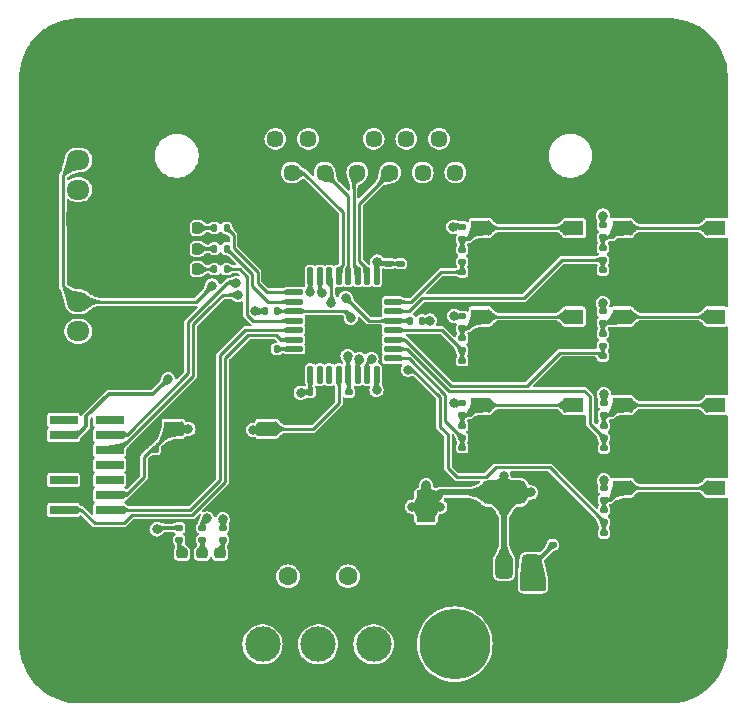
<source format=gbr>
%TF.GenerationSoftware,KiCad,Pcbnew,8.0.1-8.0.1-1~ubuntu22.04.1*%
%TF.CreationDate,2024-04-06T12:43:47+02:00*%
%TF.ProjectId,ProjetCorps,50726f6a-6574-4436-9f72-70732e6b6963,rev?*%
%TF.SameCoordinates,Original*%
%TF.FileFunction,Copper,L1,Top*%
%TF.FilePolarity,Positive*%
%FSLAX46Y46*%
G04 Gerber Fmt 4.6, Leading zero omitted, Abs format (unit mm)*
G04 Created by KiCad (PCBNEW 8.0.1-8.0.1-1~ubuntu22.04.1) date 2024-04-06 12:43:47*
%MOMM*%
%LPD*%
G01*
G04 APERTURE LIST*
G04 Aperture macros list*
%AMRoundRect*
0 Rectangle with rounded corners*
0 $1 Rounding radius*
0 $2 $3 $4 $5 $6 $7 $8 $9 X,Y pos of 4 corners*
0 Add a 4 corners polygon primitive as box body*
4,1,4,$2,$3,$4,$5,$6,$7,$8,$9,$2,$3,0*
0 Add four circle primitives for the rounded corners*
1,1,$1+$1,$2,$3*
1,1,$1+$1,$4,$5*
1,1,$1+$1,$6,$7*
1,1,$1+$1,$8,$9*
0 Add four rect primitives between the rounded corners*
20,1,$1+$1,$2,$3,$4,$5,0*
20,1,$1+$1,$4,$5,$6,$7,0*
20,1,$1+$1,$6,$7,$8,$9,0*
20,1,$1+$1,$8,$9,$2,$3,0*%
G04 Aperture macros list end*
%TA.AperFunction,SMDPad,CuDef*%
%ADD10RoundRect,0.135000X-0.185000X0.135000X-0.185000X-0.135000X0.185000X-0.135000X0.185000X0.135000X0*%
%TD*%
%TA.AperFunction,SMDPad,CuDef*%
%ADD11R,1.550000X1.300000*%
%TD*%
%TA.AperFunction,SMDPad,CuDef*%
%ADD12RoundRect,0.375000X0.375000X-0.625000X0.375000X0.625000X-0.375000X0.625000X-0.375000X-0.625000X0*%
%TD*%
%TA.AperFunction,SMDPad,CuDef*%
%ADD13RoundRect,0.500000X1.400000X-0.500000X1.400000X0.500000X-1.400000X0.500000X-1.400000X-0.500000X0*%
%TD*%
%TA.AperFunction,SMDPad,CuDef*%
%ADD14RoundRect,0.140000X-0.170000X0.140000X-0.170000X-0.140000X0.170000X-0.140000X0.170000X0.140000X0*%
%TD*%
%TA.AperFunction,SMDPad,CuDef*%
%ADD15RoundRect,0.135000X0.135000X0.185000X-0.135000X0.185000X-0.135000X-0.185000X0.135000X-0.185000X0*%
%TD*%
%TA.AperFunction,SMDPad,CuDef*%
%ADD16RoundRect,0.218750X-0.218750X-0.256250X0.218750X-0.256250X0.218750X0.256250X-0.218750X0.256250X0*%
%TD*%
%TA.AperFunction,SMDPad,CuDef*%
%ADD17R,2.400000X0.740000*%
%TD*%
%TA.AperFunction,SMDPad,CuDef*%
%ADD18RoundRect,0.250000X-0.550000X1.137500X-0.550000X-1.137500X0.550000X-1.137500X0.550000X1.137500X0*%
%TD*%
%TA.AperFunction,ComponentPad*%
%ADD19C,0.800000*%
%TD*%
%TA.AperFunction,ComponentPad*%
%ADD20C,6.400000*%
%TD*%
%TA.AperFunction,SMDPad,CuDef*%
%ADD21RoundRect,0.140000X0.170000X-0.140000X0.170000X0.140000X-0.170000X0.140000X-0.170000X-0.140000X0*%
%TD*%
%TA.AperFunction,SMDPad,CuDef*%
%ADD22RoundRect,0.218750X0.256250X-0.218750X0.256250X0.218750X-0.256250X0.218750X-0.256250X-0.218750X0*%
%TD*%
%TA.AperFunction,ComponentPad*%
%ADD23RoundRect,0.250000X0.725000X-0.600000X0.725000X0.600000X-0.725000X0.600000X-0.725000X-0.600000X0*%
%TD*%
%TA.AperFunction,ComponentPad*%
%ADD24O,1.950000X1.700000*%
%TD*%
%TA.AperFunction,ComponentPad*%
%ADD25C,3.000000*%
%TD*%
%TA.AperFunction,ComponentPad*%
%ADD26C,1.600000*%
%TD*%
%TA.AperFunction,SMDPad,CuDef*%
%ADD27RoundRect,0.125000X0.125000X-0.625000X0.125000X0.625000X-0.125000X0.625000X-0.125000X-0.625000X0*%
%TD*%
%TA.AperFunction,SMDPad,CuDef*%
%ADD28RoundRect,0.125000X0.625000X-0.125000X0.625000X0.125000X-0.625000X0.125000X-0.625000X-0.125000X0*%
%TD*%
%TA.AperFunction,ComponentPad*%
%ADD29RoundRect,1.500000X1.500000X1.500000X-1.500000X1.500000X-1.500000X-1.500000X1.500000X-1.500000X0*%
%TD*%
%TA.AperFunction,ComponentPad*%
%ADD30C,6.000000*%
%TD*%
%TA.AperFunction,SMDPad,CuDef*%
%ADD31RoundRect,0.140000X-0.140000X-0.170000X0.140000X-0.170000X0.140000X0.170000X-0.140000X0.170000X0*%
%TD*%
%TA.AperFunction,SMDPad,CuDef*%
%ADD32RoundRect,0.135000X-0.135000X-0.185000X0.135000X-0.185000X0.135000X0.185000X-0.135000X0.185000X0*%
%TD*%
%TA.AperFunction,ComponentPad*%
%ADD33C,1.447800*%
%TD*%
%TA.AperFunction,ViaPad*%
%ADD34C,0.800000*%
%TD*%
%TA.AperFunction,Conductor*%
%ADD35C,0.300000*%
%TD*%
%TA.AperFunction,Conductor*%
%ADD36C,0.250000*%
%TD*%
%TA.AperFunction,Conductor*%
%ADD37C,0.500000*%
%TD*%
G04 APERTURE END LIST*
D10*
%TO.P,R202,1*%
%TO.N,+3.3V*%
X154500000Y-77600000D03*
%TO.P,R202,2*%
%TO.N,Net-(SW201-A)*%
X154500000Y-78620000D03*
%TD*%
D11*
%TO.P,SW601,1,A*%
%TO.N,Net-(SW601-A)*%
X144025000Y-70250000D03*
X151975000Y-70250000D03*
%TO.P,SW601,2,B*%
%TO.N,GND*%
X144025000Y-74750000D03*
X151975000Y-74750000D03*
%TD*%
%TO.P,SW401,1,A*%
%TO.N,Net-(SW401-A)*%
X156025000Y-62750000D03*
X163975000Y-62750000D03*
%TO.P,SW401,2,B*%
%TO.N,GND*%
X156025000Y-67250000D03*
X163975000Y-67250000D03*
%TD*%
D10*
%TO.P,R602,1*%
%TO.N,+3.3V*%
X142500000Y-70240000D03*
%TO.P,R602,2*%
%TO.N,Net-(SW601-A)*%
X142500000Y-71260000D03*
%TD*%
D11*
%TO.P,SW102,1,A*%
%TO.N,NRST*%
X118025000Y-79750000D03*
X125975000Y-79750000D03*
%TO.P,SW102,2,B*%
%TO.N,GND*%
X118025000Y-84250000D03*
X125975000Y-84250000D03*
%TD*%
D12*
%TO.P,U103,1,GND*%
%TO.N,GND*%
X143750000Y-91450000D03*
%TO.P,U103,2,VO*%
%TO.N,+3.3V*%
X146050000Y-91450000D03*
D13*
X146050000Y-85150000D03*
D12*
%TO.P,U103,3,VI*%
%TO.N,+5V*%
X148350000Y-91450000D03*
%TD*%
D14*
%TO.P,C101,1*%
%TO.N,+3.3V*%
X137300000Y-65770000D03*
%TO.P,C101,2*%
%TO.N,GND*%
X137300000Y-66730000D03*
%TD*%
D10*
%TO.P,R109,1*%
%TO.N,+3.3V*%
X122250000Y-88140000D03*
%TO.P,R109,2*%
%TO.N,Net-(D106-A)*%
X122250000Y-89160000D03*
%TD*%
D15*
%TO.P,R103,1*%
%TO.N,LED3*%
X122547500Y-66250000D03*
%TO.P,R103,2*%
%TO.N,Net-(D101-A)*%
X121527500Y-66250000D03*
%TD*%
D14*
%TO.P,C103,1*%
%TO.N,+3.3V*%
X136300000Y-65770000D03*
%TO.P,C103,2*%
%TO.N,GND*%
X136300000Y-66730000D03*
%TD*%
D16*
%TO.P,D102,1,K*%
%TO.N,GND*%
X118500000Y-64500000D03*
%TO.P,D102,2,A*%
%TO.N,Net-(D102-A)*%
X120075000Y-64500000D03*
%TD*%
D14*
%TO.P,C201,1*%
%TO.N,BTN_6*%
X154500000Y-81420000D03*
%TO.P,C201,2*%
%TO.N,GND*%
X154500000Y-82380000D03*
%TD*%
D17*
%TO.P,J105,1,NC*%
%TO.N,unconnected-(J105-NC-Pad1)*%
X108750000Y-79000000D03*
%TO.P,J105,2,NC*%
%TO.N,unconnected-(J105-NC-Pad2)*%
X112650000Y-79000000D03*
%TO.P,J105,3,VCC*%
%TO.N,+3.3V*%
X108750000Y-80270000D03*
%TO.P,J105,4,JTMS/SWDIO*%
%TO.N,SWDIO*%
X112650000Y-80270000D03*
%TO.P,J105,5,GND*%
%TO.N,GND*%
X108750000Y-81540000D03*
%TO.P,J105,6,JCLK/SWCLK*%
%TO.N,SWCLK*%
X112650000Y-81540000D03*
%TO.P,J105,7,GND*%
%TO.N,GND*%
X108750000Y-82810000D03*
%TO.P,J105,8,JTDO/SWO*%
%TO.N,unconnected-(J105-JTDO{slash}SWO-Pad8)*%
X112650000Y-82810000D03*
%TO.P,J105,9,JRCLK/NC*%
%TO.N,unconnected-(J105-JRCLK{slash}NC-Pad9)*%
X108750000Y-84080000D03*
%TO.P,J105,10,JTDI/NC*%
%TO.N,unconnected-(J105-JTDI{slash}NC-Pad10)*%
X112650000Y-84080000D03*
%TO.P,J105,11,GNDDetect*%
%TO.N,GND*%
X108750000Y-85350000D03*
%TO.P,J105,12,~{RST}*%
%TO.N,NRST*%
X112650000Y-85350000D03*
%TO.P,J105,13,VCP_RX*%
%TO.N,UART_DEBUG_RX*%
X108750000Y-86620000D03*
%TO.P,J105,14,VCP_TX*%
%TO.N,UART_DEBUG_TX*%
X112650000Y-86620000D03*
%TD*%
D14*
%TO.P,C104,1*%
%TO.N,+3.3V*%
X132900000Y-76670000D03*
%TO.P,C104,2*%
%TO.N,GND*%
X132900000Y-77630000D03*
%TD*%
D18*
%TO.P,C107,1*%
%TO.N,+3.3V*%
X139450000Y-86325000D03*
%TO.P,C107,2*%
%TO.N,GND*%
X139450000Y-90450000D03*
%TD*%
D11*
%TO.P,SW701,1,A*%
%TO.N,Net-(SW701-A)*%
X144025000Y-62750000D03*
X151975000Y-62750000D03*
%TO.P,SW701,2,B*%
%TO.N,GND*%
X144025000Y-67250000D03*
X151975000Y-67250000D03*
%TD*%
D19*
%TO.P,H102,1,1*%
%TO.N,GND*%
X157600000Y-50000000D03*
X158302944Y-48302944D03*
X158302944Y-51697056D03*
X160000000Y-47600000D03*
D20*
X160000000Y-50000000D03*
D19*
X160000000Y-52400000D03*
X161697056Y-48302944D03*
X161697056Y-51697056D03*
X162400000Y-50000000D03*
%TD*%
D21*
%TO.P,C106,1*%
%TO.N,+5V*%
X150150000Y-89580000D03*
%TO.P,C106,2*%
%TO.N,GND*%
X150150000Y-88620000D03*
%TD*%
D22*
%TO.P,D105,1,K*%
%TO.N,GND*%
X120480000Y-91887500D03*
%TO.P,D105,2,A*%
%TO.N,Net-(D105-A)*%
X120480000Y-90312500D03*
%TD*%
D14*
%TO.P,C401,1*%
%TO.N,BTN_2*%
X154400000Y-66320000D03*
%TO.P,C401,2*%
%TO.N,GND*%
X154400000Y-67280000D03*
%TD*%
D19*
%TO.P,H103,1,1*%
%TO.N,GND*%
X107600000Y-98000000D03*
X108302944Y-96302944D03*
X108302944Y-99697056D03*
X110000000Y-95600000D03*
D20*
X110000000Y-98000000D03*
D19*
X110000000Y-100400000D03*
X111697056Y-96302944D03*
X111697056Y-99697056D03*
X112400000Y-98000000D03*
%TD*%
D15*
%TO.P,R106,1*%
%TO.N,Net-(U101-PH3)*%
X126810000Y-73000000D03*
%TO.P,R106,2*%
%TO.N,GND*%
X125790000Y-73000000D03*
%TD*%
D16*
%TO.P,D101,1,K*%
%TO.N,GND*%
X118500000Y-66250000D03*
%TO.P,D101,2,A*%
%TO.N,Net-(D101-A)*%
X120075000Y-66250000D03*
%TD*%
D10*
%TO.P,R702,1*%
%TO.N,+3.3V*%
X142502500Y-62670000D03*
%TO.P,R702,2*%
%TO.N,Net-(SW701-A)*%
X142502500Y-63690000D03*
%TD*%
D15*
%TO.P,R105,1*%
%TO.N,LED1*%
X122547500Y-62750000D03*
%TO.P,R105,2*%
%TO.N,Net-(D103-A)*%
X121527500Y-62750000D03*
%TD*%
D10*
%TO.P,R701,1*%
%TO.N,Net-(SW701-A)*%
X142500000Y-64580000D03*
%TO.P,R701,2*%
%TO.N,BTN_1*%
X142500000Y-65600000D03*
%TD*%
D23*
%TO.P,J103,1,Pin_1*%
%TO.N,GND*%
X110000000Y-74000000D03*
D24*
%TO.P,J103,2,Pin_2*%
%TO.N,+12V*%
X110000000Y-71500000D03*
%TO.P,J103,3,Pin_3*%
%TO.N,UART_HD_XL430*%
X110000000Y-69000000D03*
%TD*%
D10*
%TO.P,R201,1*%
%TO.N,Net-(SW201-A)*%
X154500000Y-79490000D03*
%TO.P,R201,2*%
%TO.N,BTN_6*%
X154500000Y-80510000D03*
%TD*%
D19*
%TO.P,H101,1,1*%
%TO.N,GND*%
X107600000Y-50000000D03*
X108302944Y-48302944D03*
X108302944Y-51697056D03*
X110000000Y-47600000D03*
D20*
X110000000Y-50000000D03*
D19*
X110000000Y-52400000D03*
X111697056Y-48302944D03*
X111697056Y-51697056D03*
X112400000Y-50000000D03*
%TD*%
D25*
%TO.P,SW101,1,A*%
%TO.N,+12V*%
X125600000Y-98000000D03*
%TO.P,SW101,2,B*%
%TO.N,Net-(J101-Pin_2)*%
X130300000Y-98000000D03*
%TO.P,SW101,3,C*%
%TO.N,unconnected-(SW101-C-Pad3)*%
X135000000Y-98000000D03*
%TD*%
D22*
%TO.P,D104,1,K*%
%TO.N,GND*%
X118800000Y-91887500D03*
%TO.P,D104,2,A*%
%TO.N,Net-(D104-A)*%
X118800000Y-90312500D03*
%TD*%
D10*
%TO.P,R302,1*%
%TO.N,+3.3V*%
X154400000Y-69790000D03*
%TO.P,R302,2*%
%TO.N,Net-(SW301-A)*%
X154400000Y-70810000D03*
%TD*%
%TO.P,R801,1*%
%TO.N,Net-(SW801-A)*%
X154500000Y-86650000D03*
%TO.P,R801,2*%
%TO.N,BTN_7*%
X154500000Y-87670000D03*
%TD*%
%TO.P,R402,1*%
%TO.N,+3.3V*%
X154400000Y-62540000D03*
%TO.P,R402,2*%
%TO.N,Net-(SW401-A)*%
X154400000Y-63560000D03*
%TD*%
D14*
%TO.P,C501,1*%
%TO.N,BTN_5*%
X142500000Y-81360000D03*
%TO.P,C501,2*%
%TO.N,GND*%
X142500000Y-82320000D03*
%TD*%
%TO.P,C801,1*%
%TO.N,BTN_7*%
X154500000Y-88600000D03*
%TO.P,C801,2*%
%TO.N,GND*%
X154500000Y-89560000D03*
%TD*%
D26*
%TO.P,U104,1,Vin*%
%TO.N,+12V*%
X127760000Y-92250000D03*
%TO.P,U104,2,GND*%
%TO.N,GND*%
X130300000Y-92250000D03*
%TO.P,U104,3,Vout*%
%TO.N,+5V*%
X132840000Y-92250000D03*
%TD*%
D22*
%TO.P,D106,1,K*%
%TO.N,GND*%
X121980000Y-91887500D03*
%TO.P,D106,2,A*%
%TO.N,Net-(D106-A)*%
X121980000Y-90312500D03*
%TD*%
D10*
%TO.P,R108,1*%
%TO.N,+5V*%
X120500000Y-88140000D03*
%TO.P,R108,2*%
%TO.N,Net-(D105-A)*%
X120500000Y-89160000D03*
%TD*%
%TO.P,R502,1*%
%TO.N,+3.3V*%
X142510000Y-77600000D03*
%TO.P,R502,2*%
%TO.N,Net-(SW501-A)*%
X142510000Y-78620000D03*
%TD*%
%TO.P,R802,1*%
%TO.N,+3.3V*%
X154500000Y-84760000D03*
%TO.P,R802,2*%
%TO.N,Net-(SW801-A)*%
X154500000Y-85780000D03*
%TD*%
D27*
%TO.P,U101,1,VDD*%
%TO.N,+3.3V*%
X129650000Y-75175000D03*
%TO.P,U101,2,PC14*%
%TO.N,unconnected-(U101-PC14-Pad2)*%
X130450000Y-75175000D03*
%TO.P,U101,3,PC15*%
%TO.N,unconnected-(U101-PC15-Pad3)*%
X131250000Y-75175000D03*
%TO.P,U101,4,NRST*%
%TO.N,NRST*%
X132050000Y-75175000D03*
%TO.P,U101,5,VDDA*%
%TO.N,+3.3V*%
X132850000Y-75175000D03*
%TO.P,U101,6,PA0*%
%TO.N,PWM_TIM2_CH1*%
X133650000Y-75175000D03*
%TO.P,U101,7,PA1*%
%TO.N,PWM_TIM2_CH2*%
X134450000Y-75175000D03*
%TO.P,U101,8,PA2*%
%TO.N,UART_HD_XL430*%
X135250000Y-75175000D03*
D28*
%TO.P,U101,9,PA3*%
%TO.N,BTN_5*%
X136625000Y-73800000D03*
%TO.P,U101,10,PA4*%
%TO.N,BTN_6*%
X136625000Y-73000000D03*
%TO.P,U101,11,PA5*%
%TO.N,BTN_4*%
X136625000Y-72200000D03*
%TO.P,U101,12,PA6*%
%TO.N,BTN_3*%
X136625000Y-71400000D03*
%TO.P,U101,13,PA7*%
%TO.N,I2C_SCL*%
X136625000Y-70600000D03*
%TO.P,U101,14,PB0*%
%TO.N,BTN_2*%
X136625000Y-69800000D03*
%TO.P,U101,15,PB1*%
%TO.N,BTN_1*%
X136625000Y-69000000D03*
%TO.P,U101,16,VSS*%
%TO.N,GND*%
X136625000Y-68200000D03*
D27*
%TO.P,U101,17,VDD*%
%TO.N,+3.3V*%
X135250000Y-66825000D03*
%TO.P,U101,18,PA8*%
%TO.N,PWM_TIM1_CH4*%
X134450000Y-66825000D03*
%TO.P,U101,19,PA9*%
%TO.N,PWM_TIM1_CH3*%
X133650000Y-66825000D03*
%TO.P,U101,20,PA10*%
%TO.N,PWM_TIM1_CH2*%
X132850000Y-66825000D03*
%TO.P,U101,21,PA11*%
%TO.N,PWM_TIM1_CH1*%
X132050000Y-66825000D03*
%TO.P,U101,22,PA12*%
%TO.N,BTN_7*%
X131250000Y-66825000D03*
%TO.P,U101,23,PA13*%
%TO.N,SWDIO*%
X130450000Y-66825000D03*
%TO.P,U101,24,PA14*%
%TO.N,SWCLK*%
X129650000Y-66825000D03*
D28*
%TO.P,U101,25,PA15*%
%TO.N,LED1*%
X128275000Y-68200000D03*
%TO.P,U101,26,PB3*%
%TO.N,LED2*%
X128275000Y-69000000D03*
%TO.P,U101,27,PB4*%
%TO.N,I2C_SDA*%
X128275000Y-69800000D03*
%TO.P,U101,28,PB5*%
%TO.N,LED3*%
X128275000Y-70600000D03*
%TO.P,U101,29,PB6*%
%TO.N,UART_DEBUG_TX*%
X128275000Y-71400000D03*
%TO.P,U101,30,PB7*%
%TO.N,UART_DEBUG_RX*%
X128275000Y-72200000D03*
%TO.P,U101,31,PH3*%
%TO.N,Net-(U101-PH3)*%
X128275000Y-73000000D03*
%TO.P,U101,32,VSS*%
%TO.N,GND*%
X128275000Y-73800000D03*
%TD*%
D10*
%TO.P,R501,1*%
%TO.N,Net-(SW501-A)*%
X142500000Y-79490000D03*
%TO.P,R501,2*%
%TO.N,BTN_5*%
X142500000Y-80510000D03*
%TD*%
D16*
%TO.P,D103,1,K*%
%TO.N,GND*%
X118500000Y-62750000D03*
%TO.P,D103,2,A*%
%TO.N,Net-(D103-A)*%
X120075000Y-62750000D03*
%TD*%
D10*
%TO.P,R301,1*%
%TO.N,Net-(SW301-A)*%
X154400000Y-71690000D03*
%TO.P,R301,2*%
%TO.N,BTN_4*%
X154400000Y-72710000D03*
%TD*%
%TO.P,R401,1*%
%TO.N,Net-(SW401-A)*%
X154400000Y-64440000D03*
%TO.P,R401,2*%
%TO.N,BTN_2*%
X154400000Y-65460000D03*
%TD*%
%TO.P,R107,1*%
%TO.N,+12V*%
X118550000Y-88140000D03*
%TO.P,R107,2*%
%TO.N,Net-(D104-A)*%
X118550000Y-89160000D03*
%TD*%
D29*
%TO.P,J101,1,Pin_1*%
%TO.N,GND*%
X149075000Y-98000000D03*
D30*
%TO.P,J101,2,Pin_2*%
%TO.N,Net-(J101-Pin_2)*%
X141875000Y-98000000D03*
%TD*%
D11*
%TO.P,SW801,1,A*%
%TO.N,Net-(SW801-A)*%
X156025000Y-84750000D03*
X163975000Y-84750000D03*
%TO.P,SW801,2,B*%
%TO.N,GND*%
X156025000Y-89250000D03*
X163975000Y-89250000D03*
%TD*%
D14*
%TO.P,C301,1*%
%TO.N,BTN_4*%
X154400000Y-73590000D03*
%TO.P,C301,2*%
%TO.N,GND*%
X154400000Y-74550000D03*
%TD*%
D10*
%TO.P,R601,1*%
%TO.N,Net-(SW601-A)*%
X142500000Y-72100000D03*
%TO.P,R601,2*%
%TO.N,BTN_3*%
X142500000Y-73120000D03*
%TD*%
D11*
%TO.P,SW501,1,A*%
%TO.N,Net-(SW501-A)*%
X144025000Y-77750000D03*
X151975000Y-77750000D03*
%TO.P,SW501,2,B*%
%TO.N,GND*%
X144025000Y-82250000D03*
X151975000Y-82250000D03*
%TD*%
%TO.P,SW201,1,A*%
%TO.N,Net-(SW201-A)*%
X156025000Y-77750000D03*
X163975000Y-77750000D03*
%TO.P,SW201,2,B*%
%TO.N,GND*%
X156025000Y-82250000D03*
X163975000Y-82250000D03*
%TD*%
D31*
%TO.P,C102,1*%
%TO.N,+3.3V*%
X129640000Y-76650000D03*
%TO.P,C102,2*%
%TO.N,GND*%
X130600000Y-76650000D03*
%TD*%
D15*
%TO.P,R104,1*%
%TO.N,LED2*%
X122547500Y-64500000D03*
%TO.P,R104,2*%
%TO.N,Net-(D102-A)*%
X121527500Y-64500000D03*
%TD*%
D11*
%TO.P,SW301,1,A*%
%TO.N,Net-(SW301-A)*%
X156025000Y-70250000D03*
X163975000Y-70250000D03*
%TO.P,SW301,2,B*%
%TO.N,GND*%
X156025000Y-74750000D03*
X163975000Y-74750000D03*
%TD*%
D14*
%TO.P,C701,1*%
%TO.N,BTN_1*%
X142500000Y-66490000D03*
%TO.P,C701,2*%
%TO.N,GND*%
X142500000Y-67450000D03*
%TD*%
D32*
%TO.P,R102,1*%
%TO.N,+3.3V*%
X125790000Y-69800000D03*
%TO.P,R102,2*%
%TO.N,I2C_SDA*%
X126810000Y-69800000D03*
%TD*%
D19*
%TO.P,H104,1,1*%
%TO.N,GND*%
X157600000Y-98000000D03*
X158302944Y-96302944D03*
X158302944Y-99697056D03*
X160000000Y-95600000D03*
D20*
X160000000Y-98000000D03*
D19*
X160000000Y-100400000D03*
X161697056Y-96302944D03*
X161697056Y-99697056D03*
X162400000Y-98000000D03*
%TD*%
D33*
%TO.P,J104,1,Pin_1*%
%TO.N,GND*%
X125305003Y-58060007D03*
%TO.P,J104,2,Pin_2*%
%TO.N,PWM_TIM1_CH1*%
X128075002Y-58060007D03*
%TO.P,J104,3,Pin_3*%
%TO.N,PWM_TIM1_CH2*%
X130845002Y-58060007D03*
%TO.P,J104,4,Pin_4*%
%TO.N,PWM_TIM1_CH3*%
X133615002Y-58060007D03*
%TO.P,J104,5,Pin_5*%
%TO.N,PWM_TIM1_CH4*%
X136385001Y-58060007D03*
%TO.P,J104,6,Pin_6*%
%TO.N,PWM_TIM2_CH1*%
X139155001Y-58060007D03*
%TO.P,J104,7,Pin_7*%
%TO.N,PWM_TIM2_CH2*%
X141925000Y-58060007D03*
%TO.P,J104,8,Pin_8*%
%TO.N,GND*%
X144695000Y-58060007D03*
%TO.P,J104,9,Pin_9*%
%TO.N,+12V*%
X126690001Y-55220008D03*
%TO.P,J104,10,Pin_10*%
X129460001Y-55220008D03*
%TO.P,J104,11,Pin_11*%
%TO.N,GND*%
X132230000Y-55220008D03*
%TO.P,J104,12,Pin_12*%
%TO.N,I2C_SCL*%
X135000000Y-55220008D03*
%TO.P,J104,13,Pin_13*%
%TO.N,I2C_SDA*%
X137770000Y-55220008D03*
%TO.P,J104,14,Pin_14*%
%TO.N,+12V*%
X140539999Y-55220008D03*
%TO.P,J104,15,Pin_15*%
%TO.N,GND*%
X143309999Y-55220008D03*
%TD*%
D14*
%TO.P,C105,1*%
%TO.N,NRST*%
X116500000Y-81520000D03*
%TO.P,C105,2*%
%TO.N,GND*%
X116500000Y-82480000D03*
%TD*%
%TO.P,C601,1*%
%TO.N,BTN_3*%
X142500000Y-74000000D03*
%TO.P,C601,2*%
%TO.N,GND*%
X142500000Y-74960000D03*
%TD*%
D15*
%TO.P,R101,1*%
%TO.N,+3.3V*%
X139110000Y-70600000D03*
%TO.P,R101,2*%
%TO.N,I2C_SCL*%
X138090000Y-70600000D03*
%TD*%
D23*
%TO.P,J102,1,Pin_1*%
%TO.N,GND*%
X110000000Y-62000000D03*
D24*
%TO.P,J102,2,Pin_2*%
%TO.N,+12V*%
X110000000Y-59500000D03*
%TO.P,J102,3,Pin_3*%
%TO.N,UART_HD_XL430*%
X110000000Y-57000000D03*
%TD*%
D34*
%TO.N,+3.3V*%
X122225000Y-87425000D03*
X141800000Y-77600000D03*
X128825000Y-76700000D03*
X154400000Y-69100000D03*
X117600000Y-75575000D03*
X135300000Y-65600000D03*
X154400000Y-61700000D03*
X154500000Y-84100000D03*
X143750000Y-85150000D03*
X146000000Y-83750000D03*
X141800000Y-70200000D03*
X139450000Y-84550000D03*
X140650000Y-86350000D03*
X141750000Y-62650000D03*
X148350000Y-85150000D03*
X139800000Y-70600000D03*
X132800343Y-73600000D03*
X138250000Y-86350000D03*
X154500000Y-76800000D03*
X125000000Y-69800000D03*
%TO.N,GND*%
X111000000Y-92000000D03*
X126000000Y-77000000D03*
X140000000Y-62000000D03*
X116000000Y-72000000D03*
X146000000Y-72000000D03*
X146000000Y-67000000D03*
X126000000Y-82000000D03*
X131000000Y-87000000D03*
X117700000Y-66300000D03*
X136000000Y-92000000D03*
X151000000Y-47000000D03*
X136000000Y-82000000D03*
X156000000Y-57000000D03*
X106000000Y-57000000D03*
X131000000Y-47000000D03*
X156000000Y-102000000D03*
X116000000Y-52000000D03*
X136000000Y-102000000D03*
X106000000Y-67000000D03*
X156000000Y-92000000D03*
X121075000Y-83725000D03*
X161000000Y-82000000D03*
X121000000Y-47000000D03*
X136500000Y-77000000D03*
X146000000Y-52000000D03*
X161000000Y-102000000D03*
X106000000Y-72000000D03*
X156000000Y-47000000D03*
X126000000Y-102000000D03*
X136000000Y-52000000D03*
X120500000Y-92975000D03*
X126000000Y-62000000D03*
X143000000Y-90000000D03*
X156000000Y-72000000D03*
X141000000Y-47000000D03*
X111000000Y-77000000D03*
X151000000Y-92000000D03*
X118675000Y-93000000D03*
X131000000Y-52000000D03*
X117300000Y-82475000D03*
X146000000Y-57000000D03*
X143500000Y-80050000D03*
X121000000Y-102000000D03*
X118600000Y-69950000D03*
X121000000Y-52000000D03*
X151000000Y-87000000D03*
X121000000Y-57000000D03*
X106000000Y-62000000D03*
X126000000Y-52000000D03*
X131000000Y-62000000D03*
X161000000Y-76500000D03*
X136000000Y-47000000D03*
X106000000Y-77000000D03*
X116000000Y-67000000D03*
X111000000Y-67000000D03*
X161000000Y-57000000D03*
X160800000Y-61800000D03*
X151000000Y-72000000D03*
X146000000Y-82000000D03*
X121950000Y-93000000D03*
X161000000Y-87000000D03*
X146000000Y-47000000D03*
X154400000Y-75350000D03*
X154500000Y-83050000D03*
X136000000Y-87000000D03*
X121000000Y-77000000D03*
X153300000Y-85250000D03*
X156000000Y-52000000D03*
X106000000Y-87000000D03*
X113800000Y-75875000D03*
X151000000Y-52000000D03*
X116000000Y-92000000D03*
X106000000Y-97000000D03*
X142500000Y-82950000D03*
X116000000Y-57000000D03*
X141000000Y-92000000D03*
X138000000Y-67500000D03*
X144000000Y-90000000D03*
X111000000Y-102000000D03*
X131000000Y-102000000D03*
X117700000Y-62700000D03*
X131000000Y-82000000D03*
X116000000Y-62000000D03*
X141000000Y-102000000D03*
X116000000Y-47000000D03*
X126000000Y-87000000D03*
X106000000Y-92000000D03*
X126000000Y-92000000D03*
X161000000Y-72000000D03*
X106000000Y-52000000D03*
X116000000Y-102000000D03*
X161000000Y-67000000D03*
X146000000Y-102000000D03*
X126000000Y-47000000D03*
X156000000Y-87000000D03*
X152175000Y-79225000D03*
X115050000Y-85750000D03*
X118125000Y-74275000D03*
X121000000Y-82000000D03*
X161000000Y-92000000D03*
X154400000Y-68050000D03*
X145900000Y-61800000D03*
X114575000Y-83600000D03*
X121000000Y-72000000D03*
X151000000Y-102000000D03*
X141000000Y-52000000D03*
X121000000Y-97000000D03*
X106000000Y-82000000D03*
X116000000Y-97000000D03*
X117700000Y-64500000D03*
X141750000Y-67450000D03*
X141800000Y-74950000D03*
%TO.N,NRST*%
X124775000Y-79850000D03*
X119325000Y-79800000D03*
%TO.N,+5V*%
X148000000Y-93000000D03*
X148400000Y-91500000D03*
X120900000Y-87350000D03*
X149000000Y-93000000D03*
%TO.N,BTN_7*%
X131425000Y-69075000D03*
X137903365Y-74751463D03*
%TO.N,+12V*%
X116625000Y-88275000D03*
%TO.N,UART_HD_XL430*%
X121325000Y-67625000D03*
X135250000Y-76475000D03*
%TO.N,PWM_TIM2_CH2*%
X134825000Y-73825000D03*
%TO.N,I2C_SCL*%
X132625000Y-68700000D03*
%TO.N,PWM_TIM2_CH1*%
X133800000Y-73825000D03*
%TO.N,I2C_SDA*%
X133075000Y-70350153D03*
%TO.N,SWDIO*%
X130622180Y-68266727D03*
X123371114Y-67441128D03*
%TO.N,SWCLK*%
X123550000Y-68425000D03*
X129624999Y-68191651D03*
%TD*%
D35*
%TO.N,+3.3V*%
X132800343Y-73600000D02*
X132850000Y-73649657D01*
X132850000Y-73649657D02*
X132850000Y-75175000D01*
D36*
%TO.N,BTN_7*%
X154500000Y-87670000D02*
X154500000Y-87624280D01*
X154500000Y-87624280D02*
X149900720Y-83025000D01*
X149900720Y-83025000D02*
X145325000Y-83025000D01*
X141275000Y-83075000D02*
X141275000Y-80225000D01*
X138292275Y-74751463D02*
X137903365Y-74751463D01*
X145325000Y-83025000D02*
X144525000Y-83825000D01*
X144525000Y-83825000D02*
X142025000Y-83825000D01*
X142025000Y-83825000D02*
X141275000Y-83075000D01*
X140625000Y-77084188D02*
X138292275Y-74751463D01*
X141275000Y-80225000D02*
X140625000Y-79575000D01*
X140625000Y-79575000D02*
X140625000Y-77084188D01*
D35*
%TO.N,+3.3V*%
X139475000Y-86350000D02*
X139450000Y-86325000D01*
X122250000Y-88140000D02*
X122250000Y-87450000D01*
X146000000Y-83750000D02*
X146000000Y-85100000D01*
X140650000Y-86350000D02*
X139475000Y-86350000D01*
X154500000Y-77600000D02*
X154500000Y-76800000D01*
X142500000Y-70240000D02*
X141840000Y-70240000D01*
X132900000Y-75225000D02*
X132850000Y-75175000D01*
X135555001Y-65770000D02*
X136300000Y-65770000D01*
X154400000Y-69790000D02*
X154400000Y-69100000D01*
X112555000Y-76825000D02*
X110675000Y-78705000D01*
X129640000Y-76650000D02*
X129640000Y-75185000D01*
X128875000Y-76650000D02*
X128825000Y-76700000D01*
X116350000Y-76825000D02*
X112555000Y-76825000D01*
X141800000Y-77600000D02*
X142510000Y-77600000D01*
X154500000Y-84760000D02*
X154500000Y-84100000D01*
X146000000Y-85100000D02*
X146050000Y-85150000D01*
D37*
X139450000Y-86325000D02*
X140625000Y-85150000D01*
D35*
X142482500Y-62650000D02*
X142502500Y-62670000D01*
D37*
X140625000Y-85150000D02*
X143750000Y-85150000D01*
D35*
X141750000Y-62650000D02*
X142482500Y-62650000D01*
D37*
X139450000Y-86325000D02*
X139450000Y-84550000D01*
D35*
X138250000Y-86350000D02*
X139425000Y-86350000D01*
D37*
X146050000Y-85150000D02*
X146050000Y-91450000D01*
D35*
X125000000Y-69800000D02*
X125790000Y-69800000D01*
X109955000Y-80270000D02*
X108750000Y-80270000D01*
X148350000Y-85150000D02*
X146050000Y-85150000D01*
X129640000Y-76650000D02*
X128875000Y-76650000D01*
X132900000Y-76670000D02*
X132900000Y-75225000D01*
X135250000Y-66825000D02*
X135250000Y-66075001D01*
D37*
X143750000Y-85150000D02*
X146050000Y-85150000D01*
D35*
X154400000Y-62540000D02*
X154400000Y-61700000D01*
X141840000Y-70240000D02*
X141800000Y-70200000D01*
X122250000Y-87450000D02*
X122225000Y-87425000D01*
X110675000Y-78705000D02*
X110675000Y-79550000D01*
X135250000Y-66075001D02*
X135300000Y-65600000D01*
X129640000Y-75185000D02*
X129650000Y-75175000D01*
X139110000Y-70600000D02*
X139800000Y-70600000D01*
X137300000Y-65770000D02*
X136300000Y-65770000D01*
X117600000Y-75575000D02*
X116350000Y-76825000D01*
X135300000Y-65600000D02*
X135555001Y-65770000D01*
X139425000Y-86350000D02*
X139450000Y-86325000D01*
X110675000Y-79550000D02*
X109955000Y-80270000D01*
D36*
%TO.N,GND*%
X142500000Y-74960000D02*
X141810000Y-74960000D01*
X154400000Y-74550000D02*
X154400000Y-75350000D01*
X142500000Y-67450000D02*
X141750000Y-67450000D01*
X154500000Y-82380000D02*
X154500000Y-83050000D01*
X141810000Y-74960000D02*
X141800000Y-74950000D01*
X154400000Y-67280000D02*
X154400000Y-68050000D01*
X142500000Y-82320000D02*
X142500000Y-82950000D01*
%TO.N,NRST*%
X118025000Y-79750000D02*
X119275000Y-79750000D01*
X116500000Y-81520000D02*
X116190001Y-81520000D01*
X119275000Y-79750000D02*
X119325000Y-79800000D01*
X124775000Y-79850000D02*
X125875000Y-79850000D01*
X132050000Y-77575000D02*
X132050000Y-75175000D01*
X129875000Y-79750000D02*
X132050000Y-77575000D01*
X116190001Y-81520000D02*
X115550000Y-82160001D01*
X115550000Y-82160001D02*
X115550000Y-83850000D01*
X125875000Y-79850000D02*
X125975000Y-79750000D01*
X116500000Y-81275000D02*
X118025000Y-79750000D01*
X115550000Y-83850000D02*
X114050000Y-85350000D01*
X125975000Y-79750000D02*
X129875000Y-79750000D01*
X114050000Y-85350000D02*
X112650000Y-85350000D01*
X116500000Y-81520000D02*
X116500000Y-81275000D01*
D35*
%TO.N,+5V*%
X148300000Y-91500000D02*
X148350000Y-91450000D01*
X150150000Y-89580000D02*
X150150000Y-89650000D01*
X148400000Y-91500000D02*
X148300000Y-91500000D01*
X120500000Y-87750000D02*
X120900000Y-87350000D01*
X120500000Y-88140000D02*
X120500000Y-87750000D01*
X148400000Y-91400000D02*
X148400000Y-91500000D01*
X150150000Y-89650000D02*
X148400000Y-91400000D01*
D36*
%TO.N,BTN_1*%
X138200000Y-69000000D02*
X136625000Y-69000000D01*
X142500000Y-66490000D02*
X142500000Y-65600000D01*
X142500000Y-66490000D02*
X140710000Y-66490000D01*
X140710000Y-66490000D02*
X138200000Y-69000000D01*
%TO.N,BTN_2*%
X138036396Y-69800000D02*
X139136396Y-68700000D01*
X150940000Y-65460000D02*
X154400000Y-65460000D01*
X136625000Y-69800000D02*
X138036396Y-69800000D01*
X154400000Y-66320000D02*
X154400000Y-65460000D01*
X147700000Y-68700000D02*
X150940000Y-65460000D01*
X139136396Y-68700000D02*
X147700000Y-68700000D01*
%TO.N,BTN_3*%
X142500000Y-74000000D02*
X142500000Y-73120000D01*
X136625000Y-71400000D02*
X140780000Y-71400000D01*
X140780000Y-71400000D02*
X142500000Y-73120000D01*
%TO.N,BTN_4*%
X141550000Y-76100000D02*
X148000000Y-76100000D01*
X154400000Y-72710000D02*
X154400000Y-73590000D01*
X136625000Y-72200000D02*
X137650000Y-72200000D01*
X148000000Y-76100000D02*
X150800000Y-73300000D01*
X137650000Y-72200000D02*
X141550000Y-76100000D01*
X154110000Y-73300000D02*
X154400000Y-73590000D01*
X150800000Y-73300000D02*
X154110000Y-73300000D01*
%TO.N,BTN_5*%
X142500000Y-80510000D02*
X142500000Y-81360000D01*
X137977208Y-73800000D02*
X141075000Y-76897792D01*
X141075000Y-76897792D02*
X141075000Y-79085000D01*
X141075000Y-79085000D02*
X142500000Y-80510000D01*
X136625000Y-73800000D02*
X137977208Y-73800000D01*
%TO.N,BTN_6*%
X153300000Y-77000000D02*
X153300000Y-79310000D01*
X136625000Y-73000000D02*
X137813604Y-73000000D01*
X141363604Y-76550000D02*
X152850000Y-76550000D01*
X154500000Y-81420000D02*
X154500000Y-80510000D01*
X152850000Y-76550000D02*
X153300000Y-77000000D01*
X137813604Y-73000000D02*
X141363604Y-76550000D01*
X153300000Y-79310000D02*
X154500000Y-80510000D01*
%TO.N,BTN_7*%
X154500000Y-87670000D02*
X154500000Y-88600000D01*
X131250000Y-66825000D02*
X131425000Y-67000000D01*
X131425000Y-67000000D02*
X131425000Y-69075000D01*
%TO.N,Net-(D101-A)*%
X121527500Y-66250000D02*
X120075000Y-66250000D01*
%TO.N,Net-(D102-A)*%
X121527500Y-64500000D02*
X120075000Y-64500000D01*
%TO.N,Net-(D103-A)*%
X120075000Y-62750000D02*
X121527500Y-62750000D01*
%TO.N,Net-(D104-A)*%
X118550000Y-90062500D02*
X118800000Y-90312500D01*
X118550000Y-89160000D02*
X118550000Y-90062500D01*
%TO.N,Net-(D105-A)*%
X120500000Y-89160000D02*
X120500000Y-90292500D01*
X120500000Y-90292500D02*
X120480000Y-90312500D01*
%TO.N,Net-(D106-A)*%
X122250000Y-89160000D02*
X122250000Y-90042500D01*
X122250000Y-90042500D02*
X121980000Y-90312500D01*
D35*
%TO.N,+12V*%
X116760000Y-88140000D02*
X116625000Y-88275000D01*
X118550000Y-88140000D02*
X116760000Y-88140000D01*
D36*
%TO.N,UART_HD_XL430*%
X119950000Y-69000000D02*
X121325000Y-67625000D01*
X108700000Y-67700000D02*
X110000000Y-69000000D01*
X135250000Y-76475000D02*
X135250000Y-75175000D01*
X108700000Y-58300000D02*
X108700000Y-67700000D01*
X110000000Y-57000000D02*
X108700000Y-58300000D01*
X110000000Y-69000000D02*
X119950000Y-69000000D01*
%TO.N,PWM_TIM2_CH2*%
X134450000Y-74200000D02*
X134825000Y-73825000D01*
X134450000Y-75175000D02*
X134450000Y-74200000D01*
%TO.N,I2C_SCL*%
X134600000Y-70600000D02*
X136625000Y-70600000D01*
X138090000Y-70600000D02*
X136625000Y-70600000D01*
X132700000Y-68700000D02*
X134600000Y-70600000D01*
X132625000Y-68700000D02*
X132700000Y-68700000D01*
%TO.N,PWM_TIM1_CH2*%
X132850000Y-60065005D02*
X132850000Y-66825000D01*
X130845002Y-58060007D02*
X132850000Y-60065005D01*
%TO.N,PWM_TIM2_CH1*%
X133650000Y-73975000D02*
X133800000Y-73825000D01*
X133650000Y-75175000D02*
X133650000Y-73975000D01*
%TO.N,PWM_TIM1_CH4*%
X134450000Y-66825000D02*
X134450000Y-66235140D01*
X133750000Y-60695008D02*
X136385001Y-58060007D01*
X134450000Y-66235140D02*
X133750000Y-65535140D01*
X133750000Y-65535140D02*
X133750000Y-60695008D01*
%TO.N,PWM_TIM1_CH1*%
X132400000Y-61400000D02*
X129060007Y-58060007D01*
X132050000Y-66825000D02*
X132050000Y-66235140D01*
X132400000Y-65885140D02*
X132400000Y-61400000D01*
X132050000Y-66235140D02*
X132400000Y-65885140D01*
X129060007Y-58060007D02*
X128075002Y-58060007D01*
%TO.N,I2C_SDA*%
X133075000Y-70350153D02*
X132524847Y-69800000D01*
X128275000Y-69800000D02*
X126810000Y-69800000D01*
X132524847Y-69800000D02*
X128275000Y-69800000D01*
%TO.N,PWM_TIM1_CH3*%
X133650000Y-66825000D02*
X133650000Y-66235140D01*
X133300000Y-65885140D02*
X133300000Y-58375009D01*
X133300000Y-58375009D02*
X133615002Y-58060007D01*
X133650000Y-66235140D02*
X133300000Y-65885140D01*
%TO.N,UART_DEBUG_RX*%
X114555000Y-87070000D02*
X113850000Y-87775000D01*
X111400000Y-87775000D02*
X110245000Y-86620000D01*
X110245000Y-86620000D02*
X108750000Y-86620000D01*
X127125000Y-72200000D02*
X126775000Y-71850000D01*
X128275000Y-72200000D02*
X127125000Y-72200000D01*
X113850000Y-87775000D02*
X111400000Y-87775000D01*
X119641396Y-87070000D02*
X114555000Y-87070000D01*
X126775000Y-71850000D02*
X124336396Y-71850000D01*
X124336396Y-71850000D02*
X122450000Y-73736396D01*
X122450000Y-73736396D02*
X122450000Y-84261396D01*
X122450000Y-84261396D02*
X119641396Y-87070000D01*
%TO.N,SWDIO*%
X119300000Y-71575000D02*
X119300000Y-70725000D01*
X119300000Y-75070000D02*
X119300000Y-71575000D01*
X121925000Y-68100000D02*
X122583872Y-67441128D01*
X130450000Y-66825000D02*
X130450000Y-68094547D01*
X119300000Y-70725000D02*
X121925000Y-68100000D01*
X112650000Y-80270000D02*
X114100000Y-80270000D01*
X130450000Y-68094547D02*
X130622180Y-68266727D01*
X122583872Y-67441128D02*
X123371114Y-67441128D01*
X114100000Y-80270000D02*
X119300000Y-75070000D01*
%TO.N,UART_DEBUG_TX*%
X122000000Y-84075000D02*
X122000000Y-73550000D01*
X112650000Y-86620000D02*
X119455000Y-86620000D01*
X124150000Y-71400000D02*
X128275000Y-71400000D01*
X122000000Y-73550000D02*
X124150000Y-71400000D01*
X119455000Y-86620000D02*
X122000000Y-84075000D01*
%TO.N,SWCLK*%
X113466396Y-81540000D02*
X119750000Y-75256396D01*
X119750000Y-75256396D02*
X119750000Y-70911396D01*
X129624999Y-66850001D02*
X129650000Y-66825000D01*
X122236396Y-68425000D02*
X123550000Y-68425000D01*
X119750000Y-70911396D02*
X121105698Y-69555698D01*
X112650000Y-81540000D02*
X113466396Y-81540000D01*
X121105698Y-69555698D02*
X122236396Y-68425000D01*
X129624999Y-68191651D02*
X129624999Y-66850001D01*
%TO.N,LED1*%
X128275000Y-68200000D02*
X125936396Y-68200000D01*
X123142500Y-64458604D02*
X123142500Y-63345000D01*
X125936396Y-68200000D02*
X125175000Y-67438604D01*
X123142500Y-63345000D02*
X122547500Y-62750000D01*
X125175000Y-67438604D02*
X125175000Y-66491104D01*
X125175000Y-66491104D02*
X123142500Y-64458604D01*
%TO.N,LED2*%
X126100000Y-69000000D02*
X124725000Y-67625000D01*
X124725000Y-67625000D02*
X124725000Y-66677500D01*
X124725000Y-66677500D02*
X122547500Y-64500000D01*
X128275000Y-69000000D02*
X126100000Y-69000000D01*
%TO.N,LED3*%
X124774695Y-70600000D02*
X124275000Y-70100305D01*
X128275000Y-70600000D02*
X124774695Y-70600000D01*
X124275000Y-70100305D02*
X124275000Y-66875000D01*
X124275000Y-66875000D02*
X123650000Y-66250000D01*
X123650000Y-66250000D02*
X122547500Y-66250000D01*
%TO.N,Net-(U101-PH3)*%
X128275000Y-73000000D02*
X126810000Y-73000000D01*
%TO.N,Net-(SW201-A)*%
X154500000Y-78620000D02*
X155155000Y-78620000D01*
X155155000Y-78620000D02*
X156025000Y-77750000D01*
X163975000Y-77750000D02*
X156025000Y-77750000D01*
X154500000Y-79490000D02*
X154500000Y-78620000D01*
%TO.N,Net-(SW301-A)*%
X155465000Y-70810000D02*
X156025000Y-70250000D01*
X154400000Y-70810000D02*
X154400000Y-71690000D01*
X154400000Y-70810000D02*
X155465000Y-70810000D01*
X156025000Y-70250000D02*
X163975000Y-70250000D01*
%TO.N,Net-(SW401-A)*%
X154400000Y-63560000D02*
X154400000Y-64440000D01*
X156025000Y-62750000D02*
X163975000Y-62750000D01*
X155215000Y-63560000D02*
X156025000Y-62750000D01*
X154400000Y-63560000D02*
X155215000Y-63560000D01*
%TO.N,Net-(SW501-A)*%
X151975000Y-77750000D02*
X144025000Y-77750000D01*
X142510000Y-78620000D02*
X143155000Y-78620000D01*
X142510000Y-78620000D02*
X142510000Y-79480000D01*
X142510000Y-79480000D02*
X142500000Y-79490000D01*
X143155000Y-78620000D02*
X144025000Y-77750000D01*
%TO.N,Net-(SW601-A)*%
X142500000Y-72100000D02*
X142500000Y-71260000D01*
X151975000Y-70250000D02*
X144025000Y-70250000D01*
X143015000Y-71260000D02*
X144025000Y-70250000D01*
X142500000Y-71260000D02*
X143015000Y-71260000D01*
%TO.N,Net-(SW701-A)*%
X142502500Y-63690000D02*
X143085000Y-63690000D01*
X144025000Y-62750000D02*
X151975000Y-62750000D01*
X142502500Y-64577500D02*
X142500000Y-64580000D01*
X142502500Y-63690000D02*
X142502500Y-64577500D01*
X143085000Y-63690000D02*
X144025000Y-62750000D01*
%TO.N,Net-(SW801-A)*%
X154500000Y-85780000D02*
X154500000Y-86650000D01*
X154500000Y-85780000D02*
X154995000Y-85780000D01*
X154995000Y-85780000D02*
X156025000Y-84750000D01*
X156025000Y-84750000D02*
X163975000Y-84750000D01*
%TD*%
%TA.AperFunction,Conductor*%
%TO.N,GND*%
G36*
X160000549Y-45000006D02*
G01*
X160003790Y-45000041D01*
X160214441Y-45002338D01*
X160221950Y-45002708D01*
X160648652Y-45040039D01*
X160657174Y-45041161D01*
X161078467Y-45115446D01*
X161086871Y-45117309D01*
X161500084Y-45228029D01*
X161508290Y-45230616D01*
X161910280Y-45376928D01*
X161918233Y-45380222D01*
X162305939Y-45561012D01*
X162313576Y-45564988D01*
X162684039Y-45778875D01*
X162691323Y-45783516D01*
X163041718Y-46028866D01*
X163048570Y-46034124D01*
X163376241Y-46309072D01*
X163382609Y-46314906D01*
X163685093Y-46617390D01*
X163690927Y-46623758D01*
X163965875Y-46951429D01*
X163971133Y-46958281D01*
X164216483Y-47308676D01*
X164221124Y-47315960D01*
X164435011Y-47686423D01*
X164438991Y-47694069D01*
X164619772Y-48081755D01*
X164623072Y-48089722D01*
X164769378Y-48491694D01*
X164771975Y-48499931D01*
X164882687Y-48913114D01*
X164884556Y-48921546D01*
X164958835Y-49342804D01*
X164959962Y-49351367D01*
X164997290Y-49778029D01*
X164997661Y-49785577D01*
X164999994Y-49999449D01*
X165000000Y-50000529D01*
X165000000Y-61840689D01*
X164981093Y-61898880D01*
X164931593Y-61934844D01*
X164870407Y-61934844D01*
X164846000Y-61923005D01*
X164828235Y-61911135D01*
X164828232Y-61911134D01*
X164828231Y-61911133D01*
X164828228Y-61911132D01*
X164828227Y-61911132D01*
X164769758Y-61899501D01*
X164769748Y-61899500D01*
X163180252Y-61899500D01*
X163180249Y-61899500D01*
X163121770Y-61911132D01*
X163121766Y-61911135D01*
X163103778Y-61923153D01*
X163096262Y-61927705D01*
X163093999Y-61928941D01*
X163093984Y-61928952D01*
X163093612Y-61929263D01*
X163085127Y-61935616D01*
X163055446Y-61955449D01*
X163055445Y-61955449D01*
X163054673Y-61956606D01*
X163035880Y-61977533D01*
X163032481Y-61980375D01*
X163032475Y-61980381D01*
X162978758Y-62047071D01*
X162976228Y-62050088D01*
X162919591Y-62114944D01*
X162916670Y-62118145D01*
X162915538Y-62119332D01*
X162861332Y-62176177D01*
X162857973Y-62179534D01*
X162804129Y-62230810D01*
X162800230Y-62234331D01*
X162748120Y-62278932D01*
X162743624Y-62282559D01*
X162693477Y-62320645D01*
X162688309Y-62324314D01*
X162640316Y-62356137D01*
X162634415Y-62359760D01*
X162588754Y-62385635D01*
X162582075Y-62389091D01*
X162538825Y-62409430D01*
X162531368Y-62412572D01*
X162516236Y-62418230D01*
X162481563Y-62424500D01*
X157518434Y-62424500D01*
X157483767Y-62418231D01*
X157468636Y-62412574D01*
X157461184Y-62409435D01*
X157417923Y-62389091D01*
X157411244Y-62385635D01*
X157365574Y-62359755D01*
X157359674Y-62356133D01*
X157311698Y-62324322D01*
X157306528Y-62320650D01*
X157256374Y-62282557D01*
X157251880Y-62278933D01*
X157199754Y-62234320D01*
X157195854Y-62230798D01*
X157142042Y-62179552D01*
X157138669Y-62176181D01*
X157083332Y-62118151D01*
X157080407Y-62114947D01*
X157080404Y-62114944D01*
X157050101Y-62080241D01*
X157023752Y-62050067D01*
X157021224Y-62047052D01*
X156991284Y-62009882D01*
X156967522Y-61980381D01*
X156966244Y-61978810D01*
X156966101Y-61978636D01*
X156964480Y-61977320D01*
X156944561Y-61955461D01*
X156944552Y-61955448D01*
X156908702Y-61931493D01*
X156903392Y-61927576D01*
X156899846Y-61925246D01*
X156895493Y-61922666D01*
X156878233Y-61911134D01*
X156878232Y-61911133D01*
X156878231Y-61911133D01*
X156819748Y-61899500D01*
X155230252Y-61899500D01*
X155230251Y-61899500D01*
X155230241Y-61899501D01*
X155171772Y-61911132D01*
X155171764Y-61911135D01*
X155140858Y-61931786D01*
X155081970Y-61948394D01*
X155024567Y-61927216D01*
X154990575Y-61876341D01*
X154987705Y-61836548D01*
X155005682Y-61700000D01*
X155005682Y-61699999D01*
X154989335Y-61575835D01*
X154985044Y-61543238D01*
X154981560Y-61534827D01*
X154924537Y-61397161D01*
X154924537Y-61397160D01*
X154828286Y-61271723D01*
X154828285Y-61271722D01*
X154828282Y-61271718D01*
X154828277Y-61271714D01*
X154828276Y-61271713D01*
X154702838Y-61175462D01*
X154556766Y-61114957D01*
X154556758Y-61114955D01*
X154400001Y-61094318D01*
X154399999Y-61094318D01*
X154243241Y-61114955D01*
X154243233Y-61114957D01*
X154097161Y-61175462D01*
X154097160Y-61175462D01*
X153971723Y-61271713D01*
X153971713Y-61271723D01*
X153875462Y-61397160D01*
X153875462Y-61397161D01*
X153814957Y-61543233D01*
X153814955Y-61543241D01*
X153794318Y-61699999D01*
X153794318Y-61700000D01*
X153814955Y-61856758D01*
X153814957Y-61856767D01*
X153838190Y-61912856D01*
X153843324Y-61929065D01*
X153847402Y-61947239D01*
X153847404Y-61947246D01*
X153880349Y-62021613D01*
X153882254Y-62025786D01*
X153882518Y-62026347D01*
X153884758Y-62030960D01*
X153919598Y-62100500D01*
X153921257Y-62103743D01*
X153921468Y-62104147D01*
X153923203Y-62107394D01*
X153931791Y-62123121D01*
X153943083Y-62183256D01*
X153934625Y-62212404D01*
X153900338Y-62285933D01*
X153885932Y-62316827D01*
X153880571Y-62357553D01*
X153879500Y-62365685D01*
X153879500Y-62714314D01*
X153885932Y-62763174D01*
X153885932Y-62763175D01*
X153935933Y-62870401D01*
X153935934Y-62870402D01*
X153935935Y-62870404D01*
X154019596Y-62954065D01*
X154019597Y-62954065D01*
X154019598Y-62954066D01*
X154032915Y-62960276D01*
X154077663Y-63002005D01*
X154089337Y-63062066D01*
X154063478Y-63117518D01*
X154032915Y-63139724D01*
X154019598Y-63145933D01*
X153935933Y-63229598D01*
X153885932Y-63336824D01*
X153885932Y-63336825D01*
X153884294Y-63349271D01*
X153879500Y-63385684D01*
X153879500Y-63734316D01*
X153882929Y-63760361D01*
X153885932Y-63783174D01*
X153885932Y-63783175D01*
X153935933Y-63890401D01*
X153935935Y-63890404D01*
X153957704Y-63912174D01*
X153968477Y-63924941D01*
X153972690Y-63930887D01*
X153975283Y-63934734D01*
X153982594Y-63946151D01*
X153984764Y-63949702D01*
X153985032Y-63950162D01*
X153997989Y-64009960D01*
X153985019Y-64049859D01*
X153984752Y-64050317D01*
X153982594Y-64053846D01*
X153975291Y-64065250D01*
X153972705Y-64069088D01*
X153968478Y-64075055D01*
X153957700Y-64087829D01*
X153935936Y-64109594D01*
X153935933Y-64109598D01*
X153885932Y-64216824D01*
X153885932Y-64216825D01*
X153879500Y-64265685D01*
X153879500Y-64614314D01*
X153885932Y-64663174D01*
X153885932Y-64663175D01*
X153935933Y-64770401D01*
X153935934Y-64770402D01*
X153935935Y-64770404D01*
X154019596Y-64854065D01*
X154032131Y-64859910D01*
X154076878Y-64901635D01*
X154088554Y-64961696D01*
X154062698Y-65017150D01*
X154044720Y-65032330D01*
X154040917Y-65034833D01*
X154028336Y-65041858D01*
X154019599Y-65045932D01*
X154015916Y-65048512D01*
X154001634Y-65059633D01*
X153993449Y-65064517D01*
X153989437Y-65066786D01*
X153966959Y-65078817D01*
X153962615Y-65081007D01*
X153941098Y-65091197D01*
X153936447Y-65093255D01*
X153915958Y-65101699D01*
X153910982Y-65103594D01*
X153891373Y-65110467D01*
X153886109Y-65112149D01*
X153867390Y-65117558D01*
X153861868Y-65118982D01*
X153851010Y-65121451D01*
X153843894Y-65123070D01*
X153838146Y-65124199D01*
X153830859Y-65125407D01*
X153820802Y-65127076D01*
X153814877Y-65127875D01*
X153799175Y-65129513D01*
X153798082Y-65129820D01*
X153794607Y-65130798D01*
X153767790Y-65134500D01*
X150982853Y-65134500D01*
X150897147Y-65134500D01*
X150846478Y-65148076D01*
X150814356Y-65156683D01*
X150740142Y-65199531D01*
X147594169Y-68345504D01*
X147539652Y-68373281D01*
X147524165Y-68374500D01*
X139524835Y-68374500D01*
X139466644Y-68355593D01*
X139430680Y-68306093D01*
X139430680Y-68244907D01*
X139454831Y-68205496D01*
X140815831Y-66844496D01*
X140870348Y-66816719D01*
X140885835Y-66815500D01*
X141867403Y-66815500D01*
X141893526Y-66819506D01*
X141893540Y-66819440D01*
X141894764Y-66819696D01*
X141897068Y-66820049D01*
X141898296Y-66820435D01*
X141912299Y-66821952D01*
X141915090Y-66822255D01*
X141921166Y-66823105D01*
X141939374Y-66826233D01*
X141945234Y-66827425D01*
X141964081Y-66831861D01*
X141969719Y-66833365D01*
X141975136Y-66834983D01*
X141989402Y-66839244D01*
X141994725Y-66841001D01*
X142015407Y-66848492D01*
X142020433Y-66850471D01*
X142037032Y-66857536D01*
X142042016Y-66859657D01*
X142046714Y-66861803D01*
X142069375Y-66872887D01*
X142073753Y-66875166D01*
X142097438Y-66888253D01*
X142101477Y-66890611D01*
X142106034Y-66893417D01*
X142111370Y-66896705D01*
X142129449Y-66910989D01*
X142131684Y-66913224D01*
X142142603Y-66918315D01*
X142149161Y-66921677D01*
X142152158Y-66923357D01*
X142152165Y-66923362D01*
X142194533Y-66942536D01*
X142195307Y-66942892D01*
X142240513Y-66963972D01*
X142290099Y-66970500D01*
X142709900Y-66970499D01*
X142759487Y-66963972D01*
X142759488Y-66963972D01*
X142841990Y-66925500D01*
X142868316Y-66913224D01*
X142953224Y-66828316D01*
X143003972Y-66719487D01*
X143010500Y-66669901D01*
X143010499Y-66310100D01*
X143003972Y-66260513D01*
X143003972Y-66260511D01*
X142953225Y-66151686D01*
X142953224Y-66151685D01*
X142953224Y-66151684D01*
X142950287Y-66148747D01*
X142935601Y-66130011D01*
X142927777Y-66117082D01*
X142925923Y-66113887D01*
X142915652Y-66095377D01*
X142914111Y-66092486D01*
X142911304Y-66087007D01*
X142901599Y-66026597D01*
X142913936Y-65991923D01*
X142915325Y-65989544D01*
X142917388Y-65986175D01*
X142924732Y-65974706D01*
X142927307Y-65970887D01*
X142931521Y-65964938D01*
X142942294Y-65952174D01*
X142947377Y-65947091D01*
X142964065Y-65930404D01*
X143014068Y-65823173D01*
X143020500Y-65774316D01*
X143020500Y-65425684D01*
X143014068Y-65376827D01*
X143010442Y-65369052D01*
X142964066Y-65269598D01*
X142964065Y-65269597D01*
X142964065Y-65269596D01*
X142880404Y-65185935D01*
X142867085Y-65179724D01*
X142822337Y-65137997D01*
X142810662Y-65077936D01*
X142836519Y-65022483D01*
X142867084Y-65000275D01*
X142880404Y-64994065D01*
X142964065Y-64910404D01*
X143014068Y-64803173D01*
X143020500Y-64754316D01*
X143020500Y-64405684D01*
X143014068Y-64356827D01*
X142998656Y-64323777D01*
X142964066Y-64249598D01*
X142964064Y-64249595D01*
X142944539Y-64230069D01*
X142933406Y-64216791D01*
X142929203Y-64210779D01*
X142926676Y-64206980D01*
X142922202Y-64199903D01*
X142907091Y-64140615D01*
X142929716Y-64083766D01*
X142959832Y-64059370D01*
X142961330Y-64058582D01*
X142964787Y-64056852D01*
X142997683Y-64041190D01*
X143001325Y-64039547D01*
X143033644Y-64025759D01*
X143037505Y-64024208D01*
X143040893Y-64022931D01*
X143043721Y-64021865D01*
X143078646Y-64015500D01*
X143127851Y-64015500D01*
X143127853Y-64015500D01*
X143210639Y-63993318D01*
X143210641Y-63993316D01*
X143210643Y-63993316D01*
X143284857Y-63950468D01*
X143284857Y-63950467D01*
X143284862Y-63950465D01*
X143474966Y-63760359D01*
X143514561Y-63736149D01*
X143604804Y-63707027D01*
X143609665Y-63705596D01*
X143735130Y-63672123D01*
X143740159Y-63670923D01*
X143865064Y-63644587D01*
X143870283Y-63643633D01*
X143994682Y-63624361D01*
X144000085Y-63623676D01*
X144124134Y-63611396D01*
X144129599Y-63611008D01*
X144246222Y-63605987D01*
X144262148Y-63604126D01*
X144276095Y-63602497D01*
X144276103Y-63602495D01*
X144276109Y-63602495D01*
X144276271Y-63602463D01*
X144277262Y-63602274D01*
X144295919Y-63600500D01*
X144819747Y-63600500D01*
X144819748Y-63600500D01*
X144878231Y-63588867D01*
X144896249Y-63576826D01*
X144903750Y-63572284D01*
X144906014Y-63571048D01*
X144906361Y-63570757D01*
X144914868Y-63564385D01*
X144944552Y-63544552D01*
X144945317Y-63543406D01*
X144964145Y-63522441D01*
X144965426Y-63521370D01*
X144967522Y-63519618D01*
X145010043Y-63466827D01*
X145021235Y-63452932D01*
X145023765Y-63449916D01*
X145074560Y-63391747D01*
X145080416Y-63385040D01*
X145083308Y-63381871D01*
X145138671Y-63323812D01*
X145142019Y-63320468D01*
X145161634Y-63301789D01*
X145195889Y-63269167D01*
X145199758Y-63265674D01*
X145251893Y-63221052D01*
X145256351Y-63217456D01*
X145306543Y-63179335D01*
X145311696Y-63175677D01*
X145359687Y-63143855D01*
X145365580Y-63140236D01*
X145411239Y-63114362D01*
X145417896Y-63110917D01*
X145461178Y-63090563D01*
X145468605Y-63087434D01*
X145483769Y-63081765D01*
X145518431Y-63075500D01*
X150481569Y-63075500D01*
X150516233Y-63081767D01*
X150521642Y-63083789D01*
X150531366Y-63087424D01*
X150538811Y-63090560D01*
X150582090Y-63110912D01*
X150588763Y-63114366D01*
X150634416Y-63140237D01*
X150640315Y-63143858D01*
X150688317Y-63175687D01*
X150693460Y-63179339D01*
X150743622Y-63217437D01*
X150748115Y-63221060D01*
X150798363Y-63264068D01*
X150800240Y-63265674D01*
X150804118Y-63269175D01*
X150857971Y-63320460D01*
X150861328Y-63323816D01*
X150916664Y-63381845D01*
X150919588Y-63385049D01*
X150976233Y-63449917D01*
X150978762Y-63452932D01*
X151032336Y-63519444D01*
X151033831Y-63521283D01*
X151033891Y-63521356D01*
X151033905Y-63521370D01*
X151035524Y-63522684D01*
X151055435Y-63544533D01*
X151055448Y-63544552D01*
X151091304Y-63568511D01*
X151096620Y-63572431D01*
X151097600Y-63573075D01*
X151097605Y-63573079D01*
X151097610Y-63573081D01*
X151100158Y-63574756D01*
X151104516Y-63577338D01*
X151121767Y-63588866D01*
X151121769Y-63588867D01*
X151180252Y-63600500D01*
X151180253Y-63600500D01*
X152769747Y-63600500D01*
X152769748Y-63600500D01*
X152828231Y-63588867D01*
X152894552Y-63544552D01*
X152938867Y-63478231D01*
X152950500Y-63419748D01*
X152950500Y-62080252D01*
X152938867Y-62021769D01*
X152894552Y-61955448D01*
X152894548Y-61955445D01*
X152828233Y-61911134D01*
X152828231Y-61911133D01*
X152828228Y-61911132D01*
X152828227Y-61911132D01*
X152769758Y-61899501D01*
X152769748Y-61899500D01*
X151180252Y-61899500D01*
X151180249Y-61899500D01*
X151121770Y-61911132D01*
X151121766Y-61911135D01*
X151103778Y-61923153D01*
X151096262Y-61927705D01*
X151093999Y-61928941D01*
X151093984Y-61928952D01*
X151093612Y-61929263D01*
X151085127Y-61935616D01*
X151055446Y-61955449D01*
X151055445Y-61955449D01*
X151054673Y-61956606D01*
X151035880Y-61977533D01*
X151032481Y-61980375D01*
X151032475Y-61980381D01*
X150978758Y-62047071D01*
X150976228Y-62050088D01*
X150919591Y-62114944D01*
X150916670Y-62118145D01*
X150915538Y-62119332D01*
X150861332Y-62176177D01*
X150857973Y-62179534D01*
X150804129Y-62230810D01*
X150800230Y-62234331D01*
X150748120Y-62278932D01*
X150743624Y-62282559D01*
X150693477Y-62320645D01*
X150688309Y-62324314D01*
X150640316Y-62356137D01*
X150634415Y-62359760D01*
X150588754Y-62385635D01*
X150582075Y-62389091D01*
X150538825Y-62409430D01*
X150531368Y-62412572D01*
X150516236Y-62418230D01*
X150481563Y-62424500D01*
X145518434Y-62424500D01*
X145483767Y-62418231D01*
X145468636Y-62412574D01*
X145461184Y-62409435D01*
X145417923Y-62389091D01*
X145411244Y-62385635D01*
X145365574Y-62359755D01*
X145359674Y-62356133D01*
X145311698Y-62324322D01*
X145306528Y-62320650D01*
X145256374Y-62282557D01*
X145251880Y-62278933D01*
X145199754Y-62234320D01*
X145195854Y-62230798D01*
X145142042Y-62179552D01*
X145138669Y-62176181D01*
X145083332Y-62118151D01*
X145080407Y-62114947D01*
X145080404Y-62114944D01*
X145050101Y-62080241D01*
X145023752Y-62050067D01*
X145021224Y-62047052D01*
X144991284Y-62009882D01*
X144967522Y-61980381D01*
X144966244Y-61978810D01*
X144966101Y-61978636D01*
X144964480Y-61977320D01*
X144944561Y-61955461D01*
X144944552Y-61955448D01*
X144908702Y-61931493D01*
X144903392Y-61927576D01*
X144899846Y-61925246D01*
X144895493Y-61922666D01*
X144878233Y-61911134D01*
X144878232Y-61911133D01*
X144878231Y-61911133D01*
X144819748Y-61899500D01*
X143230252Y-61899500D01*
X143230251Y-61899500D01*
X143230241Y-61899501D01*
X143171772Y-61911132D01*
X143171766Y-61911134D01*
X143105451Y-61955445D01*
X143105445Y-61955451D01*
X143061134Y-62021766D01*
X143061132Y-62021772D01*
X143049501Y-62080241D01*
X143049500Y-62080253D01*
X143049500Y-62183524D01*
X143030593Y-62241715D01*
X142981093Y-62277679D01*
X142919907Y-62277679D01*
X142890759Y-62259817D01*
X142889999Y-62260903D01*
X142882901Y-62255933D01*
X142775675Y-62205932D01*
X142743101Y-62201644D01*
X142726816Y-62199500D01*
X142726815Y-62199500D01*
X142439588Y-62199500D01*
X142408020Y-62194332D01*
X142405655Y-62193536D01*
X142405343Y-62193441D01*
X142404298Y-62193124D01*
X142402805Y-62192719D01*
X142392298Y-62189872D01*
X142334798Y-62176143D01*
X142327940Y-62174628D01*
X142327161Y-62174470D01*
X142320505Y-62173236D01*
X142305297Y-62170674D01*
X142263345Y-62163607D01*
X142262808Y-62163488D01*
X142259438Y-62162946D01*
X142258817Y-62162845D01*
X142258753Y-62162834D01*
X142258593Y-62162811D01*
X142198351Y-62153131D01*
X142194349Y-62152404D01*
X142136959Y-62140743D01*
X142130168Y-62139111D01*
X142103013Y-62131564D01*
X142067937Y-62121816D01*
X142060237Y-62119332D01*
X141984614Y-62091484D01*
X141984604Y-62091481D01*
X141972380Y-62089420D01*
X141950961Y-62083263D01*
X141906767Y-62064957D01*
X141906758Y-62064955D01*
X141750001Y-62044318D01*
X141749999Y-62044318D01*
X141593241Y-62064955D01*
X141593233Y-62064957D01*
X141447161Y-62125462D01*
X141447160Y-62125462D01*
X141321723Y-62221713D01*
X141321713Y-62221723D01*
X141225462Y-62347160D01*
X141225462Y-62347161D01*
X141164957Y-62493233D01*
X141164955Y-62493241D01*
X141144318Y-62649999D01*
X141144318Y-62650000D01*
X141164955Y-62806758D01*
X141164957Y-62806766D01*
X141225462Y-62952838D01*
X141225462Y-62952839D01*
X141309275Y-63062066D01*
X141321718Y-63078282D01*
X141321722Y-63078285D01*
X141321723Y-63078286D01*
X141333636Y-63087427D01*
X141447159Y-63174536D01*
X141447160Y-63174536D01*
X141447161Y-63174537D01*
X141589182Y-63233364D01*
X141593238Y-63235044D01*
X141683051Y-63246868D01*
X141749999Y-63255682D01*
X141750000Y-63255682D01*
X141750001Y-63255682D01*
X141816949Y-63246868D01*
X141906762Y-63235044D01*
X141906767Y-63235041D01*
X141913031Y-63233364D01*
X141913344Y-63234535D01*
X141967726Y-63230250D01*
X142019898Y-63262214D01*
X142043319Y-63318739D01*
X142034350Y-63368356D01*
X142028061Y-63381843D01*
X141988432Y-63466827D01*
X141982000Y-63515684D01*
X141982000Y-63864316D01*
X141985445Y-63890483D01*
X141988432Y-63913174D01*
X141988432Y-63913175D01*
X142038433Y-64020401D01*
X142038435Y-64020404D01*
X142060204Y-64042174D01*
X142070977Y-64054941D01*
X142075190Y-64060887D01*
X142077773Y-64064719D01*
X142082966Y-64072828D01*
X142085094Y-64076151D01*
X142087200Y-64079592D01*
X142089698Y-64083867D01*
X142102731Y-64143649D01*
X142089430Y-64184217D01*
X142086722Y-64188795D01*
X142084567Y-64192272D01*
X142077244Y-64203560D01*
X142074618Y-64207407D01*
X142070417Y-64213260D01*
X142059995Y-64225534D01*
X142035936Y-64249594D01*
X142035933Y-64249598D01*
X141985932Y-64356824D01*
X141985932Y-64356825D01*
X141979500Y-64405685D01*
X141979500Y-64754314D01*
X141985932Y-64803174D01*
X141985932Y-64803175D01*
X142035933Y-64910401D01*
X142035934Y-64910402D01*
X142035935Y-64910404D01*
X142119596Y-64994065D01*
X142119597Y-64994065D01*
X142119598Y-64994066D01*
X142132915Y-65000276D01*
X142177663Y-65042005D01*
X142189337Y-65102066D01*
X142163478Y-65157518D01*
X142132915Y-65179724D01*
X142119598Y-65185933D01*
X142035933Y-65269598D01*
X141985932Y-65376824D01*
X141985932Y-65376825D01*
X141983234Y-65397319D01*
X141979500Y-65425684D01*
X141979500Y-65774316D01*
X141981844Y-65792119D01*
X141985932Y-65823174D01*
X141985932Y-65823175D01*
X142035933Y-65930401D01*
X142035935Y-65930404D01*
X142057704Y-65952174D01*
X142068477Y-65964941D01*
X142072690Y-65970887D01*
X142075267Y-65974710D01*
X142078277Y-65979410D01*
X142093734Y-66038610D01*
X142071442Y-66095590D01*
X142033679Y-66123887D01*
X142020415Y-66129533D01*
X142015355Y-66131525D01*
X141994794Y-66138972D01*
X141989419Y-66140746D01*
X141969734Y-66146627D01*
X141964071Y-66148138D01*
X141945240Y-66152569D01*
X141939330Y-66153771D01*
X141921173Y-66156891D01*
X141915080Y-66157744D01*
X141898301Y-66159563D01*
X141898293Y-66159564D01*
X141896148Y-66160175D01*
X141894247Y-66160716D01*
X141867141Y-66164500D01*
X140752853Y-66164500D01*
X140667147Y-66164500D01*
X140616478Y-66178076D01*
X140584356Y-66186683D01*
X140510142Y-66229531D01*
X138094169Y-68645504D01*
X138039652Y-68673281D01*
X138024165Y-68674500D01*
X137665339Y-68674500D01*
X137636923Y-68670334D01*
X137633861Y-68669416D01*
X137633857Y-68669415D01*
X137633856Y-68669415D01*
X137633853Y-68669414D01*
X137633849Y-68669414D01*
X137620298Y-68668125D01*
X137614764Y-68667441D01*
X137598867Y-68665019D01*
X137593457Y-68664040D01*
X137577126Y-68660615D01*
X137571907Y-68659372D01*
X137554893Y-68654829D01*
X137549893Y-68653352D01*
X137532209Y-68647617D01*
X137527448Y-68645937D01*
X137508924Y-68638867D01*
X137504438Y-68637028D01*
X137493725Y-68632326D01*
X137485159Y-68628566D01*
X137480946Y-68626598D01*
X137460750Y-68616575D01*
X137456808Y-68614507D01*
X137449025Y-68610198D01*
X137440196Y-68604685D01*
X137439580Y-68604254D01*
X137439579Y-68604253D01*
X137439575Y-68604251D01*
X137437414Y-68603243D01*
X137427653Y-68598007D01*
X137420583Y-68593688D01*
X137409725Y-68587056D01*
X137400394Y-68581687D01*
X137400392Y-68581686D01*
X137400380Y-68581679D01*
X137399311Y-68581100D01*
X137383648Y-68576716D01*
X137368499Y-68571106D01*
X137335549Y-68555742D01*
X137335541Y-68555739D01*
X137288140Y-68549500D01*
X135961865Y-68549500D01*
X135961854Y-68549501D01*
X135914455Y-68555740D01*
X135914453Y-68555740D01*
X135810423Y-68604251D01*
X135810421Y-68604253D01*
X135729253Y-68685421D01*
X135680741Y-68789455D01*
X135675406Y-68829983D01*
X135674500Y-68836862D01*
X135674500Y-69163133D01*
X135674501Y-69163145D01*
X135680740Y-69210544D01*
X135680740Y-69210546D01*
X135729251Y-69314576D01*
X135729252Y-69314577D01*
X135729253Y-69314579D01*
X135744672Y-69329998D01*
X135772448Y-69384513D01*
X135762877Y-69444945D01*
X135744673Y-69470000D01*
X135736038Y-69478636D01*
X135729253Y-69485421D01*
X135680741Y-69589455D01*
X135674500Y-69636862D01*
X135674500Y-69963133D01*
X135674501Y-69963145D01*
X135680740Y-70010544D01*
X135680740Y-70010546D01*
X135732913Y-70122429D01*
X135729790Y-70123885D01*
X135743038Y-70167256D01*
X135723104Y-70225103D01*
X135672975Y-70260185D01*
X135664372Y-70262397D01*
X135656513Y-70264045D01*
X135651108Y-70265022D01*
X135635246Y-70267439D01*
X135629714Y-70268124D01*
X135619577Y-70269088D01*
X135616136Y-70269416D01*
X135610427Y-70270980D01*
X135584266Y-70274500D01*
X134775834Y-70274500D01*
X134717643Y-70255593D01*
X134705830Y-70245504D01*
X133470157Y-69009831D01*
X133456687Y-68993054D01*
X133449572Y-68981895D01*
X133449567Y-68981890D01*
X133401005Y-68931207D01*
X133397248Y-68927058D01*
X133362155Y-68886020D01*
X133357457Y-68880077D01*
X133335925Y-68850582D01*
X133330860Y-68842919D01*
X133317360Y-68820269D01*
X133312982Y-68812066D01*
X133308346Y-68802304D01*
X133301860Y-68788645D01*
X133298977Y-68781948D01*
X133286333Y-68749309D01*
X133284999Y-68745654D01*
X133268808Y-68698429D01*
X133268641Y-68697938D01*
X133248235Y-68637387D01*
X133247000Y-68633837D01*
X133246978Y-68633773D01*
X133221450Y-68562476D01*
X133220348Y-68559471D01*
X133220218Y-68559125D01*
X133219865Y-68558209D01*
X133219021Y-68556015D01*
X133190028Y-68482461D01*
X133190027Y-68482460D01*
X133190026Y-68482456D01*
X133181031Y-68468705D01*
X133172415Y-68452395D01*
X133172211Y-68451903D01*
X133149536Y-68397159D01*
X133149535Y-68397158D01*
X133149535Y-68397157D01*
X133053286Y-68271723D01*
X133053285Y-68271722D01*
X133053282Y-68271718D01*
X133053277Y-68271714D01*
X133053276Y-68271713D01*
X132982104Y-68217101D01*
X132927841Y-68175464D01*
X132927840Y-68175463D01*
X132927838Y-68175462D01*
X132781766Y-68114957D01*
X132781758Y-68114955D01*
X132625001Y-68094318D01*
X132624999Y-68094318D01*
X132468241Y-68114955D01*
X132468233Y-68114957D01*
X132322161Y-68175462D01*
X132322160Y-68175462D01*
X132196723Y-68271713D01*
X132196713Y-68271723D01*
X132100462Y-68397160D01*
X132100462Y-68397161D01*
X132039957Y-68543233D01*
X132039955Y-68543240D01*
X132038290Y-68555893D01*
X132011949Y-68611118D01*
X131958178Y-68640312D01*
X131897516Y-68632326D01*
X131856388Y-68595763D01*
X131826694Y-68548658D01*
X131825693Y-68547035D01*
X131804099Y-68511270D01*
X131800715Y-68505193D01*
X131795151Y-68494318D01*
X131788619Y-68481551D01*
X131784172Y-68471523D01*
X131776743Y-68451903D01*
X131773094Y-68440084D01*
X131766529Y-68412897D01*
X131764523Y-68401903D01*
X131758869Y-68356537D01*
X131758173Y-68347782D01*
X131755769Y-68279100D01*
X131752943Y-68266614D01*
X131750500Y-68244758D01*
X131750500Y-67870435D01*
X131769407Y-67812244D01*
X131818907Y-67776280D01*
X131862420Y-67772282D01*
X131886861Y-67775500D01*
X132213138Y-67775499D01*
X132260545Y-67769259D01*
X132260546Y-67769259D01*
X132348836Y-67728088D01*
X132364579Y-67720747D01*
X132379998Y-67705327D01*
X132434513Y-67677552D01*
X132494945Y-67687123D01*
X132520000Y-67705326D01*
X132535421Y-67720747D01*
X132639455Y-67769259D01*
X132686861Y-67775500D01*
X133013138Y-67775499D01*
X133060545Y-67769259D01*
X133060546Y-67769259D01*
X133148836Y-67728088D01*
X133164579Y-67720747D01*
X133179998Y-67705327D01*
X133234513Y-67677552D01*
X133294945Y-67687123D01*
X133320000Y-67705326D01*
X133335421Y-67720747D01*
X133439455Y-67769259D01*
X133486861Y-67775500D01*
X133813138Y-67775499D01*
X133860545Y-67769259D01*
X133860546Y-67769259D01*
X133948836Y-67728088D01*
X133964579Y-67720747D01*
X133979998Y-67705327D01*
X134034513Y-67677552D01*
X134094945Y-67687123D01*
X134120000Y-67705326D01*
X134135421Y-67720747D01*
X134239455Y-67769259D01*
X134286861Y-67775500D01*
X134613138Y-67775499D01*
X134660545Y-67769259D01*
X134660546Y-67769259D01*
X134748836Y-67728088D01*
X134764579Y-67720747D01*
X134779998Y-67705327D01*
X134834513Y-67677552D01*
X134894945Y-67687123D01*
X134920000Y-67705326D01*
X134935421Y-67720747D01*
X135039455Y-67769259D01*
X135086861Y-67775500D01*
X135413138Y-67775499D01*
X135460545Y-67769259D01*
X135460546Y-67769259D01*
X135548836Y-67728088D01*
X135564579Y-67720747D01*
X135645747Y-67639579D01*
X135694259Y-67535545D01*
X135700500Y-67488139D01*
X135700499Y-66246245D01*
X135719406Y-66188055D01*
X135768906Y-66152091D01*
X135782339Y-66148745D01*
X135784464Y-66148371D01*
X135834520Y-66152497D01*
X135854850Y-66159660D01*
X135859149Y-66161288D01*
X135882955Y-66170940D01*
X135887009Y-66172690D01*
X135911518Y-66183934D01*
X135915308Y-66185773D01*
X135940542Y-66198691D01*
X135944120Y-66200616D01*
X135966814Y-66213443D01*
X136007928Y-66229068D01*
X136014582Y-66231880D01*
X136024190Y-66236360D01*
X136040511Y-66243971D01*
X136040513Y-66243972D01*
X136090099Y-66250500D01*
X136509900Y-66250499D01*
X136519175Y-66249278D01*
X136559482Y-66243973D01*
X136559483Y-66243972D01*
X136559487Y-66243972D01*
X136599884Y-66225133D01*
X136610741Y-66220833D01*
X136624276Y-66216377D01*
X136633178Y-66213447D01*
X136633179Y-66213446D01*
X136633183Y-66213445D01*
X136655887Y-66200611D01*
X136659438Y-66198700D01*
X136684716Y-66185759D01*
X136688440Y-66183952D01*
X136713014Y-66172679D01*
X136717012Y-66170952D01*
X136740802Y-66161305D01*
X136745088Y-66159682D01*
X136767103Y-66151925D01*
X136828268Y-66150422D01*
X136832896Y-66151926D01*
X136854848Y-66159660D01*
X136859149Y-66161288D01*
X136882955Y-66170940D01*
X136887009Y-66172690D01*
X136911518Y-66183934D01*
X136915308Y-66185773D01*
X136940542Y-66198691D01*
X136944120Y-66200616D01*
X136966814Y-66213443D01*
X137007928Y-66229068D01*
X137014582Y-66231880D01*
X137024190Y-66236360D01*
X137040511Y-66243971D01*
X137040513Y-66243972D01*
X137090099Y-66250500D01*
X137509900Y-66250499D01*
X137559487Y-66243972D01*
X137559488Y-66243972D01*
X137624956Y-66213443D01*
X137668316Y-66193224D01*
X137753224Y-66108316D01*
X137803972Y-65999487D01*
X137810500Y-65949901D01*
X137810499Y-65590100D01*
X137803972Y-65540513D01*
X137803972Y-65540511D01*
X137753225Y-65431686D01*
X137753224Y-65431685D01*
X137753224Y-65431684D01*
X137668316Y-65346776D01*
X137668314Y-65346775D01*
X137668313Y-65346774D01*
X137561917Y-65297161D01*
X137559488Y-65296028D01*
X137542958Y-65293852D01*
X137509901Y-65289500D01*
X137509899Y-65289500D01*
X137090103Y-65289500D01*
X137090093Y-65289501D01*
X137040514Y-65296027D01*
X137014593Y-65308114D01*
X137000135Y-65314855D01*
X136989260Y-65319164D01*
X136966819Y-65326552D01*
X136966809Y-65326556D01*
X136944115Y-65339381D01*
X136940526Y-65341313D01*
X136915335Y-65354210D01*
X136911499Y-65356071D01*
X136887028Y-65367297D01*
X136882952Y-65369057D01*
X136859173Y-65378700D01*
X136854866Y-65380331D01*
X136832897Y-65388071D01*
X136771730Y-65389575D01*
X136767143Y-65388085D01*
X136745105Y-65380321D01*
X136740818Y-65378697D01*
X136717034Y-65369052D01*
X136712959Y-65367292D01*
X136688527Y-65356084D01*
X136684693Y-65354225D01*
X136659461Y-65341308D01*
X136655865Y-65339372D01*
X136633184Y-65326554D01*
X136633183Y-65326553D01*
X136633182Y-65326553D01*
X136622049Y-65322322D01*
X136592076Y-65310932D01*
X136585407Y-65308114D01*
X136559492Y-65296030D01*
X136559490Y-65296029D01*
X136559487Y-65296028D01*
X136509901Y-65289500D01*
X136509899Y-65289500D01*
X136090103Y-65289500D01*
X136090093Y-65289501D01*
X136040514Y-65296027D01*
X136014593Y-65308114D01*
X136000135Y-65314855D01*
X135989259Y-65319164D01*
X135970317Y-65325400D01*
X135909132Y-65325638D01*
X135863280Y-65294628D01*
X135863242Y-65294661D01*
X135863128Y-65294526D01*
X135863122Y-65294522D01*
X135862972Y-65294341D01*
X135819791Y-65243198D01*
X135814126Y-65236824D01*
X135812877Y-65235418D01*
X135812876Y-65235417D01*
X135812861Y-65235400D01*
X135812052Y-65234535D01*
X135804778Y-65227141D01*
X135762144Y-65185935D01*
X135752541Y-65176654D01*
X135741550Y-65166772D01*
X135740266Y-65165698D01*
X135732865Y-65159950D01*
X135728575Y-65156618D01*
X135661965Y-65108626D01*
X135648533Y-65099726D01*
X135646961Y-65098771D01*
X135632770Y-65090900D01*
X135613434Y-65081152D01*
X135610094Y-65079468D01*
X135605161Y-65076803D01*
X135602835Y-65075460D01*
X135602347Y-65075258D01*
X135595689Y-65072206D01*
X135556795Y-65052600D01*
X135555109Y-65051789D01*
X135549959Y-65049311D01*
X135549961Y-65049311D01*
X135549930Y-65049297D01*
X135549214Y-65048968D01*
X135549209Y-65048967D01*
X135547137Y-65048512D01*
X135535757Y-65046012D01*
X135519113Y-65040782D01*
X135456762Y-65014956D01*
X135456759Y-65014955D01*
X135456758Y-65014955D01*
X135300001Y-64994318D01*
X135299999Y-64994318D01*
X135143241Y-65014955D01*
X135143233Y-65014957D01*
X134997161Y-65075462D01*
X134997160Y-65075462D01*
X134871723Y-65171713D01*
X134871713Y-65171723D01*
X134775462Y-65297160D01*
X134775462Y-65297161D01*
X134714957Y-65443233D01*
X134714955Y-65443241D01*
X134697675Y-65574500D01*
X134694318Y-65600000D01*
X134714698Y-65754806D01*
X134715732Y-65762656D01*
X134704582Y-65822817D01*
X134660200Y-65864934D01*
X134616380Y-65873363D01*
X134616380Y-65874500D01*
X134590695Y-65874500D01*
X134532504Y-65855593D01*
X134520691Y-65845504D01*
X134385388Y-65710201D01*
X134376698Y-65700266D01*
X134372913Y-65695307D01*
X134371578Y-65693711D01*
X134367184Y-65688629D01*
X134367183Y-65688628D01*
X134367178Y-65688624D01*
X134362398Y-65685232D01*
X134349685Y-65674498D01*
X134104496Y-65429309D01*
X134076719Y-65374792D01*
X134075500Y-65359305D01*
X134075500Y-60870842D01*
X134094407Y-60812651D01*
X134104490Y-60800844D01*
X135568543Y-59336790D01*
X135587663Y-59321873D01*
X135595870Y-59316957D01*
X135702381Y-59220455D01*
X135711937Y-59212818D01*
X135792853Y-59155994D01*
X135805777Y-59148315D01*
X135869769Y-59116605D01*
X135884234Y-59110806D01*
X135944700Y-59091947D01*
X135956777Y-59088999D01*
X136029699Y-59075992D01*
X136036030Y-59075075D01*
X136131945Y-59064346D01*
X136132116Y-59064327D01*
X136246128Y-59051476D01*
X136250670Y-59050904D01*
X136251375Y-59050816D01*
X136251383Y-59050814D01*
X136251390Y-59050814D01*
X136252009Y-59050728D01*
X136257617Y-59049870D01*
X136384162Y-59028713D01*
X136384161Y-59028713D01*
X136384192Y-59028708D01*
X136389947Y-59027619D01*
X136392725Y-59027094D01*
X136393696Y-59026889D01*
X136402183Y-59024908D01*
X136545891Y-58988140D01*
X136555414Y-58985458D01*
X136556486Y-58985128D01*
X136565799Y-58982016D01*
X136663093Y-58946894D01*
X136667316Y-58945691D01*
X136667290Y-58945610D01*
X136672215Y-58944009D01*
X136672230Y-58944006D01*
X136673804Y-58943304D01*
X136680426Y-58940638D01*
X136720286Y-58926251D01*
X136720301Y-58926245D01*
X136720327Y-58926236D01*
X136724517Y-58924670D01*
X136724544Y-58924660D01*
X136725036Y-58924470D01*
X136737908Y-58916103D01*
X136751573Y-58908680D01*
X136849747Y-58864971D01*
X137006953Y-58750754D01*
X137136976Y-58606349D01*
X137234134Y-58438065D01*
X137294181Y-58253259D01*
X137314493Y-58060007D01*
X138225509Y-58060007D01*
X138245821Y-58253260D01*
X138255617Y-58283408D01*
X138305868Y-58438065D01*
X138403026Y-58606349D01*
X138496135Y-58709757D01*
X138525739Y-58742636D01*
X138533049Y-58750754D01*
X138690255Y-58864971D01*
X138690260Y-58864973D01*
X138690265Y-58864976D01*
X138827891Y-58926250D01*
X138867772Y-58944006D01*
X139057843Y-58984407D01*
X139057846Y-58984407D01*
X139252156Y-58984407D01*
X139252159Y-58984407D01*
X139442230Y-58944006D01*
X139619747Y-58864971D01*
X139776953Y-58750754D01*
X139906976Y-58606349D01*
X140004134Y-58438065D01*
X140064181Y-58253259D01*
X140084493Y-58060007D01*
X140995508Y-58060007D01*
X141015820Y-58253260D01*
X141025616Y-58283408D01*
X141075867Y-58438065D01*
X141173025Y-58606349D01*
X141266134Y-58709757D01*
X141295738Y-58742636D01*
X141303048Y-58750754D01*
X141460254Y-58864971D01*
X141460259Y-58864973D01*
X141460264Y-58864976D01*
X141597890Y-58926250D01*
X141637771Y-58944006D01*
X141827842Y-58984407D01*
X141827845Y-58984407D01*
X142022155Y-58984407D01*
X142022158Y-58984407D01*
X142212229Y-58944006D01*
X142389746Y-58864971D01*
X142546952Y-58750754D01*
X142676975Y-58606349D01*
X142774133Y-58438065D01*
X142834180Y-58253259D01*
X142854492Y-58060007D01*
X142834180Y-57866755D01*
X142774133Y-57681949D01*
X142676975Y-57513665D01*
X142546952Y-57369260D01*
X142389746Y-57255043D01*
X142389742Y-57255041D01*
X142389735Y-57255037D01*
X142212235Y-57176010D01*
X142212230Y-57176008D01*
X142212229Y-57176008D01*
X142212226Y-57176007D01*
X142212225Y-57176007D01*
X142176073Y-57168322D01*
X142022158Y-57135607D01*
X141827842Y-57135607D01*
X141706642Y-57161368D01*
X141637774Y-57176007D01*
X141637764Y-57176010D01*
X141460264Y-57255037D01*
X141460257Y-57255041D01*
X141303046Y-57369261D01*
X141221082Y-57460292D01*
X141173025Y-57513665D01*
X141075867Y-57681949D01*
X141056358Y-57741991D01*
X141015820Y-57866753D01*
X140995508Y-58060007D01*
X140084493Y-58060007D01*
X140064181Y-57866755D01*
X140004134Y-57681949D01*
X139906976Y-57513665D01*
X139776953Y-57369260D01*
X139619747Y-57255043D01*
X139619743Y-57255041D01*
X139619736Y-57255037D01*
X139442236Y-57176010D01*
X139442231Y-57176008D01*
X139442230Y-57176008D01*
X139442227Y-57176007D01*
X139442226Y-57176007D01*
X139406074Y-57168322D01*
X139252159Y-57135607D01*
X139057843Y-57135607D01*
X138936643Y-57161368D01*
X138867775Y-57176007D01*
X138867765Y-57176010D01*
X138690265Y-57255037D01*
X138690258Y-57255041D01*
X138533047Y-57369261D01*
X138451083Y-57460292D01*
X138403026Y-57513665D01*
X138305868Y-57681949D01*
X138286359Y-57741991D01*
X138245821Y-57866753D01*
X138225509Y-58060007D01*
X137314493Y-58060007D01*
X137294181Y-57866755D01*
X137234134Y-57681949D01*
X137136976Y-57513665D01*
X137006953Y-57369260D01*
X136849747Y-57255043D01*
X136849743Y-57255041D01*
X136849736Y-57255037D01*
X136672236Y-57176010D01*
X136672231Y-57176008D01*
X136672230Y-57176008D01*
X136672227Y-57176007D01*
X136672226Y-57176007D01*
X136636074Y-57168322D01*
X136482159Y-57135607D01*
X136287843Y-57135607D01*
X136166643Y-57161368D01*
X136097775Y-57176007D01*
X136097765Y-57176010D01*
X135920265Y-57255037D01*
X135920258Y-57255041D01*
X135763047Y-57369261D01*
X135681083Y-57460292D01*
X135633026Y-57513665D01*
X135542966Y-57669655D01*
X135535866Y-57681953D01*
X135529234Y-57702364D01*
X135519854Y-57722899D01*
X135518759Y-57724713D01*
X135462980Y-57879235D01*
X135459843Y-57888628D01*
X135459531Y-57889645D01*
X135456860Y-57899134D01*
X135420101Y-58042807D01*
X135418130Y-58051250D01*
X135417908Y-58052295D01*
X135416294Y-58060833D01*
X135395128Y-58187439D01*
X135394326Y-58192652D01*
X135394244Y-58193235D01*
X135394238Y-58193276D01*
X135394237Y-58193289D01*
X135393531Y-58198868D01*
X135380679Y-58312890D01*
X135380667Y-58313000D01*
X135380660Y-58313062D01*
X135369933Y-58408942D01*
X135369009Y-58415317D01*
X135356009Y-58488209D01*
X135353057Y-58500304D01*
X135334201Y-58560760D01*
X135328397Y-58575241D01*
X135296689Y-58639227D01*
X135289001Y-58652164D01*
X135232195Y-58733056D01*
X135224544Y-58742631D01*
X135128043Y-58849145D01*
X135128041Y-58849148D01*
X135122113Y-58858772D01*
X135107827Y-58876852D01*
X133794504Y-60190176D01*
X133739987Y-60217953D01*
X133679555Y-60208382D01*
X133636290Y-60165117D01*
X133625500Y-60120172D01*
X133625500Y-59461844D01*
X133628771Y-59436606D01*
X133630038Y-59431800D01*
X133630788Y-59428956D01*
X133631551Y-59416558D01*
X133636454Y-59336794D01*
X133637685Y-59316760D01*
X133639956Y-59300915D01*
X133645356Y-59277134D01*
X133653684Y-59240457D01*
X133660429Y-59220699D01*
X133674348Y-59190715D01*
X133686119Y-59171465D01*
X133703535Y-59149165D01*
X133716406Y-59135564D01*
X133751243Y-59105121D01*
X133760223Y-59098143D01*
X133822375Y-59055344D01*
X133825599Y-59053217D01*
X133912349Y-58998447D01*
X133914063Y-58997352D01*
X133914266Y-58997221D01*
X133916103Y-58996022D01*
X134016609Y-58929633D01*
X134022029Y-58925928D01*
X134022634Y-58925500D01*
X134027852Y-58921684D01*
X134135635Y-58840229D01*
X134142790Y-58834567D01*
X134143598Y-58833898D01*
X134143613Y-58833886D01*
X134150618Y-58827813D01*
X134150623Y-58827809D01*
X134225952Y-58759464D01*
X134234275Y-58752699D01*
X134236954Y-58750754D01*
X134239849Y-58747537D01*
X134246899Y-58740460D01*
X134255870Y-58732323D01*
X134259550Y-58728901D01*
X134259953Y-58728517D01*
X134265819Y-58719970D01*
X134273862Y-58709762D01*
X134366977Y-58606349D01*
X134464135Y-58438065D01*
X134524182Y-58253259D01*
X134544494Y-58060007D01*
X134524182Y-57866755D01*
X134464135Y-57681949D01*
X134366977Y-57513665D01*
X134236954Y-57369260D01*
X134079748Y-57255043D01*
X134079744Y-57255041D01*
X134079737Y-57255037D01*
X133902237Y-57176010D01*
X133902232Y-57176008D01*
X133902231Y-57176008D01*
X133902228Y-57176007D01*
X133902227Y-57176007D01*
X133866075Y-57168322D01*
X133712160Y-57135607D01*
X133517844Y-57135607D01*
X133396644Y-57161368D01*
X133327776Y-57176007D01*
X133327766Y-57176010D01*
X133150266Y-57255037D01*
X133150259Y-57255041D01*
X132993048Y-57369261D01*
X132911084Y-57460292D01*
X132863027Y-57513665D01*
X132765869Y-57681949D01*
X132746360Y-57741991D01*
X132705822Y-57866753D01*
X132702421Y-57899108D01*
X132685510Y-58060007D01*
X132705822Y-58253259D01*
X132707272Y-58257721D01*
X132756986Y-58410728D01*
X132759928Y-58422004D01*
X132760811Y-58426445D01*
X132760816Y-58426461D01*
X132814128Y-58555190D01*
X132814404Y-58555863D01*
X132818918Y-58566993D01*
X132853459Y-58652164D01*
X132860113Y-58668569D01*
X132860913Y-58670609D01*
X132895106Y-58760804D01*
X132896550Y-58764881D01*
X132920594Y-58837765D01*
X132922397Y-58843884D01*
X132938747Y-58906812D01*
X132940353Y-58914122D01*
X132951711Y-58977043D01*
X132952709Y-58983954D01*
X132960689Y-59057526D01*
X132961118Y-59062791D01*
X132966197Y-59155595D01*
X132966323Y-59158898D01*
X132968840Y-59277134D01*
X132968861Y-59278816D01*
X132969452Y-59416554D01*
X132969453Y-59416564D01*
X132972535Y-59431800D01*
X132974500Y-59451427D01*
X132974500Y-59490170D01*
X132955593Y-59548361D01*
X132906093Y-59584325D01*
X132844907Y-59584325D01*
X132805496Y-59560174D01*
X132121788Y-58876466D01*
X132106868Y-58857343D01*
X132101952Y-58849137D01*
X132005452Y-58742626D01*
X131997809Y-58733061D01*
X131997805Y-58733056D01*
X131940993Y-58652158D01*
X131933307Y-58639221D01*
X131901603Y-58575241D01*
X131895799Y-58560761D01*
X131894271Y-58555863D01*
X131876943Y-58500304D01*
X131873992Y-58488216D01*
X131873991Y-58488209D01*
X131860987Y-58415308D01*
X131860067Y-58408950D01*
X131860066Y-58408942D01*
X131849342Y-58313070D01*
X131849323Y-58312899D01*
X131836471Y-58198877D01*
X131835809Y-58193615D01*
X131835723Y-58192996D01*
X131834865Y-58187388D01*
X131815958Y-58074298D01*
X131813703Y-58060812D01*
X131812090Y-58052286D01*
X131811885Y-58051314D01*
X131811870Y-58051250D01*
X131809903Y-58042822D01*
X131773135Y-57899115D01*
X131770453Y-57889592D01*
X131770123Y-57888520D01*
X131767010Y-57879207D01*
X131711245Y-57724721D01*
X131709655Y-57720463D01*
X131709635Y-57720413D01*
X131709466Y-57719972D01*
X131707124Y-57715389D01*
X131707497Y-57715198D01*
X131699481Y-57698402D01*
X131694135Y-57681949D01*
X131694131Y-57681943D01*
X131694130Y-57681939D01*
X131631416Y-57573316D01*
X131596977Y-57513665D01*
X131466954Y-57369260D01*
X131309748Y-57255043D01*
X131309744Y-57255041D01*
X131309737Y-57255037D01*
X131132237Y-57176010D01*
X131132232Y-57176008D01*
X131132231Y-57176008D01*
X131132228Y-57176007D01*
X131132227Y-57176007D01*
X131096075Y-57168322D01*
X130942160Y-57135607D01*
X130747844Y-57135607D01*
X130626644Y-57161368D01*
X130557776Y-57176007D01*
X130557766Y-57176010D01*
X130380266Y-57255037D01*
X130380259Y-57255041D01*
X130223048Y-57369261D01*
X130141084Y-57460292D01*
X130093027Y-57513665D01*
X129995869Y-57681949D01*
X129976360Y-57741991D01*
X129935822Y-57866753D01*
X129932421Y-57899108D01*
X129915510Y-58060007D01*
X129932700Y-58223561D01*
X129919980Y-58283408D01*
X129874510Y-58324349D01*
X129813660Y-58330745D01*
X129764239Y-58303912D01*
X129631372Y-58171045D01*
X129620022Y-58157455D01*
X129611241Y-58144792D01*
X129609855Y-58142793D01*
X129504844Y-58041351D01*
X129501747Y-58038420D01*
X129501406Y-58038104D01*
X129498522Y-58035482D01*
X129475503Y-58014948D01*
X129471403Y-58011075D01*
X129259869Y-57799542D01*
X129259864Y-57799538D01*
X129185649Y-57756690D01*
X129185646Y-57756689D01*
X129148221Y-57746660D01*
X129116136Y-57731474D01*
X129081740Y-57706797D01*
X129079825Y-57705388D01*
X129010985Y-57653451D01*
X129007949Y-57651066D01*
X128975464Y-57624508D01*
X128932914Y-57589722D01*
X128929684Y-57586963D01*
X128913281Y-57572331D01*
X128887807Y-57549606D01*
X128841908Y-57508662D01*
X128839028Y-57505988D01*
X128737914Y-57408310D01*
X128736893Y-57407646D01*
X128734836Y-57406309D01*
X128715222Y-57389549D01*
X128696957Y-57369263D01*
X128696956Y-57369262D01*
X128696954Y-57369260D01*
X128539748Y-57255043D01*
X128539744Y-57255041D01*
X128539737Y-57255037D01*
X128362237Y-57176010D01*
X128362232Y-57176008D01*
X128362231Y-57176008D01*
X128362228Y-57176007D01*
X128362227Y-57176007D01*
X128326075Y-57168322D01*
X128172160Y-57135607D01*
X127977844Y-57135607D01*
X127856644Y-57161368D01*
X127787776Y-57176007D01*
X127787766Y-57176010D01*
X127610266Y-57255037D01*
X127610259Y-57255041D01*
X127453048Y-57369261D01*
X127371084Y-57460292D01*
X127323027Y-57513665D01*
X127225869Y-57681949D01*
X127206360Y-57741991D01*
X127165822Y-57866753D01*
X127145510Y-58060007D01*
X127165822Y-58253260D01*
X127175618Y-58283408D01*
X127225869Y-58438065D01*
X127323027Y-58606349D01*
X127416136Y-58709757D01*
X127445740Y-58742636D01*
X127453050Y-58750754D01*
X127610256Y-58864971D01*
X127610261Y-58864973D01*
X127610266Y-58864976D01*
X127747892Y-58926250D01*
X127787773Y-58944006D01*
X127977844Y-58984407D01*
X127977847Y-58984407D01*
X128172157Y-58984407D01*
X128172160Y-58984407D01*
X128362231Y-58944006D01*
X128420739Y-58917955D01*
X128435800Y-58912660D01*
X128453273Y-58908062D01*
X128568731Y-58851758D01*
X128578079Y-58846899D01*
X128579130Y-58846318D01*
X128588243Y-58840969D01*
X128699297Y-58771896D01*
X128704816Y-58768340D01*
X128705444Y-58767921D01*
X128705444Y-58767920D01*
X128705459Y-58767911D01*
X128707236Y-58766682D01*
X128710956Y-58764112D01*
X128810205Y-58693111D01*
X128813063Y-58691029D01*
X128898209Y-58627871D01*
X128901667Y-58625422D01*
X128964377Y-58583014D01*
X128975183Y-58576667D01*
X128994339Y-58566992D01*
X129054804Y-58557637D01*
X129102393Y-58579347D01*
X129158998Y-58626577D01*
X129158999Y-58626578D01*
X129159001Y-58626579D01*
X129164645Y-58629821D01*
X129185332Y-58645659D01*
X132045504Y-61505831D01*
X132073281Y-61560348D01*
X132074500Y-61575835D01*
X132074500Y-65709305D01*
X132055593Y-65767496D01*
X132045503Y-65779309D01*
X131979307Y-65845504D01*
X131924790Y-65873281D01*
X131909308Y-65874500D01*
X131886867Y-65874500D01*
X131886854Y-65874501D01*
X131839455Y-65880740D01*
X131839453Y-65880740D01*
X131735423Y-65929251D01*
X131735421Y-65929252D01*
X131735421Y-65929253D01*
X131720001Y-65944672D01*
X131665487Y-65972448D01*
X131605055Y-65962877D01*
X131579999Y-65944673D01*
X131564579Y-65929253D01*
X131460545Y-65880741D01*
X131413139Y-65874500D01*
X131413137Y-65874500D01*
X131086866Y-65874500D01*
X131086854Y-65874501D01*
X131039455Y-65880740D01*
X131039453Y-65880740D01*
X130935423Y-65929251D01*
X130935421Y-65929252D01*
X130935421Y-65929253D01*
X130920001Y-65944672D01*
X130865487Y-65972448D01*
X130805055Y-65962877D01*
X130779999Y-65944673D01*
X130764579Y-65929253D01*
X130660545Y-65880741D01*
X130613139Y-65874500D01*
X130613137Y-65874500D01*
X130286866Y-65874500D01*
X130286854Y-65874501D01*
X130239455Y-65880740D01*
X130239453Y-65880740D01*
X130135423Y-65929251D01*
X130135421Y-65929252D01*
X130135421Y-65929253D01*
X130120001Y-65944672D01*
X130065487Y-65972448D01*
X130005055Y-65962877D01*
X129979999Y-65944673D01*
X129964579Y-65929253D01*
X129860545Y-65880741D01*
X129813139Y-65874500D01*
X129813137Y-65874500D01*
X129486866Y-65874500D01*
X129486854Y-65874501D01*
X129439455Y-65880740D01*
X129439453Y-65880740D01*
X129335423Y-65929251D01*
X129335421Y-65929253D01*
X129254253Y-66010421D01*
X129205741Y-66114455D01*
X129199576Y-66161288D01*
X129199500Y-66161862D01*
X129199500Y-67488134D01*
X129199501Y-67488145D01*
X129205740Y-67535544D01*
X129209807Y-67544265D01*
X129217451Y-67568204D01*
X129218442Y-67573599D01*
X129224616Y-67590163D01*
X129227220Y-67651293D01*
X129215599Y-67677527D01*
X129192823Y-67713659D01*
X129190202Y-67717929D01*
X129173795Y-67745408D01*
X129127729Y-67785676D01*
X129066791Y-67791177D01*
X129046957Y-67784378D01*
X129039413Y-67780860D01*
X128985545Y-67755741D01*
X128938139Y-67749500D01*
X128938137Y-67749500D01*
X127611865Y-67749500D01*
X127611854Y-67749501D01*
X127564456Y-67755740D01*
X127541107Y-67766628D01*
X127527129Y-67773145D01*
X127519441Y-67776343D01*
X127490262Y-67787063D01*
X127490260Y-67787063D01*
X127490260Y-67787064D01*
X127490258Y-67787065D01*
X127472335Y-67798012D01*
X127462590Y-67803240D01*
X127460421Y-67804251D01*
X127459798Y-67804688D01*
X127450979Y-67810195D01*
X127443192Y-67814506D01*
X127439252Y-67816573D01*
X127427261Y-67822524D01*
X127419112Y-67826568D01*
X127414900Y-67828536D01*
X127395553Y-67837030D01*
X127391055Y-67838875D01*
X127372546Y-67845939D01*
X127367800Y-67847612D01*
X127350098Y-67853353D01*
X127345103Y-67854829D01*
X127328103Y-67859368D01*
X127322885Y-67860611D01*
X127306515Y-67864044D01*
X127301108Y-67865022D01*
X127285246Y-67867439D01*
X127279714Y-67868124D01*
X127269577Y-67869088D01*
X127266136Y-67869416D01*
X127260427Y-67870980D01*
X127234266Y-67874500D01*
X126112230Y-67874500D01*
X126054039Y-67855593D01*
X126042226Y-67845504D01*
X125529496Y-67332773D01*
X125501719Y-67278256D01*
X125500500Y-67262769D01*
X125500500Y-66448251D01*
X125485903Y-66393775D01*
X125478318Y-66365465D01*
X125435465Y-66291242D01*
X123496996Y-64352773D01*
X123469219Y-64298256D01*
X123468000Y-64282769D01*
X123468000Y-63302148D01*
X123467999Y-63302144D01*
X123467669Y-63300914D01*
X123463734Y-63286226D01*
X123445818Y-63219361D01*
X123445815Y-63219355D01*
X123402968Y-63145142D01*
X123402964Y-63145137D01*
X123255704Y-62997876D01*
X123242185Y-62980151D01*
X123242126Y-62980194D01*
X123240943Y-62978523D01*
X123239686Y-62976875D01*
X123239318Y-62976230D01*
X123239316Y-62976225D01*
X123221415Y-62950939D01*
X123219905Y-62948744D01*
X123198309Y-62916429D01*
X123196968Y-62914367D01*
X123174870Y-62879453D01*
X123173670Y-62877508D01*
X123169400Y-62870404D01*
X123151185Y-62840098D01*
X123150127Y-62838295D01*
X123132082Y-62806762D01*
X123127263Y-62798341D01*
X123126319Y-62796653D01*
X123103090Y-62754117D01*
X123102270Y-62752580D01*
X123078764Y-62707567D01*
X123078017Y-62706105D01*
X123054365Y-62658836D01*
X123053656Y-62657391D01*
X123050106Y-62649999D01*
X123029712Y-62607529D01*
X123029076Y-62606176D01*
X123027113Y-62601923D01*
X123018000Y-62560435D01*
X123018000Y-62525685D01*
X123018000Y-62525684D01*
X123011568Y-62476827D01*
X122988642Y-62427663D01*
X122961566Y-62369598D01*
X122961565Y-62369597D01*
X122961565Y-62369596D01*
X122877904Y-62285935D01*
X122877902Y-62285934D01*
X122877901Y-62285933D01*
X122770675Y-62235932D01*
X122738101Y-62231644D01*
X122721816Y-62229500D01*
X122373184Y-62229500D01*
X122356898Y-62231644D01*
X122324325Y-62235932D01*
X122324324Y-62235932D01*
X122217098Y-62285933D01*
X122133433Y-62369598D01*
X122127224Y-62382915D01*
X122085495Y-62427663D01*
X122025434Y-62439337D01*
X121969982Y-62413478D01*
X121947776Y-62382915D01*
X121941566Y-62369598D01*
X121941565Y-62369597D01*
X121941565Y-62369596D01*
X121857904Y-62285935D01*
X121857902Y-62285934D01*
X121857901Y-62285933D01*
X121750675Y-62235932D01*
X121718101Y-62231644D01*
X121701816Y-62229500D01*
X121353184Y-62229500D01*
X121336898Y-62231644D01*
X121304325Y-62235932D01*
X121304324Y-62235932D01*
X121197098Y-62285933D01*
X121197094Y-62285936D01*
X121170321Y-62312708D01*
X121154438Y-62325601D01*
X121152706Y-62326731D01*
X121136526Y-62339719D01*
X121132970Y-62342443D01*
X121114234Y-62356136D01*
X121110296Y-62358870D01*
X121092805Y-62370397D01*
X121088450Y-62373109D01*
X121072229Y-62382632D01*
X121067448Y-62385264D01*
X121052572Y-62392928D01*
X121047354Y-62395426D01*
X121033813Y-62401429D01*
X121028161Y-62403729D01*
X121015930Y-62408272D01*
X121009862Y-62410305D01*
X120998850Y-62413603D01*
X120992549Y-62415266D01*
X120991929Y-62415408D01*
X120951561Y-62416206D01*
X120949884Y-62415892D01*
X120946063Y-62415175D01*
X120938153Y-62413351D01*
X120907636Y-62404984D01*
X120900214Y-62402632D01*
X120868008Y-62391012D01*
X120861176Y-62388256D01*
X120827086Y-62373004D01*
X120820886Y-62369966D01*
X120784850Y-62350724D01*
X120779281Y-62347514D01*
X120741346Y-62323974D01*
X120736384Y-62320684D01*
X120696602Y-62292551D01*
X120692215Y-62289263D01*
X120650784Y-62256377D01*
X120646915Y-62253142D01*
X120642050Y-62248859D01*
X120637464Y-62244556D01*
X120637159Y-62244251D01*
X120637158Y-62244249D01*
X120543251Y-62150342D01*
X120521207Y-62139110D01*
X120424923Y-62090050D01*
X120424920Y-62090049D01*
X120400376Y-62086161D01*
X120326749Y-62074500D01*
X120326746Y-62074500D01*
X119823254Y-62074500D01*
X119823251Y-62074500D01*
X119725080Y-62090049D01*
X119725076Y-62090050D01*
X119606750Y-62150341D01*
X119512841Y-62244250D01*
X119452550Y-62362576D01*
X119452549Y-62362580D01*
X119437000Y-62460751D01*
X119437000Y-63039248D01*
X119444467Y-63086389D01*
X119451437Y-63130402D01*
X119452549Y-63137419D01*
X119452550Y-63137423D01*
X119500877Y-63232269D01*
X119512842Y-63255751D01*
X119606749Y-63349658D01*
X119725080Y-63409951D01*
X119786937Y-63419748D01*
X119823251Y-63425500D01*
X119823254Y-63425500D01*
X120326749Y-63425500D01*
X120355303Y-63420976D01*
X120424920Y-63409951D01*
X120543251Y-63349658D01*
X120637158Y-63255751D01*
X120637159Y-63255748D01*
X120637497Y-63255411D01*
X120642071Y-63251117D01*
X120646917Y-63246851D01*
X120650766Y-63243635D01*
X120692243Y-63210713D01*
X120696584Y-63207457D01*
X120736427Y-63179281D01*
X120741288Y-63176058D01*
X120779297Y-63152470D01*
X120784821Y-63149287D01*
X120820911Y-63130016D01*
X120827064Y-63127002D01*
X120843087Y-63119833D01*
X120861183Y-63111738D01*
X120867992Y-63108990D01*
X120900251Y-63097351D01*
X120907613Y-63095018D01*
X120938154Y-63086644D01*
X120946023Y-63084829D01*
X120951570Y-63083789D01*
X120991826Y-63084565D01*
X120992458Y-63084709D01*
X120998827Y-63086387D01*
X121009882Y-63089699D01*
X121015907Y-63091717D01*
X121028177Y-63096274D01*
X121033817Y-63098569D01*
X121047344Y-63104566D01*
X121052564Y-63107066D01*
X121067456Y-63114739D01*
X121072219Y-63117361D01*
X121088469Y-63126900D01*
X121092777Y-63129582D01*
X121104669Y-63137419D01*
X121110294Y-63141126D01*
X121114227Y-63143857D01*
X121132963Y-63157549D01*
X121136525Y-63160278D01*
X121143002Y-63165477D01*
X121152703Y-63173265D01*
X121152713Y-63173270D01*
X121154968Y-63174762D01*
X121170370Y-63187339D01*
X121197096Y-63214065D01*
X121197097Y-63214065D01*
X121197098Y-63214066D01*
X121304324Y-63264067D01*
X121304325Y-63264067D01*
X121304327Y-63264068D01*
X121353184Y-63270500D01*
X121353185Y-63270500D01*
X121701814Y-63270500D01*
X121701816Y-63270500D01*
X121750673Y-63264068D01*
X121857904Y-63214065D01*
X121941565Y-63130404D01*
X121947775Y-63117085D01*
X121989503Y-63072337D01*
X122049564Y-63060662D01*
X122105017Y-63086519D01*
X122127224Y-63117084D01*
X122133435Y-63130404D01*
X122217096Y-63214065D01*
X122217097Y-63214065D01*
X122217098Y-63214066D01*
X122324324Y-63264067D01*
X122324325Y-63264067D01*
X122324327Y-63264068D01*
X122373184Y-63270500D01*
X122426777Y-63270500D01*
X122452561Y-63273917D01*
X122466548Y-63277690D01*
X122471098Y-63279035D01*
X122498836Y-63287972D01*
X122503185Y-63289487D01*
X122531585Y-63300126D01*
X122535718Y-63301781D01*
X122564826Y-63314212D01*
X122568700Y-63315967D01*
X122598514Y-63330263D01*
X122602201Y-63332127D01*
X122632677Y-63348338D01*
X122636132Y-63350265D01*
X122667400Y-63368536D01*
X122670607Y-63370493D01*
X122694465Y-63385685D01*
X122702451Y-63390770D01*
X122705456Y-63392761D01*
X122738079Y-63415245D01*
X122740850Y-63417227D01*
X122744263Y-63419758D01*
X122769999Y-63438844D01*
X122770011Y-63438850D01*
X122770438Y-63439117D01*
X122770554Y-63439256D01*
X122773172Y-63441197D01*
X122772708Y-63441821D01*
X122809781Y-63485977D01*
X122817000Y-63523089D01*
X122817000Y-63880500D01*
X122798093Y-63938691D01*
X122748593Y-63974655D01*
X122718000Y-63979500D01*
X122373184Y-63979500D01*
X122356898Y-63981644D01*
X122324325Y-63985932D01*
X122324324Y-63985932D01*
X122217098Y-64035933D01*
X122133433Y-64119598D01*
X122127224Y-64132915D01*
X122085495Y-64177663D01*
X122025434Y-64189337D01*
X121969982Y-64163478D01*
X121947776Y-64132915D01*
X121941566Y-64119598D01*
X121941565Y-64119597D01*
X121941565Y-64119596D01*
X121857904Y-64035935D01*
X121857902Y-64035934D01*
X121857901Y-64035933D01*
X121750675Y-63985932D01*
X121718101Y-63981644D01*
X121701816Y-63979500D01*
X121353184Y-63979500D01*
X121336898Y-63981644D01*
X121304325Y-63985932D01*
X121304324Y-63985932D01*
X121197098Y-64035933D01*
X121197094Y-64035936D01*
X121170321Y-64062708D01*
X121154438Y-64075601D01*
X121152706Y-64076731D01*
X121136526Y-64089719D01*
X121132970Y-64092443D01*
X121114234Y-64106136D01*
X121110296Y-64108870D01*
X121092805Y-64120397D01*
X121088450Y-64123109D01*
X121072229Y-64132632D01*
X121067448Y-64135264D01*
X121052572Y-64142928D01*
X121047354Y-64145426D01*
X121033813Y-64151429D01*
X121028161Y-64153729D01*
X121015930Y-64158272D01*
X121009862Y-64160305D01*
X120998850Y-64163603D01*
X120992549Y-64165266D01*
X120991929Y-64165408D01*
X120951561Y-64166206D01*
X120949884Y-64165892D01*
X120946063Y-64165175D01*
X120938153Y-64163351D01*
X120907636Y-64154984D01*
X120900214Y-64152632D01*
X120868008Y-64141012D01*
X120861176Y-64138256D01*
X120827086Y-64123004D01*
X120820886Y-64119966D01*
X120784850Y-64100724D01*
X120779281Y-64097514D01*
X120741346Y-64073974D01*
X120736384Y-64070684D01*
X120696602Y-64042551D01*
X120692215Y-64039263D01*
X120650784Y-64006377D01*
X120646915Y-64003142D01*
X120642050Y-63998859D01*
X120637464Y-63994556D01*
X120637159Y-63994251D01*
X120637158Y-63994249D01*
X120543251Y-63900342D01*
X120504309Y-63880500D01*
X120424923Y-63840050D01*
X120424920Y-63840049D01*
X120400376Y-63836161D01*
X120326749Y-63824500D01*
X120326746Y-63824500D01*
X119823254Y-63824500D01*
X119823251Y-63824500D01*
X119725080Y-63840049D01*
X119725076Y-63840050D01*
X119606750Y-63900341D01*
X119512841Y-63994250D01*
X119452550Y-64112576D01*
X119452549Y-64112580D01*
X119437000Y-64210751D01*
X119437000Y-64789248D01*
X119444467Y-64836389D01*
X119451437Y-64880402D01*
X119452549Y-64887419D01*
X119452550Y-64887423D01*
X119489030Y-64959018D01*
X119512842Y-65005751D01*
X119606749Y-65099658D01*
X119725080Y-65159951D01*
X119791630Y-65170491D01*
X119823251Y-65175500D01*
X119823254Y-65175500D01*
X120326749Y-65175500D01*
X120355303Y-65170976D01*
X120424920Y-65159951D01*
X120543251Y-65099658D01*
X120637158Y-65005751D01*
X120637159Y-65005748D01*
X120637497Y-65005411D01*
X120642071Y-65001117D01*
X120646917Y-64996851D01*
X120650766Y-64993635D01*
X120692243Y-64960713D01*
X120696584Y-64957457D01*
X120736427Y-64929281D01*
X120741288Y-64926058D01*
X120779297Y-64902470D01*
X120784821Y-64899287D01*
X120820911Y-64880016D01*
X120827064Y-64877002D01*
X120854475Y-64864739D01*
X120861183Y-64861738D01*
X120867992Y-64858990D01*
X120900251Y-64847351D01*
X120907613Y-64845018D01*
X120938154Y-64836644D01*
X120946023Y-64834829D01*
X120951570Y-64833789D01*
X120991826Y-64834565D01*
X120992458Y-64834709D01*
X120998827Y-64836387D01*
X121009882Y-64839699D01*
X121015907Y-64841717D01*
X121028177Y-64846274D01*
X121033817Y-64848569D01*
X121047344Y-64854566D01*
X121052564Y-64857066D01*
X121067456Y-64864739D01*
X121072219Y-64867361D01*
X121088469Y-64876900D01*
X121092777Y-64879582D01*
X121104669Y-64887419D01*
X121110294Y-64891126D01*
X121114227Y-64893857D01*
X121132963Y-64907549D01*
X121136525Y-64910278D01*
X121136802Y-64910500D01*
X121152703Y-64923265D01*
X121152713Y-64923270D01*
X121154968Y-64924762D01*
X121170370Y-64937339D01*
X121197096Y-64964065D01*
X121197097Y-64964065D01*
X121197098Y-64964066D01*
X121304324Y-65014067D01*
X121304325Y-65014067D01*
X121304327Y-65014068D01*
X121353184Y-65020500D01*
X121353185Y-65020500D01*
X121701814Y-65020500D01*
X121701816Y-65020500D01*
X121750673Y-65014068D01*
X121857904Y-64964065D01*
X121941565Y-64880404D01*
X121947775Y-64867085D01*
X121989503Y-64822337D01*
X122049564Y-64810662D01*
X122105017Y-64836519D01*
X122127224Y-64867084D01*
X122133435Y-64880404D01*
X122217096Y-64964065D01*
X122217097Y-64964065D01*
X122217098Y-64964066D01*
X122324324Y-65014067D01*
X122324325Y-65014067D01*
X122324327Y-65014068D01*
X122373184Y-65020500D01*
X122426777Y-65020500D01*
X122452561Y-65023917D01*
X122466548Y-65027690D01*
X122471098Y-65029035D01*
X122498836Y-65037972D01*
X122503185Y-65039487D01*
X122506642Y-65040782D01*
X122528493Y-65048968D01*
X122531585Y-65050126D01*
X122535718Y-65051781D01*
X122564826Y-65064212D01*
X122568700Y-65065967D01*
X122591298Y-65076803D01*
X122598514Y-65080263D01*
X122602201Y-65082127D01*
X122632677Y-65098338D01*
X122636132Y-65100265D01*
X122667400Y-65118536D01*
X122670607Y-65120493D01*
X122692604Y-65134500D01*
X122702451Y-65140770D01*
X122705456Y-65142761D01*
X122738079Y-65165245D01*
X122740850Y-65167227D01*
X122746906Y-65171718D01*
X122769999Y-65188844D01*
X122770002Y-65188845D01*
X122773347Y-65190935D01*
X122773093Y-65191340D01*
X122793327Y-65206154D01*
X123342669Y-65755496D01*
X123370446Y-65810013D01*
X123360875Y-65870445D01*
X123317610Y-65913710D01*
X123272665Y-65924500D01*
X123137659Y-65924500D01*
X123112906Y-65921356D01*
X123109231Y-65920406D01*
X123109229Y-65920406D01*
X123109226Y-65920405D01*
X123109224Y-65920405D01*
X123099285Y-65918856D01*
X123092567Y-65917570D01*
X123086577Y-65916207D01*
X123082585Y-65915298D01*
X123076148Y-65913603D01*
X123065113Y-65910297D01*
X123059054Y-65908267D01*
X123046842Y-65903731D01*
X123041196Y-65901434D01*
X123034073Y-65898276D01*
X123027642Y-65895426D01*
X123022430Y-65892930D01*
X123007544Y-65885260D01*
X123002768Y-65882630D01*
X122986543Y-65873105D01*
X122982186Y-65870393D01*
X122964701Y-65858870D01*
X122960775Y-65856145D01*
X122946215Y-65845504D01*
X122942034Y-65842448D01*
X122938479Y-65839724D01*
X122922296Y-65826734D01*
X122922297Y-65826734D01*
X122922295Y-65826733D01*
X122922292Y-65826731D01*
X122920029Y-65825235D01*
X122904627Y-65812658D01*
X122892985Y-65801016D01*
X122877904Y-65785935D01*
X122877902Y-65785934D01*
X122877901Y-65785933D01*
X122770675Y-65735932D01*
X122738101Y-65731644D01*
X122721816Y-65729500D01*
X122373184Y-65729500D01*
X122356898Y-65731644D01*
X122324325Y-65735932D01*
X122324324Y-65735932D01*
X122217098Y-65785933D01*
X122133433Y-65869598D01*
X122127224Y-65882915D01*
X122085495Y-65927663D01*
X122025434Y-65939337D01*
X121969982Y-65913478D01*
X121947776Y-65882915D01*
X121941566Y-65869598D01*
X121941565Y-65869597D01*
X121941565Y-65869596D01*
X121857904Y-65785935D01*
X121857902Y-65785934D01*
X121857901Y-65785933D01*
X121750675Y-65735932D01*
X121718101Y-65731644D01*
X121701816Y-65729500D01*
X121353184Y-65729500D01*
X121336898Y-65731644D01*
X121304325Y-65735932D01*
X121304324Y-65735932D01*
X121197098Y-65785933D01*
X121197094Y-65785936D01*
X121170321Y-65812708D01*
X121154438Y-65825601D01*
X121152706Y-65826731D01*
X121136526Y-65839719D01*
X121132970Y-65842443D01*
X121114234Y-65856136D01*
X121110296Y-65858870D01*
X121092805Y-65870397D01*
X121088457Y-65873104D01*
X121075452Y-65880740D01*
X121072229Y-65882632D01*
X121067448Y-65885264D01*
X121052572Y-65892928D01*
X121047354Y-65895426D01*
X121033813Y-65901429D01*
X121028161Y-65903729D01*
X121015930Y-65908272D01*
X121009862Y-65910305D01*
X120998850Y-65913603D01*
X120992549Y-65915266D01*
X120991929Y-65915408D01*
X120951561Y-65916206D01*
X120949884Y-65915892D01*
X120946063Y-65915175D01*
X120938153Y-65913351D01*
X120907636Y-65904984D01*
X120900214Y-65902632D01*
X120868008Y-65891012D01*
X120861176Y-65888256D01*
X120827086Y-65873004D01*
X120820886Y-65869966D01*
X120784850Y-65850724D01*
X120779281Y-65847514D01*
X120743378Y-65825235D01*
X120741345Y-65823973D01*
X120736384Y-65820684D01*
X120696602Y-65792551D01*
X120692215Y-65789263D01*
X120650784Y-65756377D01*
X120646915Y-65753142D01*
X120642050Y-65748859D01*
X120637464Y-65744556D01*
X120637159Y-65744251D01*
X120637158Y-65744249D01*
X120543251Y-65650342D01*
X120539131Y-65648243D01*
X120424923Y-65590050D01*
X120424920Y-65590049D01*
X120400376Y-65586161D01*
X120326749Y-65574500D01*
X120326746Y-65574500D01*
X119823254Y-65574500D01*
X119823251Y-65574500D01*
X119725080Y-65590049D01*
X119725076Y-65590050D01*
X119606750Y-65650341D01*
X119512841Y-65744250D01*
X119452550Y-65862576D01*
X119452549Y-65862580D01*
X119437000Y-65960751D01*
X119437000Y-66539248D01*
X119445832Y-66595008D01*
X119451437Y-66630402D01*
X119452549Y-66637419D01*
X119452550Y-66637423D01*
X119489030Y-66709018D01*
X119512842Y-66755751D01*
X119606749Y-66849658D01*
X119725080Y-66909951D01*
X119791630Y-66920491D01*
X119823251Y-66925500D01*
X119823254Y-66925500D01*
X120326749Y-66925500D01*
X120355303Y-66920976D01*
X120424920Y-66909951D01*
X120543251Y-66849658D01*
X120637158Y-66755751D01*
X120637159Y-66755748D01*
X120637497Y-66755411D01*
X120642071Y-66751117D01*
X120646917Y-66746851D01*
X120650766Y-66743635D01*
X120692243Y-66710713D01*
X120696584Y-66707457D01*
X120736427Y-66679281D01*
X120741288Y-66676058D01*
X120779297Y-66652470D01*
X120784821Y-66649287D01*
X120820911Y-66630016D01*
X120827064Y-66627002D01*
X120851690Y-66615985D01*
X120861183Y-66611738D01*
X120867992Y-66608990D01*
X120900251Y-66597351D01*
X120907613Y-66595018D01*
X120938154Y-66586644D01*
X120946023Y-66584829D01*
X120951570Y-66583789D01*
X120991826Y-66584565D01*
X120992458Y-66584709D01*
X120998827Y-66586387D01*
X121009882Y-66589699D01*
X121015907Y-66591717D01*
X121028171Y-66596272D01*
X121033812Y-66598567D01*
X121039694Y-66601174D01*
X121047344Y-66604566D01*
X121052564Y-66607066D01*
X121067456Y-66614739D01*
X121072219Y-66617361D01*
X121088469Y-66626900D01*
X121092777Y-66629582D01*
X121104669Y-66637419D01*
X121110294Y-66641126D01*
X121114227Y-66643857D01*
X121132963Y-66657549D01*
X121136525Y-66660278D01*
X121143002Y-66665477D01*
X121152703Y-66673265D01*
X121152713Y-66673270D01*
X121154968Y-66674762D01*
X121170370Y-66687339D01*
X121197096Y-66714065D01*
X121197097Y-66714065D01*
X121197098Y-66714066D01*
X121304324Y-66764067D01*
X121304325Y-66764067D01*
X121304327Y-66764068D01*
X121353184Y-66770500D01*
X121353185Y-66770500D01*
X121701814Y-66770500D01*
X121701816Y-66770500D01*
X121750673Y-66764068D01*
X121857904Y-66714065D01*
X121941565Y-66630404D01*
X121947775Y-66617085D01*
X121989503Y-66572337D01*
X122049564Y-66560662D01*
X122105017Y-66586519D01*
X122127224Y-66617084D01*
X122133435Y-66630404D01*
X122217096Y-66714065D01*
X122217097Y-66714065D01*
X122217098Y-66714066D01*
X122324324Y-66764067D01*
X122324325Y-66764067D01*
X122324327Y-66764068D01*
X122373184Y-66770500D01*
X122373185Y-66770500D01*
X122721814Y-66770500D01*
X122721816Y-66770500D01*
X122770673Y-66764068D01*
X122877904Y-66714065D01*
X122904684Y-66687283D01*
X122920582Y-66674382D01*
X122922286Y-66673269D01*
X122922296Y-66673264D01*
X122938503Y-66660252D01*
X122942000Y-66657573D01*
X122960772Y-66643853D01*
X122964666Y-66641149D01*
X122982224Y-66629579D01*
X122986520Y-66626905D01*
X123002791Y-66617352D01*
X123007554Y-66614730D01*
X123013362Y-66611738D01*
X123022445Y-66607058D01*
X123027613Y-66604583D01*
X123041212Y-66598555D01*
X123046801Y-66596281D01*
X123059065Y-66591726D01*
X123065117Y-66589697D01*
X123076158Y-66586391D01*
X123082552Y-66584707D01*
X123092582Y-66582424D01*
X123099289Y-66581140D01*
X123109232Y-66579592D01*
X123109238Y-66579590D01*
X123113035Y-66578688D01*
X123113186Y-66579326D01*
X123137491Y-66575500D01*
X123474165Y-66575500D01*
X123532356Y-66594407D01*
X123544169Y-66604496D01*
X123633244Y-66693571D01*
X123661021Y-66748088D01*
X123651450Y-66808520D01*
X123608185Y-66851785D01*
X123547753Y-66861356D01*
X123534205Y-66857536D01*
X123534144Y-66857764D01*
X123527872Y-66856083D01*
X123371115Y-66835446D01*
X123371113Y-66835446D01*
X123214354Y-66856083D01*
X123169811Y-66874533D01*
X123147271Y-66880872D01*
X123136685Y-66882532D01*
X123057849Y-66911481D01*
X123049957Y-66914009D01*
X122985293Y-66931778D01*
X122978293Y-66933431D01*
X122918754Y-66945222D01*
X122914572Y-66945957D01*
X122855393Y-66955059D01*
X122854924Y-66955109D01*
X122851901Y-66955594D01*
X122851312Y-66955687D01*
X122850546Y-66955805D01*
X122850247Y-66955859D01*
X122788118Y-66965821D01*
X122788092Y-66965825D01*
X122788077Y-66965828D01*
X122781444Y-66967004D01*
X122780649Y-66967158D01*
X122773790Y-66968615D01*
X122714089Y-66982351D01*
X122706381Y-66984371D01*
X122702088Y-66985496D01*
X122702077Y-66985499D01*
X122702074Y-66985500D01*
X122700751Y-66985889D01*
X122688962Y-66989753D01*
X122629408Y-67011283D01*
X122615517Y-67016887D01*
X122613967Y-67017578D01*
X122600520Y-67024179D01*
X122537979Y-67057759D01*
X122525762Y-67064871D01*
X122524686Y-67065548D01*
X122524401Y-67065728D01*
X122519438Y-67069094D01*
X122512695Y-67073668D01*
X122444143Y-67123694D01*
X122435160Y-67130638D01*
X122434146Y-67131467D01*
X122425488Y-67138961D01*
X122356667Y-67201973D01*
X122353199Y-67205223D01*
X122352849Y-67205559D01*
X122352846Y-67205563D01*
X122344533Y-67217727D01*
X122332806Y-67231865D01*
X122323410Y-67241262D01*
X122323407Y-67241266D01*
X122323405Y-67241268D01*
X122323404Y-67241268D01*
X122069403Y-67495268D01*
X122014887Y-67523045D01*
X121954455Y-67513474D01*
X121911190Y-67470209D01*
X121907936Y-67463149D01*
X121849537Y-67322161D01*
X121849537Y-67322160D01*
X121753286Y-67196723D01*
X121753285Y-67196722D01*
X121753282Y-67196718D01*
X121753277Y-67196714D01*
X121753276Y-67196713D01*
X121668245Y-67131467D01*
X121627841Y-67100464D01*
X121627840Y-67100463D01*
X121627838Y-67100462D01*
X121481766Y-67039957D01*
X121481758Y-67039955D01*
X121325001Y-67019318D01*
X121324999Y-67019318D01*
X121168241Y-67039955D01*
X121168233Y-67039957D01*
X121022161Y-67100462D01*
X121022160Y-67100462D01*
X120896723Y-67196713D01*
X120896713Y-67196723D01*
X120800462Y-67322160D01*
X120800461Y-67322163D01*
X120776663Y-67379615D01*
X120769195Y-67394128D01*
X120758967Y-67410522D01*
X120758961Y-67410533D01*
X120729817Y-67487634D01*
X120727646Y-67493663D01*
X120727419Y-67494326D01*
X120725407Y-67500514D01*
X120702181Y-67575992D01*
X120700731Y-67580927D01*
X120700573Y-67581489D01*
X120699189Y-67586691D01*
X120682620Y-67652365D01*
X120682013Y-67654841D01*
X120681953Y-67655088D01*
X120681397Y-67657478D01*
X120668779Y-67713126D01*
X120668340Y-67714978D01*
X120658316Y-67755553D01*
X120656412Y-67762244D01*
X120648252Y-67787502D01*
X120644302Y-67797747D01*
X120635678Y-67816881D01*
X120629904Y-67827813D01*
X120615328Y-67851672D01*
X120608968Y-67860870D01*
X120580895Y-67896935D01*
X120575183Y-67903636D01*
X120528326Y-67953892D01*
X120528317Y-67953904D01*
X120521492Y-67964724D01*
X120507766Y-67981904D01*
X119844169Y-68645503D01*
X119789652Y-68673281D01*
X119774165Y-68674500D01*
X111850833Y-68674500D01*
X111824590Y-68670510D01*
X111824589Y-68670517D01*
X111824458Y-68670489D01*
X111821413Y-68670027D01*
X111819832Y-68669535D01*
X111819827Y-68669534D01*
X111819824Y-68669533D01*
X111793698Y-68666768D01*
X111721482Y-68659125D01*
X111713516Y-68657953D01*
X111616378Y-68639593D01*
X111608763Y-68637839D01*
X111510345Y-68611050D01*
X111503191Y-68608809D01*
X111403220Y-68573277D01*
X111396609Y-68570656D01*
X111294926Y-68526056D01*
X111288893Y-68523163D01*
X111185409Y-68469164D01*
X111179961Y-68466099D01*
X111074703Y-68402417D01*
X111069825Y-68399266D01*
X110962845Y-68325642D01*
X110958501Y-68322476D01*
X110852453Y-68240669D01*
X110842919Y-68232286D01*
X110794653Y-68184021D01*
X110758625Y-68159948D01*
X110749309Y-68152894D01*
X110739638Y-68144629D01*
X110739634Y-68144627D01*
X110719366Y-68133330D01*
X110712563Y-68129171D01*
X110622597Y-68069058D01*
X110431418Y-67989869D01*
X110228467Y-67949500D01*
X110228465Y-67949500D01*
X110049854Y-67949500D01*
X110041244Y-67949124D01*
X110030653Y-67948199D01*
X110028762Y-67948034D01*
X110021542Y-67947135D01*
X109897874Y-67927093D01*
X109890901Y-67925704D01*
X109766273Y-67896194D01*
X109759646Y-67894380D01*
X109633902Y-67855211D01*
X109627688Y-67853046D01*
X109500599Y-67803963D01*
X109494824Y-67801520D01*
X109490183Y-67799381D01*
X109440209Y-67776346D01*
X109366298Y-67742278D01*
X109360995Y-67739638D01*
X109231025Y-67670020D01*
X109226207Y-67667262D01*
X109094816Y-67587064D01*
X109090446Y-67584236D01*
X109068548Y-67569234D01*
X109031228Y-67520748D01*
X109025500Y-67487562D01*
X109025500Y-60375139D01*
X109044407Y-60316948D01*
X109093907Y-60280984D01*
X109155093Y-60280984D01*
X109194501Y-60305133D01*
X109205345Y-60315977D01*
X109377402Y-60430941D01*
X109568580Y-60510130D01*
X109771535Y-60550500D01*
X109771536Y-60550500D01*
X110228464Y-60550500D01*
X110228465Y-60550500D01*
X110431420Y-60510130D01*
X110622598Y-60430941D01*
X110794655Y-60315977D01*
X110940977Y-60169655D01*
X111055941Y-59997598D01*
X111135130Y-59806420D01*
X111175500Y-59603465D01*
X111175500Y-59396535D01*
X111135130Y-59193580D01*
X111055941Y-59002402D01*
X110940977Y-58830345D01*
X110794655Y-58684023D01*
X110773089Y-58669613D01*
X110622597Y-58569058D01*
X110431418Y-58489869D01*
X110228467Y-58449500D01*
X110228465Y-58449500D01*
X109771535Y-58449500D01*
X109771532Y-58449500D01*
X109568581Y-58489869D01*
X109377402Y-58569058D01*
X109205348Y-58684020D01*
X109205345Y-58684022D01*
X109205345Y-58684023D01*
X109194501Y-58694866D01*
X109139987Y-58722642D01*
X109079555Y-58713071D01*
X109036290Y-58669806D01*
X109025500Y-58624861D01*
X109025500Y-58512433D01*
X109044407Y-58454242D01*
X109068542Y-58430765D01*
X109090454Y-58415753D01*
X109094749Y-58412974D01*
X109226245Y-58332711D01*
X109231028Y-58329974D01*
X109361023Y-58260342D01*
X109366267Y-58257732D01*
X109494830Y-58198473D01*
X109500569Y-58196046D01*
X109627669Y-58146957D01*
X109633873Y-58144795D01*
X109759665Y-58105611D01*
X109766279Y-58103800D01*
X109890906Y-58074290D01*
X109897817Y-58072913D01*
X110021529Y-58052863D01*
X110028753Y-58051964D01*
X110041225Y-58050875D01*
X110049836Y-58050500D01*
X110228464Y-58050500D01*
X110228465Y-58050500D01*
X110285959Y-58039063D01*
X110296061Y-58037592D01*
X110296327Y-58037567D01*
X110310088Y-58036282D01*
X110313783Y-58035634D01*
X110334801Y-58030799D01*
X110334812Y-58030792D01*
X110334935Y-58030747D01*
X110350921Y-58026141D01*
X110431420Y-58010130D01*
X110622598Y-57930941D01*
X110794655Y-57815977D01*
X110940977Y-57669655D01*
X111055941Y-57497598D01*
X111135130Y-57306420D01*
X111175500Y-57103465D01*
X111175500Y-56896535D01*
X111148600Y-56761301D01*
X116489300Y-56761301D01*
X116520965Y-57001820D01*
X116520965Y-57001825D01*
X116583754Y-57236156D01*
X116583758Y-57236169D01*
X116676592Y-57460292D01*
X116676594Y-57460296D01*
X116676596Y-57460300D01*
X116786735Y-57651066D01*
X116797899Y-57670403D01*
X116945579Y-57862863D01*
X116945581Y-57862865D01*
X116945585Y-57862870D01*
X117117130Y-58034415D01*
X117117134Y-58034418D01*
X117117136Y-58034420D01*
X117262254Y-58145773D01*
X117309600Y-58182103D01*
X117519700Y-58303404D01*
X117519706Y-58303406D01*
X117519707Y-58303407D01*
X117543033Y-58313069D01*
X117743836Y-58396244D01*
X117978172Y-58459034D01*
X118218699Y-58490700D01*
X118218700Y-58490700D01*
X118461300Y-58490700D01*
X118461301Y-58490700D01*
X118701828Y-58459034D01*
X118936164Y-58396244D01*
X119160300Y-58303404D01*
X119370400Y-58182103D01*
X119562870Y-58034415D01*
X119734415Y-57862870D01*
X119882103Y-57670400D01*
X120003404Y-57460300D01*
X120096244Y-57236164D01*
X120159034Y-57001828D01*
X120190700Y-56761301D01*
X149809300Y-56761301D01*
X149840965Y-57001820D01*
X149840965Y-57001825D01*
X149903754Y-57236156D01*
X149903758Y-57236169D01*
X149996592Y-57460292D01*
X149996594Y-57460296D01*
X149996596Y-57460300D01*
X150106735Y-57651066D01*
X150117899Y-57670403D01*
X150265579Y-57862863D01*
X150265581Y-57862865D01*
X150265585Y-57862870D01*
X150437130Y-58034415D01*
X150437134Y-58034418D01*
X150437136Y-58034420D01*
X150582254Y-58145773D01*
X150629600Y-58182103D01*
X150839700Y-58303404D01*
X150839706Y-58303406D01*
X150839707Y-58303407D01*
X150863033Y-58313069D01*
X151063836Y-58396244D01*
X151298172Y-58459034D01*
X151538699Y-58490700D01*
X151538700Y-58490700D01*
X151781300Y-58490700D01*
X151781301Y-58490700D01*
X152021828Y-58459034D01*
X152256164Y-58396244D01*
X152480300Y-58303404D01*
X152690400Y-58182103D01*
X152882870Y-58034415D01*
X153054415Y-57862870D01*
X153202103Y-57670400D01*
X153323404Y-57460300D01*
X153416244Y-57236164D01*
X153479034Y-57001828D01*
X153510700Y-56761301D01*
X153510700Y-56518699D01*
X153479034Y-56278172D01*
X153416244Y-56043836D01*
X153323404Y-55819700D01*
X153202103Y-55609600D01*
X153054415Y-55417130D01*
X152882870Y-55245585D01*
X152882865Y-55245581D01*
X152882863Y-55245579D01*
X152690403Y-55097899D01*
X152690400Y-55097897D01*
X152480300Y-54976596D01*
X152480296Y-54976594D01*
X152480292Y-54976592D01*
X152256169Y-54883758D01*
X152256168Y-54883757D01*
X152256164Y-54883756D01*
X152021828Y-54820966D01*
X152021825Y-54820965D01*
X152021823Y-54820965D01*
X151781301Y-54789300D01*
X151538699Y-54789300D01*
X151538698Y-54789300D01*
X151298179Y-54820965D01*
X151298174Y-54820965D01*
X151063843Y-54883754D01*
X151063830Y-54883758D01*
X150839707Y-54976592D01*
X150629596Y-55097899D01*
X150437136Y-55245579D01*
X150265579Y-55417136D01*
X150117899Y-55609596D01*
X149996592Y-55819707D01*
X149903758Y-56043830D01*
X149903754Y-56043843D01*
X149840965Y-56278174D01*
X149840965Y-56278179D01*
X149809300Y-56518698D01*
X149809300Y-56761301D01*
X120190700Y-56761301D01*
X120190700Y-56518699D01*
X120159034Y-56278172D01*
X120096244Y-56043836D01*
X120003404Y-55819700D01*
X119882103Y-55609600D01*
X119734415Y-55417130D01*
X119562870Y-55245585D01*
X119562865Y-55245581D01*
X119562863Y-55245579D01*
X119529538Y-55220008D01*
X125760509Y-55220008D01*
X125780821Y-55413260D01*
X125840868Y-55598066D01*
X125938026Y-55766350D01*
X126068049Y-55910755D01*
X126225255Y-56024972D01*
X126225260Y-56024974D01*
X126225265Y-56024977D01*
X126402765Y-56104004D01*
X126402772Y-56104007D01*
X126592843Y-56144408D01*
X126592846Y-56144408D01*
X126787156Y-56144408D01*
X126787159Y-56144408D01*
X126977230Y-56104007D01*
X127154747Y-56024972D01*
X127311953Y-55910755D01*
X127441976Y-55766350D01*
X127539134Y-55598066D01*
X127599181Y-55413260D01*
X127619493Y-55220008D01*
X128530509Y-55220008D01*
X128550821Y-55413260D01*
X128610868Y-55598066D01*
X128708026Y-55766350D01*
X128838049Y-55910755D01*
X128995255Y-56024972D01*
X128995260Y-56024974D01*
X128995265Y-56024977D01*
X129172765Y-56104004D01*
X129172772Y-56104007D01*
X129362843Y-56144408D01*
X129362846Y-56144408D01*
X129557156Y-56144408D01*
X129557159Y-56144408D01*
X129747230Y-56104007D01*
X129924747Y-56024972D01*
X130081953Y-55910755D01*
X130211976Y-55766350D01*
X130309134Y-55598066D01*
X130369181Y-55413260D01*
X130389493Y-55220008D01*
X134070508Y-55220008D01*
X134090820Y-55413260D01*
X134150867Y-55598066D01*
X134248025Y-55766350D01*
X134378048Y-55910755D01*
X134535254Y-56024972D01*
X134535259Y-56024974D01*
X134535264Y-56024977D01*
X134712764Y-56104004D01*
X134712771Y-56104007D01*
X134902842Y-56144408D01*
X134902845Y-56144408D01*
X135097155Y-56144408D01*
X135097158Y-56144408D01*
X135287229Y-56104007D01*
X135464746Y-56024972D01*
X135621952Y-55910755D01*
X135751975Y-55766350D01*
X135849133Y-55598066D01*
X135909180Y-55413260D01*
X135929492Y-55220008D01*
X136840508Y-55220008D01*
X136860820Y-55413260D01*
X136920867Y-55598066D01*
X137018025Y-55766350D01*
X137148048Y-55910755D01*
X137305254Y-56024972D01*
X137305259Y-56024974D01*
X137305264Y-56024977D01*
X137482764Y-56104004D01*
X137482771Y-56104007D01*
X137672842Y-56144408D01*
X137672845Y-56144408D01*
X137867155Y-56144408D01*
X137867158Y-56144408D01*
X138057229Y-56104007D01*
X138234746Y-56024972D01*
X138391952Y-55910755D01*
X138521975Y-55766350D01*
X138619133Y-55598066D01*
X138679180Y-55413260D01*
X138699492Y-55220008D01*
X139610507Y-55220008D01*
X139630819Y-55413260D01*
X139690866Y-55598066D01*
X139788024Y-55766350D01*
X139918047Y-55910755D01*
X140075253Y-56024972D01*
X140075258Y-56024974D01*
X140075263Y-56024977D01*
X140252763Y-56104004D01*
X140252770Y-56104007D01*
X140442841Y-56144408D01*
X140442844Y-56144408D01*
X140637154Y-56144408D01*
X140637157Y-56144408D01*
X140827228Y-56104007D01*
X141004745Y-56024972D01*
X141161951Y-55910755D01*
X141291974Y-55766350D01*
X141389132Y-55598066D01*
X141449179Y-55413260D01*
X141469491Y-55220008D01*
X141449179Y-55026756D01*
X141389132Y-54841950D01*
X141291974Y-54673666D01*
X141161951Y-54529261D01*
X141004745Y-54415044D01*
X141004741Y-54415042D01*
X141004734Y-54415038D01*
X140827234Y-54336011D01*
X140827229Y-54336009D01*
X140827228Y-54336009D01*
X140827225Y-54336008D01*
X140827224Y-54336008D01*
X140791072Y-54328323D01*
X140637157Y-54295608D01*
X140442841Y-54295608D01*
X140321641Y-54321369D01*
X140252773Y-54336008D01*
X140252763Y-54336011D01*
X140075263Y-54415038D01*
X140075256Y-54415042D01*
X139918045Y-54529262D01*
X139798823Y-54661672D01*
X139788024Y-54673666D01*
X139690866Y-54841950D01*
X139677282Y-54883758D01*
X139630819Y-55026754D01*
X139630819Y-55026756D01*
X139610507Y-55220008D01*
X138699492Y-55220008D01*
X138679180Y-55026756D01*
X138619133Y-54841950D01*
X138521975Y-54673666D01*
X138391952Y-54529261D01*
X138234746Y-54415044D01*
X138234742Y-54415042D01*
X138234735Y-54415038D01*
X138057235Y-54336011D01*
X138057230Y-54336009D01*
X138057229Y-54336009D01*
X138057226Y-54336008D01*
X138057225Y-54336008D01*
X138021073Y-54328323D01*
X137867158Y-54295608D01*
X137672842Y-54295608D01*
X137551642Y-54321369D01*
X137482774Y-54336008D01*
X137482764Y-54336011D01*
X137305264Y-54415038D01*
X137305257Y-54415042D01*
X137148046Y-54529262D01*
X137028824Y-54661672D01*
X137018025Y-54673666D01*
X136920867Y-54841950D01*
X136907283Y-54883758D01*
X136860820Y-55026754D01*
X136860820Y-55026756D01*
X136840508Y-55220008D01*
X135929492Y-55220008D01*
X135909180Y-55026756D01*
X135849133Y-54841950D01*
X135751975Y-54673666D01*
X135621952Y-54529261D01*
X135464746Y-54415044D01*
X135464742Y-54415042D01*
X135464735Y-54415038D01*
X135287235Y-54336011D01*
X135287230Y-54336009D01*
X135287229Y-54336009D01*
X135287226Y-54336008D01*
X135287225Y-54336008D01*
X135251073Y-54328323D01*
X135097158Y-54295608D01*
X134902842Y-54295608D01*
X134781642Y-54321369D01*
X134712774Y-54336008D01*
X134712764Y-54336011D01*
X134535264Y-54415038D01*
X134535257Y-54415042D01*
X134378046Y-54529262D01*
X134258824Y-54661672D01*
X134248025Y-54673666D01*
X134150867Y-54841950D01*
X134137283Y-54883758D01*
X134090820Y-55026754D01*
X134090820Y-55026756D01*
X134070508Y-55220008D01*
X130389493Y-55220008D01*
X130369181Y-55026756D01*
X130309134Y-54841950D01*
X130211976Y-54673666D01*
X130081953Y-54529261D01*
X129924747Y-54415044D01*
X129924743Y-54415042D01*
X129924736Y-54415038D01*
X129747236Y-54336011D01*
X129747231Y-54336009D01*
X129747230Y-54336009D01*
X129747227Y-54336008D01*
X129747226Y-54336008D01*
X129711074Y-54328323D01*
X129557159Y-54295608D01*
X129362843Y-54295608D01*
X129241643Y-54321369D01*
X129172775Y-54336008D01*
X129172765Y-54336011D01*
X128995265Y-54415038D01*
X128995258Y-54415042D01*
X128838047Y-54529262D01*
X128718825Y-54661672D01*
X128708026Y-54673666D01*
X128610868Y-54841950D01*
X128597284Y-54883758D01*
X128550821Y-55026754D01*
X128550821Y-55026756D01*
X128530509Y-55220008D01*
X127619493Y-55220008D01*
X127599181Y-55026756D01*
X127539134Y-54841950D01*
X127441976Y-54673666D01*
X127311953Y-54529261D01*
X127154747Y-54415044D01*
X127154743Y-54415042D01*
X127154736Y-54415038D01*
X126977236Y-54336011D01*
X126977231Y-54336009D01*
X126977230Y-54336009D01*
X126977227Y-54336008D01*
X126977226Y-54336008D01*
X126941074Y-54328323D01*
X126787159Y-54295608D01*
X126592843Y-54295608D01*
X126471643Y-54321369D01*
X126402775Y-54336008D01*
X126402765Y-54336011D01*
X126225265Y-54415038D01*
X126225258Y-54415042D01*
X126068047Y-54529262D01*
X125948825Y-54661672D01*
X125938026Y-54673666D01*
X125840868Y-54841950D01*
X125827284Y-54883758D01*
X125780821Y-55026754D01*
X125780821Y-55026756D01*
X125760509Y-55220008D01*
X119529538Y-55220008D01*
X119370403Y-55097899D01*
X119370400Y-55097897D01*
X119160300Y-54976596D01*
X119160296Y-54976594D01*
X119160292Y-54976592D01*
X118936169Y-54883758D01*
X118936168Y-54883757D01*
X118936164Y-54883756D01*
X118701828Y-54820966D01*
X118701825Y-54820965D01*
X118701823Y-54820965D01*
X118461301Y-54789300D01*
X118218699Y-54789300D01*
X118218698Y-54789300D01*
X117978179Y-54820965D01*
X117978174Y-54820965D01*
X117743843Y-54883754D01*
X117743830Y-54883758D01*
X117519707Y-54976592D01*
X117309596Y-55097899D01*
X117117136Y-55245579D01*
X116945579Y-55417136D01*
X116797899Y-55609596D01*
X116676592Y-55819707D01*
X116583758Y-56043830D01*
X116583754Y-56043843D01*
X116520965Y-56278174D01*
X116520965Y-56278179D01*
X116489300Y-56518698D01*
X116489300Y-56761301D01*
X111148600Y-56761301D01*
X111135130Y-56693580D01*
X111055941Y-56502402D01*
X110940977Y-56330345D01*
X110794655Y-56184023D01*
X110674902Y-56104007D01*
X110622597Y-56069058D01*
X110431418Y-55989869D01*
X110228467Y-55949500D01*
X110228465Y-55949500D01*
X109771535Y-55949500D01*
X109771532Y-55949500D01*
X109568581Y-55989869D01*
X109377402Y-56069058D01*
X109205348Y-56184020D01*
X109059020Y-56330348D01*
X108944058Y-56502402D01*
X108864869Y-56693581D01*
X108864868Y-56693585D01*
X108849763Y-56769518D01*
X108843615Y-56789308D01*
X108837996Y-56802374D01*
X108802449Y-56969331D01*
X108802184Y-56970534D01*
X108764812Y-57135923D01*
X108764498Y-57137273D01*
X108727281Y-57291879D01*
X108726902Y-57293399D01*
X108689891Y-57437111D01*
X108689429Y-57438838D01*
X108652742Y-57571341D01*
X108652173Y-57573316D01*
X108615877Y-57694561D01*
X108615166Y-57696839D01*
X108579349Y-57806767D01*
X108578443Y-57809418D01*
X108543330Y-57907656D01*
X108542158Y-57910768D01*
X108508049Y-57996948D01*
X108506499Y-58000644D01*
X108488055Y-58042240D01*
X108467559Y-58072112D01*
X108439536Y-58100136D01*
X108396682Y-58174360D01*
X108385282Y-58216902D01*
X108385283Y-58216903D01*
X108375541Y-58253261D01*
X108374500Y-58257147D01*
X108374500Y-67657147D01*
X108374500Y-67742853D01*
X108391082Y-67804738D01*
X108396683Y-67825643D01*
X108439531Y-67899857D01*
X108439533Y-67899859D01*
X108439535Y-67899862D01*
X108467561Y-67927888D01*
X108488057Y-67957759D01*
X108489417Y-67960826D01*
X108506499Y-67999352D01*
X108508048Y-68003046D01*
X108542170Y-68089259D01*
X108543330Y-68092341D01*
X108578446Y-68190590D01*
X108579351Y-68193240D01*
X108615145Y-68303096D01*
X108615851Y-68305356D01*
X108619296Y-68316861D01*
X108652190Y-68426738D01*
X108652759Y-68428714D01*
X108689434Y-68561172D01*
X108689896Y-68562900D01*
X108726898Y-68706583D01*
X108727277Y-68708102D01*
X108764498Y-68862724D01*
X108764812Y-68864074D01*
X108802184Y-69029462D01*
X108802449Y-69030666D01*
X108837996Y-69197625D01*
X108844136Y-69212298D01*
X108849905Y-69231195D01*
X108864867Y-69306409D01*
X108864871Y-69306423D01*
X108944058Y-69497597D01*
X109045749Y-69649789D01*
X109059023Y-69669655D01*
X109205345Y-69815977D01*
X109377402Y-69930941D01*
X109568580Y-70010130D01*
X109771535Y-70050500D01*
X109771536Y-70050500D01*
X110228464Y-70050500D01*
X110228465Y-70050500D01*
X110431420Y-70010130D01*
X110622598Y-69930941D01*
X110712103Y-69871135D01*
X110718707Y-69867087D01*
X110720270Y-69866210D01*
X110739682Y-69855332D01*
X110749298Y-69847112D01*
X110758608Y-69840061D01*
X110794655Y-69815977D01*
X110842930Y-69767700D01*
X110852439Y-69759339D01*
X110958496Y-69677524D01*
X110962811Y-69674379D01*
X111069804Y-69600743D01*
X111074650Y-69597612D01*
X111179983Y-69533883D01*
X111185372Y-69530852D01*
X111288908Y-69476826D01*
X111294900Y-69473952D01*
X111396625Y-69429335D01*
X111403216Y-69426723D01*
X111503180Y-69391191D01*
X111510315Y-69388954D01*
X111608742Y-69362161D01*
X111616342Y-69360411D01*
X111713518Y-69342042D01*
X111721455Y-69340874D01*
X111819822Y-69330466D01*
X111819826Y-69330465D01*
X111819827Y-69330465D01*
X111824194Y-69329231D01*
X111851116Y-69325500D01*
X119999342Y-69325500D01*
X119999342Y-69328445D01*
X120047511Y-69337363D01*
X120089637Y-69381736D01*
X120097636Y-69442397D01*
X120070294Y-69494379D01*
X119039531Y-70525142D01*
X118996683Y-70599356D01*
X118988933Y-70628282D01*
X118975765Y-70677427D01*
X118974500Y-70682147D01*
X118974500Y-70682149D01*
X118974500Y-74894165D01*
X118955593Y-74952356D01*
X118945504Y-74964169D01*
X118362641Y-75547031D01*
X118308124Y-75574808D01*
X118247692Y-75565237D01*
X118204427Y-75521972D01*
X118194485Y-75489952D01*
X118185044Y-75418238D01*
X118160541Y-75359082D01*
X118124537Y-75272161D01*
X118124537Y-75272160D01*
X118028286Y-75146723D01*
X118028285Y-75146722D01*
X118028282Y-75146718D01*
X118028277Y-75146714D01*
X118028276Y-75146713D01*
X117907845Y-75054304D01*
X117902841Y-75050464D01*
X117902840Y-75050463D01*
X117902838Y-75050462D01*
X117756766Y-74989957D01*
X117756758Y-74989955D01*
X117600001Y-74969318D01*
X117599999Y-74969318D01*
X117443241Y-74989955D01*
X117443233Y-74989957D01*
X117297161Y-75050462D01*
X117297160Y-75050462D01*
X117171723Y-75146713D01*
X117171713Y-75146723D01*
X117075462Y-75272160D01*
X117075461Y-75272163D01*
X117052223Y-75328263D01*
X117044389Y-75343359D01*
X117034427Y-75359082D01*
X117005114Y-75435023D01*
X117003428Y-75439550D01*
X117003268Y-75439995D01*
X117001646Y-75444688D01*
X116977090Y-75518548D01*
X116976005Y-75521906D01*
X116975884Y-75522292D01*
X116974787Y-75525901D01*
X116956015Y-75589839D01*
X116955372Y-75592071D01*
X116940632Y-75644154D01*
X116939809Y-75646909D01*
X116928184Y-75683853D01*
X116925794Y-75690589D01*
X116916028Y-75715250D01*
X116911794Y-75724519D01*
X116900746Y-75745738D01*
X116895238Y-75755038D01*
X116877080Y-75782200D01*
X116871491Y-75789758D01*
X116839648Y-75828794D01*
X116834890Y-75834212D01*
X116786698Y-75885209D01*
X116779460Y-75896556D01*
X116766003Y-75913312D01*
X116233814Y-76445503D01*
X116179297Y-76473281D01*
X116163810Y-76474500D01*
X112508856Y-76474500D01*
X112480667Y-76482053D01*
X112424289Y-76497159D01*
X112424288Y-76497158D01*
X112419715Y-76498384D01*
X112419708Y-76498387D01*
X112339791Y-76544527D01*
X110394529Y-78489789D01*
X110356346Y-78555924D01*
X110348387Y-78569709D01*
X110348385Y-78569714D01*
X110340074Y-78600730D01*
X110306749Y-78652044D01*
X110249627Y-78673969D01*
X110190527Y-78658132D01*
X110152023Y-78610582D01*
X110147351Y-78594425D01*
X110138867Y-78551769D01*
X110094552Y-78485448D01*
X110094548Y-78485445D01*
X110028233Y-78441134D01*
X110028231Y-78441133D01*
X110028228Y-78441132D01*
X110028227Y-78441132D01*
X109969758Y-78429501D01*
X109969748Y-78429500D01*
X107530252Y-78429500D01*
X107530251Y-78429500D01*
X107530241Y-78429501D01*
X107471772Y-78441132D01*
X107471766Y-78441134D01*
X107405451Y-78485445D01*
X107405445Y-78485451D01*
X107361134Y-78551766D01*
X107361132Y-78551772D01*
X107349501Y-78610241D01*
X107349500Y-78610253D01*
X107349500Y-79389746D01*
X107349501Y-79389758D01*
X107361132Y-79448227D01*
X107361134Y-79448233D01*
X107402314Y-79509862D01*
X107405448Y-79514552D01*
X107405451Y-79514554D01*
X107462517Y-79552685D01*
X107500396Y-79600735D01*
X107502798Y-79661873D01*
X107468805Y-79712747D01*
X107462517Y-79717315D01*
X107405451Y-79755445D01*
X107405445Y-79755451D01*
X107361134Y-79821766D01*
X107361132Y-79821772D01*
X107349501Y-79880241D01*
X107349500Y-79880253D01*
X107349500Y-80659746D01*
X107349501Y-80659758D01*
X107361132Y-80718227D01*
X107361134Y-80718233D01*
X107392957Y-80765858D01*
X107405448Y-80784552D01*
X107471769Y-80828867D01*
X107516231Y-80837711D01*
X107530241Y-80840498D01*
X107530246Y-80840498D01*
X107530252Y-80840500D01*
X107530253Y-80840500D01*
X109969747Y-80840500D01*
X109969748Y-80840500D01*
X110028231Y-80828867D01*
X110094552Y-80784552D01*
X110138867Y-80718231D01*
X110150500Y-80659748D01*
X110150500Y-80611189D01*
X110169407Y-80552998D01*
X110179490Y-80541191D01*
X110955470Y-79765212D01*
X111001614Y-79685288D01*
X111025500Y-79596144D01*
X111025500Y-79503856D01*
X111025500Y-78891190D01*
X111044407Y-78832999D01*
X111054496Y-78821186D01*
X111080496Y-78795186D01*
X111135013Y-78767409D01*
X111195445Y-78776980D01*
X111238710Y-78820245D01*
X111249500Y-78865190D01*
X111249500Y-79389746D01*
X111249501Y-79389758D01*
X111261132Y-79448227D01*
X111261134Y-79448233D01*
X111302314Y-79509862D01*
X111305448Y-79514552D01*
X111305451Y-79514554D01*
X111362517Y-79552685D01*
X111400396Y-79600735D01*
X111402798Y-79661873D01*
X111368805Y-79712747D01*
X111362517Y-79717315D01*
X111305451Y-79755445D01*
X111305445Y-79755451D01*
X111261134Y-79821766D01*
X111261132Y-79821772D01*
X111249501Y-79880241D01*
X111249500Y-79880253D01*
X111249500Y-80659746D01*
X111249501Y-80659758D01*
X111261132Y-80718227D01*
X111261134Y-80718233D01*
X111292957Y-80765858D01*
X111305448Y-80784552D01*
X111305451Y-80784554D01*
X111362517Y-80822685D01*
X111400396Y-80870735D01*
X111402798Y-80931873D01*
X111368805Y-80982747D01*
X111362517Y-80987315D01*
X111305451Y-81025445D01*
X111305445Y-81025451D01*
X111261134Y-81091766D01*
X111261132Y-81091772D01*
X111249501Y-81150241D01*
X111249500Y-81150253D01*
X111249500Y-81929746D01*
X111249501Y-81929758D01*
X111261132Y-81988227D01*
X111261134Y-81988233D01*
X111305445Y-82054548D01*
X111305448Y-82054552D01*
X111305451Y-82054554D01*
X111362517Y-82092685D01*
X111400396Y-82140735D01*
X111402798Y-82201873D01*
X111368805Y-82252747D01*
X111362517Y-82257315D01*
X111305451Y-82295445D01*
X111305445Y-82295451D01*
X111261134Y-82361766D01*
X111261132Y-82361772D01*
X111249501Y-82420241D01*
X111249500Y-82420253D01*
X111249500Y-83199746D01*
X111249501Y-83199758D01*
X111261132Y-83258227D01*
X111261134Y-83258233D01*
X111305445Y-83324548D01*
X111305448Y-83324552D01*
X111305451Y-83324554D01*
X111362517Y-83362685D01*
X111400396Y-83410735D01*
X111402798Y-83471873D01*
X111368805Y-83522747D01*
X111362517Y-83527315D01*
X111305451Y-83565445D01*
X111305445Y-83565451D01*
X111261134Y-83631766D01*
X111261132Y-83631772D01*
X111249501Y-83690241D01*
X111249500Y-83690253D01*
X111249500Y-84469746D01*
X111249501Y-84469758D01*
X111261132Y-84528227D01*
X111261134Y-84528233D01*
X111299522Y-84585684D01*
X111305448Y-84594552D01*
X111305451Y-84594554D01*
X111362517Y-84632685D01*
X111400396Y-84680735D01*
X111402798Y-84741873D01*
X111368805Y-84792747D01*
X111362517Y-84797315D01*
X111305451Y-84835445D01*
X111305445Y-84835451D01*
X111261134Y-84901766D01*
X111261132Y-84901772D01*
X111249501Y-84960241D01*
X111249500Y-84960253D01*
X111249500Y-85739746D01*
X111249501Y-85739758D01*
X111261132Y-85798227D01*
X111261134Y-85798233D01*
X111301859Y-85859181D01*
X111305448Y-85864552D01*
X111305451Y-85864554D01*
X111362517Y-85902685D01*
X111400396Y-85950735D01*
X111402798Y-86011873D01*
X111368805Y-86062747D01*
X111362517Y-86067315D01*
X111305451Y-86105445D01*
X111305445Y-86105451D01*
X111261134Y-86171766D01*
X111261132Y-86171772D01*
X111249501Y-86230241D01*
X111249500Y-86230253D01*
X111249500Y-86925166D01*
X111230593Y-86983357D01*
X111181093Y-87019321D01*
X111119907Y-87019321D01*
X111080496Y-86995170D01*
X111007039Y-86921713D01*
X110444862Y-86359535D01*
X110444859Y-86359533D01*
X110444857Y-86359531D01*
X110370642Y-86316683D01*
X110370644Y-86316683D01*
X110287850Y-86294499D01*
X110281419Y-86293653D01*
X110281700Y-86291518D01*
X110232685Y-86275593D01*
X110229041Y-86272814D01*
X110215122Y-86261681D01*
X110211432Y-86258578D01*
X110178543Y-86229505D01*
X110175267Y-86226474D01*
X110165867Y-86217373D01*
X110145312Y-86179652D01*
X110142598Y-86180777D01*
X110138866Y-86171767D01*
X110094554Y-86105451D01*
X110094552Y-86105448D01*
X110094548Y-86105445D01*
X110028233Y-86061134D01*
X110028231Y-86061133D01*
X110028228Y-86061132D01*
X110028227Y-86061132D01*
X109969758Y-86049501D01*
X109969748Y-86049500D01*
X107530252Y-86049500D01*
X107530251Y-86049500D01*
X107530241Y-86049501D01*
X107471772Y-86061132D01*
X107471766Y-86061134D01*
X107405451Y-86105445D01*
X107405445Y-86105451D01*
X107361134Y-86171766D01*
X107361132Y-86171772D01*
X107349501Y-86230241D01*
X107349500Y-86230253D01*
X107349500Y-87009746D01*
X107349501Y-87009758D01*
X107361132Y-87068227D01*
X107361134Y-87068233D01*
X107403138Y-87131095D01*
X107405448Y-87134552D01*
X107471769Y-87178867D01*
X107516231Y-87187711D01*
X107530241Y-87190498D01*
X107530246Y-87190498D01*
X107530252Y-87190500D01*
X109906396Y-87190500D01*
X109923143Y-87192090D01*
X109923147Y-87192061D01*
X109923877Y-87192159D01*
X109925026Y-87192268D01*
X109925846Y-87192426D01*
X109930938Y-87192831D01*
X109964590Y-87192744D01*
X109969401Y-87191207D01*
X109980190Y-87188422D01*
X110006162Y-87183256D01*
X110028227Y-87178868D01*
X110028227Y-87178867D01*
X110028231Y-87178867D01*
X110036801Y-87173139D01*
X110051343Y-87165100D01*
X110051705Y-87164937D01*
X110051715Y-87164934D01*
X110059426Y-87160381D01*
X110064649Y-87155708D01*
X110075642Y-87147186D01*
X110094552Y-87134552D01*
X110096864Y-87131090D01*
X110113180Y-87112300D01*
X110119195Y-87106921D01*
X110119203Y-87106909D01*
X110122269Y-87103572D01*
X110175552Y-87073496D01*
X110236337Y-87080483D01*
X110265197Y-87100524D01*
X110705358Y-87540684D01*
X111139533Y-87974859D01*
X111139535Y-87974862D01*
X111200138Y-88035465D01*
X111228015Y-88051560D01*
X111255892Y-88067655D01*
X111274360Y-88078317D01*
X111274362Y-88078318D01*
X111357144Y-88100500D01*
X111357146Y-88100501D01*
X111357147Y-88100501D01*
X111448916Y-88100501D01*
X111448932Y-88100500D01*
X113892851Y-88100500D01*
X113892853Y-88100500D01*
X113975639Y-88078318D01*
X113975641Y-88078316D01*
X113975643Y-88078316D01*
X114049857Y-88035468D01*
X114049857Y-88035467D01*
X114049862Y-88035465D01*
X114660830Y-87424495D01*
X114715347Y-87396719D01*
X114730834Y-87395500D01*
X119684247Y-87395500D01*
X119684249Y-87395500D01*
X119767035Y-87373318D01*
X119767037Y-87373316D01*
X119767039Y-87373316D01*
X119841253Y-87330468D01*
X119841253Y-87330467D01*
X119841258Y-87330465D01*
X120200945Y-86970777D01*
X120255460Y-86943001D01*
X120315892Y-86952572D01*
X120359157Y-86995837D01*
X120368728Y-87056269D01*
X120362410Y-87078670D01*
X120354363Y-87098096D01*
X120345016Y-87115506D01*
X120336392Y-87128311D01*
X120336391Y-87128312D01*
X120298393Y-87219108D01*
X120298352Y-87219206D01*
X120262815Y-87303864D01*
X120261807Y-87306312D01*
X120232785Y-87378210D01*
X120231701Y-87380953D01*
X120231599Y-87381216D01*
X120231581Y-87381265D01*
X120230093Y-87385233D01*
X120207115Y-87448501D01*
X120205874Y-87452075D01*
X120205192Y-87454040D01*
X120204973Y-87454701D01*
X120203116Y-87460607D01*
X120185408Y-87520103D01*
X120183320Y-87527653D01*
X120183091Y-87528541D01*
X120181343Y-87535930D01*
X120168282Y-87596064D01*
X120166847Y-87603298D01*
X120166687Y-87604187D01*
X120165392Y-87612312D01*
X120158778Y-87659925D01*
X120132044Y-87714961D01*
X120121851Y-87723680D01*
X120035933Y-87809598D01*
X119985932Y-87916824D01*
X119985932Y-87916825D01*
X119979500Y-87965685D01*
X119979500Y-88314314D01*
X119985932Y-88363174D01*
X119985932Y-88363175D01*
X120035933Y-88470401D01*
X120035934Y-88470402D01*
X120035935Y-88470404D01*
X120119596Y-88554065D01*
X120119597Y-88554065D01*
X120119598Y-88554066D01*
X120132915Y-88560276D01*
X120177663Y-88602005D01*
X120189337Y-88662066D01*
X120163478Y-88717518D01*
X120132915Y-88739724D01*
X120119598Y-88745933D01*
X120035933Y-88829598D01*
X119985932Y-88936824D01*
X119985932Y-88936825D01*
X119979500Y-88985685D01*
X119979500Y-89334314D01*
X119985932Y-89383174D01*
X119985932Y-89383175D01*
X120035933Y-89490401D01*
X120035934Y-89490402D01*
X120035935Y-89490404D01*
X120042954Y-89497423D01*
X120070730Y-89551938D01*
X120061159Y-89612370D01*
X120058318Y-89617556D01*
X120038449Y-89651391D01*
X120036418Y-89654699D01*
X120010861Y-89694555D01*
X120008390Y-89698225D01*
X119984340Y-89732280D01*
X119981313Y-89736342D01*
X119959522Y-89764071D01*
X119951686Y-89772903D01*
X119880343Y-89844246D01*
X119880342Y-89844249D01*
X119820050Y-89962576D01*
X119820049Y-89962580D01*
X119804500Y-90060751D01*
X119804500Y-90564248D01*
X119811109Y-90605974D01*
X119819413Y-90658407D01*
X119820049Y-90662419D01*
X119820050Y-90662423D01*
X119878243Y-90776631D01*
X119880342Y-90780751D01*
X119974249Y-90874658D01*
X120092580Y-90934951D01*
X120159130Y-90945491D01*
X120190751Y-90950500D01*
X120190754Y-90950500D01*
X120769249Y-90950500D01*
X120797803Y-90945976D01*
X120867420Y-90934951D01*
X120985751Y-90874658D01*
X121079658Y-90780751D01*
X121136589Y-90669017D01*
X121141791Y-90658809D01*
X121185055Y-90615545D01*
X121245488Y-90605974D01*
X121300004Y-90633752D01*
X121318209Y-90658809D01*
X121326339Y-90674764D01*
X121380342Y-90780751D01*
X121474249Y-90874658D01*
X121592580Y-90934951D01*
X121659130Y-90945491D01*
X121690751Y-90950500D01*
X121690754Y-90950500D01*
X122269249Y-90950500D01*
X122297803Y-90945976D01*
X122367420Y-90934951D01*
X122485751Y-90874658D01*
X122579658Y-90780751D01*
X122639951Y-90662420D01*
X122655500Y-90564246D01*
X122655500Y-90060754D01*
X122655500Y-90060751D01*
X122655500Y-90056836D01*
X122655559Y-90056836D01*
X122655495Y-90054868D01*
X122655611Y-90048285D01*
X122649679Y-90015480D01*
X122649404Y-90013881D01*
X122642143Y-89969454D01*
X122641957Y-89968262D01*
X122634488Y-89918196D01*
X122634345Y-89917196D01*
X122626769Y-89861957D01*
X122626685Y-89861318D01*
X122619015Y-89800913D01*
X122618955Y-89800422D01*
X122611195Y-89734746D01*
X122611130Y-89734179D01*
X122610920Y-89732280D01*
X122608214Y-89707796D01*
X122607368Y-89700139D01*
X122614905Y-89649960D01*
X122617633Y-89643654D01*
X122620112Y-89637922D01*
X122621067Y-89635788D01*
X122632254Y-89611605D01*
X122633382Y-89609254D01*
X122643887Y-89588123D01*
X122645284Y-89585424D01*
X122650262Y-89576157D01*
X122654965Y-89567401D01*
X122656668Y-89564361D01*
X122665319Y-89549554D01*
X122667388Y-89546174D01*
X122674732Y-89534706D01*
X122677307Y-89530887D01*
X122681521Y-89524938D01*
X122692294Y-89512174D01*
X122696896Y-89507572D01*
X122714065Y-89490404D01*
X122764068Y-89383173D01*
X122770500Y-89334316D01*
X122770500Y-88985684D01*
X122764068Y-88936827D01*
X122714065Y-88829596D01*
X122630404Y-88745935D01*
X122617085Y-88739724D01*
X122572337Y-88697997D01*
X122560662Y-88637936D01*
X122586519Y-88582483D01*
X122617084Y-88560275D01*
X122630404Y-88554065D01*
X122714065Y-88470404D01*
X122764068Y-88363173D01*
X122770500Y-88314316D01*
X122770500Y-87965684D01*
X122764068Y-87916827D01*
X122733545Y-87851372D01*
X122726089Y-87790645D01*
X122734934Y-87764839D01*
X122744683Y-87745575D01*
X122746977Y-87740895D01*
X122747229Y-87740364D01*
X122747245Y-87740331D01*
X122749014Y-87736477D01*
X122749358Y-87735729D01*
X122777470Y-87672487D01*
X122778336Y-87670512D01*
X122778444Y-87670262D01*
X122781648Y-87654854D01*
X122787105Y-87637139D01*
X122810044Y-87581762D01*
X122830682Y-87425000D01*
X122810044Y-87268238D01*
X122778531Y-87192159D01*
X122749537Y-87122161D01*
X122749537Y-87122160D01*
X122653286Y-86996723D01*
X122653285Y-86996722D01*
X122653282Y-86996718D01*
X122653277Y-86996714D01*
X122653276Y-86996713D01*
X122527838Y-86900462D01*
X122381766Y-86839957D01*
X122381758Y-86839955D01*
X122225001Y-86819318D01*
X122224999Y-86819318D01*
X122068241Y-86839955D01*
X122068233Y-86839957D01*
X121922161Y-86900462D01*
X121922160Y-86900462D01*
X121796723Y-86996713D01*
X121796713Y-86996723D01*
X121700463Y-87122160D01*
X121669496Y-87196920D01*
X121629759Y-87243446D01*
X121570264Y-87257729D01*
X121513736Y-87234314D01*
X121486568Y-87196919D01*
X121485044Y-87193240D01*
X121485044Y-87193238D01*
X121429940Y-87060205D01*
X121424537Y-87047161D01*
X121424537Y-87047160D01*
X121328286Y-86921723D01*
X121328285Y-86921722D01*
X121328282Y-86921718D01*
X121328277Y-86921714D01*
X121328276Y-86921713D01*
X121247729Y-86859908D01*
X121202841Y-86825464D01*
X121202840Y-86825463D01*
X121202838Y-86825462D01*
X121056766Y-86764957D01*
X121056758Y-86764955D01*
X120900001Y-86744318D01*
X120899999Y-86744318D01*
X120743241Y-86764955D01*
X120743232Y-86764957D01*
X120628666Y-86812412D01*
X120567669Y-86817212D01*
X120515500Y-86785243D01*
X120492086Y-86728715D01*
X120506370Y-86669220D01*
X120520769Y-86650953D01*
X122710465Y-84461258D01*
X122726350Y-84433745D01*
X122753316Y-84387039D01*
X122753316Y-84387037D01*
X122753318Y-84387035D01*
X122775500Y-84304249D01*
X122775500Y-84218543D01*
X122775500Y-79850000D01*
X124169318Y-79850000D01*
X124189955Y-80006758D01*
X124189957Y-80006766D01*
X124250462Y-80152838D01*
X124250462Y-80152839D01*
X124346713Y-80278276D01*
X124346718Y-80278282D01*
X124472159Y-80374536D01*
X124472160Y-80374536D01*
X124472161Y-80374537D01*
X124617743Y-80434839D01*
X124618238Y-80435044D01*
X124775000Y-80455682D01*
X124911356Y-80437730D01*
X124971515Y-80448880D01*
X125006259Y-80480386D01*
X125022552Y-80504454D01*
X125028708Y-80513064D01*
X125029426Y-80514015D01*
X125029427Y-80514017D01*
X125031749Y-80515983D01*
X125050087Y-80536530D01*
X125055444Y-80544547D01*
X125055445Y-80544548D01*
X125055448Y-80544552D01*
X125121769Y-80588867D01*
X125166231Y-80597711D01*
X125180241Y-80600498D01*
X125180246Y-80600498D01*
X125180252Y-80600500D01*
X125180253Y-80600500D01*
X126769747Y-80600500D01*
X126769748Y-80600500D01*
X126828231Y-80588867D01*
X126846249Y-80576826D01*
X126853750Y-80572284D01*
X126856014Y-80571048D01*
X126856361Y-80570757D01*
X126864868Y-80564385D01*
X126894552Y-80544552D01*
X126895317Y-80543406D01*
X126914145Y-80522441D01*
X126917522Y-80519618D01*
X126959094Y-80468005D01*
X126971235Y-80452932D01*
X126973765Y-80449916D01*
X127030411Y-80385047D01*
X127033308Y-80381871D01*
X127088671Y-80323812D01*
X127092019Y-80320468D01*
X127127348Y-80286824D01*
X127145889Y-80269167D01*
X127149749Y-80265681D01*
X127201893Y-80221052D01*
X127206351Y-80217456D01*
X127256543Y-80179335D01*
X127261696Y-80175677D01*
X127309687Y-80143855D01*
X127315580Y-80140236D01*
X127361239Y-80114362D01*
X127367896Y-80110917D01*
X127411178Y-80090563D01*
X127418605Y-80087434D01*
X127433769Y-80081765D01*
X127468431Y-80075500D01*
X129917851Y-80075500D01*
X129917853Y-80075500D01*
X130000639Y-80053318D01*
X130000641Y-80053316D01*
X130000643Y-80053316D01*
X130074857Y-80010468D01*
X130074857Y-80010467D01*
X130074862Y-80010465D01*
X132310465Y-77774862D01*
X132353317Y-77700639D01*
X132353318Y-77700638D01*
X132375500Y-77617853D01*
X132375500Y-77174039D01*
X132394407Y-77115848D01*
X132443907Y-77079884D01*
X132505093Y-77079884D01*
X132531291Y-77092948D01*
X132531682Y-77093222D01*
X132531684Y-77093224D01*
X132531686Y-77093225D01*
X132531689Y-77093227D01*
X132578269Y-77114947D01*
X132640513Y-77143972D01*
X132690099Y-77150500D01*
X133109900Y-77150499D01*
X133159487Y-77143972D01*
X133159488Y-77143972D01*
X133230566Y-77110827D01*
X133268316Y-77093224D01*
X133353224Y-77008316D01*
X133403972Y-76899487D01*
X133410500Y-76849901D01*
X133410499Y-76490100D01*
X133403972Y-76440513D01*
X133403972Y-76440511D01*
X133353224Y-76331683D01*
X133351769Y-76329605D01*
X133343719Y-76315878D01*
X133340813Y-76309861D01*
X133339718Y-76307516D01*
X133329877Y-76285663D01*
X133328946Y-76283526D01*
X133320262Y-76262934D01*
X133318600Y-76258993D01*
X133317802Y-76257042D01*
X133316282Y-76253211D01*
X133314754Y-76249360D01*
X133310870Y-76188300D01*
X133343618Y-76136617D01*
X133400491Y-76114053D01*
X133434482Y-76117809D01*
X133439450Y-76119257D01*
X133439455Y-76119259D01*
X133486861Y-76125500D01*
X133813138Y-76125499D01*
X133860545Y-76119259D01*
X133860546Y-76119259D01*
X133935480Y-76084316D01*
X133964579Y-76070747D01*
X133979998Y-76055327D01*
X134034513Y-76027552D01*
X134094945Y-76037123D01*
X134120000Y-76055326D01*
X134135421Y-76070747D01*
X134239455Y-76119259D01*
X134286861Y-76125500D01*
X134596512Y-76125499D01*
X134654702Y-76144406D01*
X134690666Y-76193906D01*
X134693486Y-76244423D01*
X134693373Y-76244973D01*
X134687865Y-76262928D01*
X134668914Y-76308683D01*
X134664955Y-76318241D01*
X134644318Y-76474999D01*
X134644318Y-76475000D01*
X134664955Y-76631758D01*
X134664957Y-76631766D01*
X134725462Y-76777838D01*
X134725462Y-76777839D01*
X134821713Y-76903276D01*
X134821718Y-76903282D01*
X134821722Y-76903285D01*
X134821723Y-76903286D01*
X134829806Y-76909488D01*
X134947159Y-76999536D01*
X134947160Y-76999536D01*
X134947161Y-76999537D01*
X135065646Y-77048615D01*
X135093238Y-77060044D01*
X135210365Y-77075464D01*
X135249999Y-77080682D01*
X135250000Y-77080682D01*
X135250001Y-77080682D01*
X135289635Y-77075464D01*
X135406762Y-77060044D01*
X135552841Y-76999536D01*
X135678282Y-76903282D01*
X135774536Y-76777841D01*
X135835044Y-76631762D01*
X135855682Y-76475000D01*
X135835044Y-76318238D01*
X135811240Y-76260770D01*
X135806260Y-76245231D01*
X135806200Y-76244973D01*
X135801899Y-76226404D01*
X135767996Y-76151295D01*
X135765164Y-76145282D01*
X135764840Y-76144622D01*
X135761989Y-76139031D01*
X135758494Y-76132430D01*
X135725100Y-76069349D01*
X135725089Y-76069330D01*
X135725069Y-76069291D01*
X135722667Y-76064886D01*
X135722373Y-76064362D01*
X135719597Y-76059566D01*
X135719585Y-76059545D01*
X135687431Y-76005692D01*
X135673833Y-75946037D01*
X135676433Y-75930750D01*
X135677963Y-75924679D01*
X135684231Y-75907048D01*
X135694259Y-75885545D01*
X135700500Y-75838139D01*
X135700499Y-74511862D01*
X135694259Y-74464455D01*
X135694259Y-74464453D01*
X135645748Y-74360423D01*
X135645747Y-74360422D01*
X135645747Y-74360421D01*
X135564579Y-74279253D01*
X135460545Y-74230741D01*
X135442769Y-74228400D01*
X135387546Y-74202058D01*
X135358352Y-74148287D01*
X135364230Y-74092364D01*
X135410044Y-73981762D01*
X135430682Y-73825000D01*
X135430037Y-73820104D01*
X135413191Y-73692142D01*
X135410044Y-73668238D01*
X135381779Y-73600000D01*
X135349537Y-73522161D01*
X135349537Y-73522160D01*
X135253286Y-73396723D01*
X135253285Y-73396722D01*
X135253282Y-73396718D01*
X135253277Y-73396714D01*
X135253276Y-73396713D01*
X135166328Y-73329996D01*
X135127841Y-73300464D01*
X135127840Y-73300463D01*
X135127838Y-73300462D01*
X134981766Y-73239957D01*
X134981758Y-73239955D01*
X134825001Y-73219318D01*
X134824999Y-73219318D01*
X134668241Y-73239955D01*
X134668233Y-73239957D01*
X134522161Y-73300462D01*
X134522160Y-73300462D01*
X134396723Y-73396713D01*
X134396713Y-73396723D01*
X134391040Y-73404117D01*
X134340614Y-73438771D01*
X134279450Y-73437167D01*
X134233960Y-73404117D01*
X134228286Y-73396723D01*
X134228285Y-73396722D01*
X134228282Y-73396718D01*
X134228277Y-73396714D01*
X134228276Y-73396713D01*
X134141328Y-73329996D01*
X134102841Y-73300464D01*
X134102840Y-73300463D01*
X134102838Y-73300462D01*
X133956766Y-73239957D01*
X133956758Y-73239955D01*
X133800001Y-73219318D01*
X133799999Y-73219318D01*
X133643241Y-73239955D01*
X133643233Y-73239957D01*
X133497161Y-73300462D01*
X133497160Y-73300462D01*
X133468652Y-73322338D01*
X133410976Y-73342762D01*
X133352310Y-73325384D01*
X133330085Y-73301342D01*
X133328829Y-73302307D01*
X133228629Y-73171723D01*
X133228628Y-73171722D01*
X133228625Y-73171718D01*
X133228620Y-73171714D01*
X133228619Y-73171713D01*
X133132349Y-73097843D01*
X133103184Y-73075464D01*
X133103183Y-73075463D01*
X133103181Y-73075462D01*
X132957109Y-73014957D01*
X132957101Y-73014955D01*
X132800344Y-72994318D01*
X132800342Y-72994318D01*
X132643584Y-73014955D01*
X132643576Y-73014957D01*
X132497504Y-73075462D01*
X132497503Y-73075462D01*
X132372066Y-73171713D01*
X132372056Y-73171723D01*
X132275805Y-73297160D01*
X132275805Y-73297161D01*
X132215300Y-73443233D01*
X132215298Y-73443241D01*
X132194661Y-73599999D01*
X132194661Y-73600000D01*
X132215298Y-73756761D01*
X132215299Y-73756762D01*
X132239743Y-73815776D01*
X132244546Y-73830561D01*
X132249235Y-73850103D01*
X132249236Y-73850106D01*
X132249237Y-73850108D01*
X132272413Y-73900397D01*
X132283662Y-73924807D01*
X132287336Y-73932371D01*
X132287748Y-73933175D01*
X132291579Y-73940316D01*
X132304403Y-73963133D01*
X132330255Y-74009130D01*
X132333705Y-74015036D01*
X132334123Y-74015725D01*
X132334135Y-74015744D01*
X132338047Y-74021942D01*
X132375401Y-74078824D01*
X132378015Y-74082717D01*
X132377911Y-74082786D01*
X132394827Y-74141162D01*
X132374061Y-74198716D01*
X132323431Y-74233071D01*
X132268273Y-74231299D01*
X132267818Y-74232861D01*
X132260546Y-74230741D01*
X132244743Y-74228660D01*
X132213139Y-74224500D01*
X132213137Y-74224500D01*
X131886866Y-74224500D01*
X131886854Y-74224501D01*
X131839455Y-74230740D01*
X131839453Y-74230740D01*
X131735423Y-74279251D01*
X131735421Y-74279252D01*
X131735421Y-74279253D01*
X131720001Y-74294672D01*
X131665487Y-74322448D01*
X131605055Y-74312877D01*
X131579999Y-74294673D01*
X131564579Y-74279253D01*
X131460545Y-74230741D01*
X131413139Y-74224500D01*
X131413137Y-74224500D01*
X131086866Y-74224500D01*
X131086854Y-74224501D01*
X131039455Y-74230740D01*
X131039453Y-74230740D01*
X130935423Y-74279251D01*
X130935421Y-74279252D01*
X130935421Y-74279253D01*
X130920001Y-74294672D01*
X130865487Y-74322448D01*
X130805055Y-74312877D01*
X130779999Y-74294673D01*
X130764579Y-74279253D01*
X130660545Y-74230741D01*
X130613139Y-74224500D01*
X130613137Y-74224500D01*
X130286866Y-74224500D01*
X130286854Y-74224501D01*
X130239455Y-74230740D01*
X130239453Y-74230740D01*
X130135423Y-74279251D01*
X130135421Y-74279252D01*
X130135421Y-74279253D01*
X130120001Y-74294672D01*
X130065487Y-74322448D01*
X130005055Y-74312877D01*
X129979999Y-74294673D01*
X129964579Y-74279253D01*
X129860545Y-74230741D01*
X129813139Y-74224500D01*
X129813137Y-74224500D01*
X129486866Y-74224500D01*
X129486854Y-74224501D01*
X129439455Y-74230740D01*
X129439453Y-74230740D01*
X129335423Y-74279251D01*
X129254253Y-74360421D01*
X129205741Y-74464455D01*
X129199500Y-74511862D01*
X129199500Y-75838134D01*
X129199501Y-75838145D01*
X129205740Y-75885544D01*
X129206454Y-75887075D01*
X129212852Y-75908655D01*
X129213511Y-75908508D01*
X129214381Y-75912397D01*
X129220589Y-75932431D01*
X129221024Y-75933874D01*
X129227832Y-75957107D01*
X129228178Y-75958320D01*
X129235143Y-75983390D01*
X129235473Y-75984606D01*
X129242566Y-76011457D01*
X129242851Y-76012564D01*
X129250052Y-76041157D01*
X129250306Y-76042189D01*
X129252757Y-76052382D01*
X129247979Y-76113381D01*
X129208259Y-76159921D01*
X129148769Y-76174226D01*
X129117639Y-76166581D01*
X129069501Y-76146035D01*
X129069502Y-76146035D01*
X129053488Y-76142741D01*
X129035553Y-76137236D01*
X128981767Y-76114957D01*
X128981758Y-76114955D01*
X128825001Y-76094318D01*
X128824999Y-76094318D01*
X128668241Y-76114955D01*
X128668233Y-76114957D01*
X128522161Y-76175462D01*
X128522160Y-76175462D01*
X128396723Y-76271713D01*
X128396713Y-76271723D01*
X128300462Y-76397160D01*
X128300462Y-76397161D01*
X128239957Y-76543233D01*
X128239955Y-76543241D01*
X128219318Y-76699999D01*
X128219318Y-76700000D01*
X128239955Y-76856758D01*
X128239957Y-76856766D01*
X128300462Y-77002838D01*
X128300462Y-77002839D01*
X128395208Y-77126314D01*
X128396718Y-77128282D01*
X128396722Y-77128285D01*
X128396723Y-77128286D01*
X128417163Y-77143970D01*
X128522159Y-77224536D01*
X128522160Y-77224536D01*
X128522161Y-77224537D01*
X128662234Y-77282557D01*
X128668238Y-77285044D01*
X128785809Y-77300522D01*
X128824999Y-77305682D01*
X128825000Y-77305682D01*
X128825001Y-77305682D01*
X128877254Y-77298802D01*
X128981762Y-77285044D01*
X129040803Y-77260587D01*
X129055564Y-77255790D01*
X129075128Y-77251094D01*
X129149804Y-77216670D01*
X129157072Y-77213145D01*
X129157910Y-77212718D01*
X129165355Y-77208730D01*
X129234205Y-77170005D01*
X129240456Y-77166343D01*
X129241148Y-77165921D01*
X129247052Y-77162181D01*
X129276022Y-77143133D01*
X129335028Y-77126961D01*
X129372246Y-77136127D01*
X129410513Y-77153972D01*
X129460099Y-77160500D01*
X129819900Y-77160499D01*
X129869487Y-77153972D01*
X129869488Y-77153972D01*
X129936603Y-77122675D01*
X129978316Y-77103224D01*
X130063224Y-77018316D01*
X130113972Y-76909487D01*
X130120500Y-76859901D01*
X130120499Y-76440100D01*
X130120498Y-76440092D01*
X130113973Y-76390518D01*
X130113972Y-76390514D01*
X130112938Y-76388296D01*
X130104216Y-76369593D01*
X130097081Y-76348224D01*
X130094817Y-76337512D01*
X130094817Y-76337511D01*
X130094817Y-76337510D01*
X130087729Y-76320961D01*
X130086850Y-76318838D01*
X130086609Y-76318236D01*
X130077448Y-76295347D01*
X130076718Y-76293466D01*
X130066917Y-76267375D01*
X130066271Y-76265604D01*
X130063594Y-76258040D01*
X130056215Y-76237193D01*
X130055670Y-76235611D01*
X130048682Y-76214729D01*
X130048146Y-76153546D01*
X130083674Y-76103733D01*
X130141697Y-76084316D01*
X130184402Y-76093587D01*
X130239455Y-76119259D01*
X130286861Y-76125500D01*
X130613138Y-76125499D01*
X130660545Y-76119259D01*
X130660546Y-76119259D01*
X130735480Y-76084316D01*
X130764579Y-76070747D01*
X130779998Y-76055327D01*
X130834513Y-76027552D01*
X130894945Y-76037123D01*
X130920000Y-76055326D01*
X130935421Y-76070747D01*
X131039455Y-76119259D01*
X131086861Y-76125500D01*
X131413138Y-76125499D01*
X131460545Y-76119259D01*
X131562087Y-76071908D01*
X131622815Y-76064452D01*
X131676330Y-76094115D01*
X131698521Y-76132430D01*
X131704934Y-76153203D01*
X131705320Y-76154483D01*
X131715757Y-76189985D01*
X131716091Y-76191149D01*
X131720815Y-76207976D01*
X131724500Y-76234735D01*
X131724500Y-77399165D01*
X131705593Y-77457356D01*
X131695504Y-77469169D01*
X129769169Y-79395504D01*
X129714652Y-79423281D01*
X129699165Y-79424500D01*
X127468434Y-79424500D01*
X127433767Y-79418231D01*
X127418636Y-79412574D01*
X127411184Y-79409435D01*
X127367923Y-79389091D01*
X127361244Y-79385635D01*
X127315574Y-79359755D01*
X127309674Y-79356133D01*
X127261698Y-79324322D01*
X127256528Y-79320650D01*
X127206374Y-79282557D01*
X127201880Y-79278933D01*
X127149754Y-79234320D01*
X127145854Y-79230798D01*
X127092042Y-79179552D01*
X127088669Y-79176181D01*
X127033332Y-79118151D01*
X127030407Y-79114947D01*
X127026505Y-79110479D01*
X127000101Y-79080241D01*
X126973752Y-79050067D01*
X126971224Y-79047052D01*
X126939652Y-79007856D01*
X126917522Y-78980381D01*
X126916244Y-78978810D01*
X126916101Y-78978636D01*
X126914480Y-78977320D01*
X126894561Y-78955461D01*
X126894552Y-78955448D01*
X126858702Y-78931493D01*
X126853392Y-78927576D01*
X126849846Y-78925246D01*
X126845493Y-78922666D01*
X126828233Y-78911134D01*
X126828232Y-78911133D01*
X126828231Y-78911133D01*
X126769748Y-78899500D01*
X125180252Y-78899500D01*
X125180251Y-78899500D01*
X125180241Y-78899501D01*
X125121772Y-78911132D01*
X125121766Y-78911134D01*
X125055451Y-78955445D01*
X125055445Y-78955451D01*
X125011134Y-79021766D01*
X125011132Y-79021772D01*
X124999501Y-79080241D01*
X124999024Y-79085088D01*
X124997554Y-79084943D01*
X124987942Y-79123548D01*
X124978053Y-79142176D01*
X124976680Y-79144676D01*
X124942874Y-79204153D01*
X124897681Y-79245400D01*
X124843884Y-79253386D01*
X124775002Y-79244318D01*
X124774999Y-79244318D01*
X124618241Y-79264955D01*
X124618233Y-79264957D01*
X124472161Y-79325462D01*
X124472160Y-79325462D01*
X124346723Y-79421713D01*
X124346713Y-79421723D01*
X124250462Y-79547160D01*
X124250462Y-79547161D01*
X124189957Y-79693233D01*
X124189955Y-79693241D01*
X124169318Y-79849999D01*
X124169318Y-79850000D01*
X122775500Y-79850000D01*
X122775500Y-73912230D01*
X122794407Y-73854039D01*
X122804496Y-73842226D01*
X124442226Y-72204496D01*
X124496743Y-72176719D01*
X124512230Y-72175500D01*
X126599166Y-72175500D01*
X126657357Y-72194407D01*
X126669169Y-72204496D01*
X126738989Y-72274316D01*
X126775170Y-72310496D01*
X126802948Y-72365013D01*
X126793377Y-72425445D01*
X126750112Y-72468709D01*
X126705167Y-72479500D01*
X126635684Y-72479500D01*
X126619398Y-72481644D01*
X126586825Y-72485932D01*
X126586824Y-72485932D01*
X126479598Y-72535933D01*
X126395933Y-72619598D01*
X126345932Y-72726824D01*
X126345932Y-72726825D01*
X126339500Y-72775685D01*
X126339500Y-73224314D01*
X126345932Y-73273174D01*
X126345932Y-73273175D01*
X126395933Y-73380401D01*
X126395934Y-73380402D01*
X126395935Y-73380404D01*
X126479596Y-73464065D01*
X126479597Y-73464065D01*
X126479598Y-73464066D01*
X126586824Y-73514067D01*
X126586825Y-73514067D01*
X126586827Y-73514068D01*
X126635684Y-73520500D01*
X126635685Y-73520500D01*
X126984314Y-73520500D01*
X126984316Y-73520500D01*
X127033173Y-73514068D01*
X127140404Y-73464065D01*
X127167184Y-73437283D01*
X127183082Y-73424382D01*
X127184790Y-73423266D01*
X127184796Y-73423264D01*
X127201003Y-73410252D01*
X127204500Y-73407573D01*
X127223272Y-73393853D01*
X127227166Y-73391149D01*
X127244724Y-73379579D01*
X127249020Y-73376905D01*
X127265291Y-73367352D01*
X127270054Y-73364730D01*
X127273490Y-73362960D01*
X127284945Y-73357058D01*
X127290114Y-73354583D01*
X127291167Y-73354116D01*
X127352024Y-73347817D01*
X127361822Y-73350447D01*
X127367837Y-73352398D01*
X127372532Y-73354054D01*
X127391074Y-73361130D01*
X127395535Y-73362960D01*
X127414838Y-73371433D01*
X127419048Y-73373400D01*
X127433164Y-73380404D01*
X127439263Y-73383430D01*
X127443187Y-73385488D01*
X127450964Y-73389794D01*
X127459788Y-73395304D01*
X127460418Y-73395745D01*
X127460419Y-73395745D01*
X127460421Y-73395747D01*
X127462588Y-73396757D01*
X127472369Y-73402004D01*
X127490266Y-73412938D01*
X127499573Y-73418295D01*
X127500648Y-73418877D01*
X127500650Y-73418877D01*
X127500651Y-73418878D01*
X127516294Y-73423257D01*
X127516309Y-73423262D01*
X127531453Y-73428869D01*
X127564455Y-73444259D01*
X127611861Y-73450500D01*
X128938138Y-73450499D01*
X128985545Y-73444259D01*
X128985546Y-73444259D01*
X129064289Y-73407540D01*
X129089579Y-73395747D01*
X129170747Y-73314579D01*
X129219259Y-73210545D01*
X129225500Y-73163139D01*
X129225499Y-72836862D01*
X129219259Y-72789455D01*
X129219259Y-72789453D01*
X129170748Y-72685423D01*
X129170747Y-72685422D01*
X129170747Y-72685421D01*
X129155327Y-72670001D01*
X129127552Y-72615487D01*
X129137123Y-72555055D01*
X129155326Y-72529999D01*
X129170747Y-72514579D01*
X129219259Y-72410545D01*
X129225500Y-72363139D01*
X129225499Y-72036862D01*
X129219259Y-71989455D01*
X129219259Y-71989453D01*
X129170748Y-71885423D01*
X129170747Y-71885422D01*
X129170747Y-71885421D01*
X129155327Y-71870001D01*
X129127552Y-71815487D01*
X129137123Y-71755055D01*
X129155326Y-71729999D01*
X129170747Y-71714579D01*
X129219259Y-71610545D01*
X129225500Y-71563139D01*
X129225499Y-71236862D01*
X129219259Y-71189455D01*
X129219259Y-71189453D01*
X129170748Y-71085423D01*
X129170747Y-71085422D01*
X129170747Y-71085421D01*
X129155327Y-71070001D01*
X129127552Y-71015487D01*
X129137123Y-70955055D01*
X129155326Y-70929999D01*
X129170747Y-70914579D01*
X129219259Y-70810545D01*
X129225500Y-70763139D01*
X129225499Y-70436862D01*
X129219259Y-70389455D01*
X129219259Y-70389453D01*
X129167087Y-70277571D01*
X129170212Y-70276113D01*
X129156959Y-70232774D01*
X129176874Y-70174920D01*
X129226992Y-70139822D01*
X129235612Y-70137604D01*
X129243509Y-70135948D01*
X129248868Y-70134979D01*
X129264760Y-70132556D01*
X129270284Y-70131874D01*
X129283873Y-70130582D01*
X129289570Y-70129020D01*
X129315737Y-70125500D01*
X132349013Y-70125500D01*
X132407204Y-70144407D01*
X132419012Y-70154492D01*
X132430499Y-70165978D01*
X132433737Y-70169216D01*
X132461514Y-70223733D01*
X132462672Y-70242683D01*
X132462449Y-70249050D01*
X132462434Y-70249788D01*
X132462409Y-70255593D01*
X132462407Y-70256080D01*
X132463276Y-70335968D01*
X132463762Y-70348028D01*
X132463763Y-70348040D01*
X132463856Y-70349387D01*
X132465036Y-70361289D01*
X132468660Y-70389455D01*
X132475613Y-70443504D01*
X132478521Y-70460463D01*
X132478523Y-70460476D01*
X132478525Y-70460483D01*
X132478928Y-70462361D01*
X132483270Y-70479104D01*
X132486213Y-70488762D01*
X132489662Y-70504682D01*
X132489955Y-70506910D01*
X132489958Y-70506921D01*
X132494883Y-70518813D01*
X132498115Y-70527830D01*
X132505065Y-70550634D01*
X132505116Y-70550801D01*
X132508194Y-70560102D01*
X132508200Y-70560119D01*
X132508568Y-70561150D01*
X132508570Y-70561155D01*
X132508572Y-70561159D01*
X132515195Y-70571631D01*
X132522985Y-70586656D01*
X132550464Y-70652994D01*
X132594590Y-70710500D01*
X132638226Y-70767369D01*
X132646718Y-70778435D01*
X132772159Y-70874689D01*
X132772160Y-70874689D01*
X132772161Y-70874690D01*
X132917702Y-70934975D01*
X132918238Y-70935197D01*
X133030048Y-70949917D01*
X133074999Y-70955835D01*
X133075000Y-70955835D01*
X133075001Y-70955835D01*
X133108672Y-70951402D01*
X133231762Y-70935197D01*
X133377841Y-70874689D01*
X133503282Y-70778435D01*
X133599536Y-70652994D01*
X133660044Y-70506915D01*
X133678810Y-70364371D01*
X133705150Y-70309149D01*
X133758920Y-70279954D01*
X133819582Y-70287940D01*
X133846966Y-70307292D01*
X134339533Y-70799859D01*
X134339535Y-70799862D01*
X134400138Y-70860465D01*
X134400140Y-70860466D01*
X134422139Y-70873168D01*
X134422145Y-70873170D01*
X134422149Y-70873173D01*
X134474361Y-70903318D01*
X134557144Y-70925500D01*
X134557146Y-70925501D01*
X134557147Y-70925501D01*
X134648916Y-70925501D01*
X134648932Y-70925500D01*
X135584668Y-70925500D01*
X135613078Y-70929664D01*
X135616151Y-70930585D01*
X135629677Y-70931870D01*
X135635214Y-70932554D01*
X135651113Y-70934976D01*
X135656493Y-70935949D01*
X135664375Y-70937602D01*
X135717445Y-70968049D01*
X135742484Y-71023876D01*
X135731375Y-71076853D01*
X135732914Y-71077571D01*
X135729253Y-71085420D01*
X135729253Y-71085421D01*
X135703614Y-71140404D01*
X135680741Y-71189455D01*
X135674500Y-71236862D01*
X135674500Y-71563133D01*
X135674501Y-71563145D01*
X135680740Y-71610544D01*
X135680740Y-71610546D01*
X135729251Y-71714576D01*
X135729252Y-71714577D01*
X135729253Y-71714579D01*
X135744672Y-71729998D01*
X135772448Y-71784513D01*
X135762877Y-71844945D01*
X135744673Y-71870000D01*
X135729253Y-71885421D01*
X135680741Y-71989455D01*
X135674500Y-72036862D01*
X135674500Y-72363133D01*
X135674501Y-72363145D01*
X135680740Y-72410544D01*
X135680740Y-72410546D01*
X135729251Y-72514576D01*
X135729252Y-72514577D01*
X135729253Y-72514579D01*
X135744672Y-72529998D01*
X135772448Y-72584513D01*
X135762877Y-72644945D01*
X135744673Y-72670000D01*
X135729253Y-72685421D01*
X135680741Y-72789455D01*
X135674500Y-72836862D01*
X135674500Y-73163133D01*
X135674501Y-73163145D01*
X135680740Y-73210544D01*
X135680740Y-73210546D01*
X135729251Y-73314576D01*
X135729252Y-73314577D01*
X135729253Y-73314579D01*
X135744672Y-73329998D01*
X135772448Y-73384513D01*
X135762877Y-73444945D01*
X135744673Y-73470000D01*
X135729253Y-73485421D01*
X135680741Y-73589455D01*
X135675999Y-73625479D01*
X135674500Y-73636862D01*
X135674500Y-73963133D01*
X135674501Y-73963145D01*
X135680740Y-74010544D01*
X135680740Y-74010546D01*
X135729251Y-74114576D01*
X135729252Y-74114577D01*
X135729253Y-74114579D01*
X135810421Y-74195747D01*
X135914455Y-74244259D01*
X135961861Y-74250500D01*
X137288138Y-74250499D01*
X137321168Y-74246151D01*
X137381327Y-74257302D01*
X137423443Y-74301684D01*
X137431429Y-74362346D01*
X137412630Y-74404570D01*
X137378827Y-74448624D01*
X137318322Y-74594696D01*
X137318320Y-74594704D01*
X137297683Y-74751462D01*
X137297683Y-74751463D01*
X137318320Y-74908221D01*
X137318322Y-74908229D01*
X137378827Y-75054301D01*
X137378827Y-75054302D01*
X137449744Y-75146723D01*
X137475083Y-75179745D01*
X137600524Y-75275999D01*
X137600525Y-75275999D01*
X137600526Y-75276000D01*
X137724501Y-75327352D01*
X137746603Y-75336507D01*
X137903365Y-75357145D01*
X137910997Y-75356139D01*
X137926369Y-75356103D01*
X137926388Y-75355336D01*
X137931234Y-75355449D01*
X137931246Y-75355451D01*
X138000835Y-75350245D01*
X138015293Y-75348647D01*
X138016938Y-75348406D01*
X138016962Y-75348401D01*
X138016966Y-75348401D01*
X138020473Y-75347758D01*
X138031371Y-75345763D01*
X138102307Y-75330132D01*
X138113429Y-75327353D01*
X138114677Y-75327004D01*
X138125483Y-75323659D01*
X138188293Y-75302304D01*
X138194014Y-75300264D01*
X138194681Y-75300015D01*
X138200670Y-75297672D01*
X138256798Y-75274692D01*
X138257221Y-75274521D01*
X138262917Y-75272231D01*
X138323958Y-75268071D01*
X138350787Y-75280388D01*
X138351220Y-75279644D01*
X138361386Y-75285557D01*
X138381615Y-75301130D01*
X140270504Y-77190019D01*
X140298281Y-77244536D01*
X140299500Y-77260023D01*
X140299500Y-79532147D01*
X140299500Y-79617853D01*
X140317569Y-79685287D01*
X140321683Y-79700643D01*
X140364531Y-79774857D01*
X140364533Y-79774859D01*
X140364535Y-79774862D01*
X140665174Y-80075500D01*
X140920504Y-80330830D01*
X140948281Y-80385347D01*
X140949500Y-80400834D01*
X140949500Y-83032147D01*
X140949500Y-83117853D01*
X140969062Y-83190863D01*
X140971683Y-83200643D01*
X141014531Y-83274857D01*
X141014533Y-83274859D01*
X141014535Y-83274862D01*
X141825138Y-84085465D01*
X141825140Y-84085466D01*
X141825142Y-84085468D01*
X141899357Y-84128316D01*
X141899355Y-84128316D01*
X141899359Y-84128317D01*
X141899361Y-84128318D01*
X141982147Y-84150500D01*
X142067853Y-84150500D01*
X143917494Y-84150500D01*
X143975685Y-84169407D01*
X144011649Y-84218907D01*
X144011649Y-84280093D01*
X143977269Y-84328417D01*
X143948831Y-84349957D01*
X143944280Y-84353207D01*
X143890889Y-84389091D01*
X143839008Y-84423960D01*
X143828295Y-84431160D01*
X143823169Y-84434381D01*
X143708999Y-84501366D01*
X143703269Y-84504479D01*
X143626262Y-84543085D01*
X143594321Y-84552801D01*
X143524342Y-84561655D01*
X143514893Y-84563074D01*
X143513855Y-84563255D01*
X143511911Y-84563642D01*
X143504123Y-84565192D01*
X143500121Y-84566089D01*
X143430153Y-84581772D01*
X143421710Y-84583854D01*
X143420737Y-84584116D01*
X143412483Y-84586525D01*
X143348395Y-84606686D01*
X143343342Y-84608348D01*
X143343318Y-84608356D01*
X143342889Y-84608503D01*
X143342744Y-84608553D01*
X143337986Y-84610253D01*
X143225917Y-84651859D01*
X143221170Y-84653486D01*
X143175937Y-84667716D01*
X143167884Y-84669881D01*
X143119533Y-84680720D01*
X143110302Y-84682335D01*
X143047769Y-84690246D01*
X143039112Y-84690957D01*
X142953435Y-84694219D01*
X142942748Y-84696665D01*
X142941264Y-84697005D01*
X142919180Y-84699500D01*
X140565691Y-84699500D01*
X140482773Y-84721718D01*
X140482772Y-84721717D01*
X140451112Y-84730201D01*
X140398225Y-84760736D01*
X140348386Y-84789511D01*
X140348385Y-84789511D01*
X140342768Y-84792755D01*
X140341390Y-84790368D01*
X140294599Y-84806909D01*
X140284630Y-84806661D01*
X140266278Y-84805279D01*
X140219567Y-84787936D01*
X140219442Y-84788174D01*
X140217635Y-84787219D01*
X140214920Y-84786211D01*
X140212883Y-84784707D01*
X140212880Y-84784706D01*
X140184223Y-84774678D01*
X140154614Y-84758167D01*
X140122498Y-84732156D01*
X140118010Y-84728293D01*
X140085063Y-84698175D01*
X140054870Y-84644958D01*
X140052931Y-84621343D01*
X140054889Y-84569932D01*
X140055000Y-84566065D01*
X140055008Y-84565649D01*
X140055007Y-84565646D01*
X140055105Y-84560586D01*
X140055579Y-84560595D01*
X140055682Y-84556244D01*
X140055682Y-84550000D01*
X140052816Y-84528231D01*
X140035044Y-84393238D01*
X140003109Y-84316140D01*
X139974537Y-84247161D01*
X139974537Y-84247160D01*
X139878286Y-84121723D01*
X139878285Y-84121722D01*
X139878282Y-84121718D01*
X139878277Y-84121714D01*
X139878276Y-84121713D01*
X139752838Y-84025462D01*
X139606766Y-83964957D01*
X139606758Y-83964955D01*
X139450001Y-83944318D01*
X139449999Y-83944318D01*
X139293241Y-83964955D01*
X139293233Y-83964957D01*
X139147161Y-84025462D01*
X139147160Y-84025462D01*
X139021723Y-84121713D01*
X139021713Y-84121723D01*
X138925462Y-84247160D01*
X138925462Y-84247161D01*
X138864957Y-84393233D01*
X138864955Y-84393241D01*
X138844318Y-84549999D01*
X138844318Y-84550008D01*
X138844447Y-84550989D01*
X138845115Y-84569827D01*
X138845109Y-84569918D01*
X138847067Y-84621339D01*
X138830387Y-84680207D01*
X138814936Y-84698175D01*
X138782004Y-84728280D01*
X138777516Y-84732142D01*
X138745382Y-84758168D01*
X138715772Y-84774680D01*
X138687118Y-84784706D01*
X138687114Y-84784708D01*
X138577855Y-84865345D01*
X138577845Y-84865355D01*
X138497207Y-84974616D01*
X138452355Y-85102796D01*
X138452353Y-85102805D01*
X138449500Y-85133225D01*
X138449500Y-85466591D01*
X138441267Y-85506116D01*
X138434053Y-85522684D01*
X138423066Y-85547914D01*
X138422078Y-85550109D01*
X138385387Y-85629061D01*
X138384222Y-85631482D01*
X138354710Y-85690725D01*
X138311839Y-85734380D01*
X138256489Y-85744152D01*
X138256489Y-85744318D01*
X138255550Y-85744318D01*
X138253182Y-85744736D01*
X138250005Y-85744318D01*
X138249999Y-85744318D01*
X138093241Y-85764955D01*
X138093233Y-85764957D01*
X137947161Y-85825462D01*
X137947160Y-85825462D01*
X137821723Y-85921713D01*
X137821713Y-85921723D01*
X137725462Y-86047160D01*
X137725462Y-86047161D01*
X137664957Y-86193233D01*
X137664955Y-86193241D01*
X137644318Y-86349999D01*
X137644318Y-86350000D01*
X137664955Y-86506758D01*
X137664957Y-86506766D01*
X137725462Y-86652838D01*
X137725462Y-86652839D01*
X137811493Y-86764957D01*
X137821718Y-86778282D01*
X137947159Y-86874536D01*
X137947160Y-86874536D01*
X137947161Y-86874537D01*
X138061054Y-86921713D01*
X138093238Y-86935044D01*
X138250000Y-86955682D01*
X138258397Y-86954576D01*
X138318557Y-86965722D01*
X138359499Y-87007717D01*
X138385060Y-87057795D01*
X138386248Y-87060205D01*
X138422805Y-87137008D01*
X138423833Y-87139238D01*
X138440918Y-87177553D01*
X138449500Y-87217871D01*
X138449500Y-87516774D01*
X138452353Y-87547194D01*
X138452355Y-87547203D01*
X138497207Y-87675383D01*
X138577845Y-87784644D01*
X138577847Y-87784646D01*
X138577850Y-87784650D01*
X138577853Y-87784652D01*
X138577854Y-87784653D01*
X138687116Y-87865292D01*
X138687117Y-87865292D01*
X138687118Y-87865293D01*
X138815301Y-87910146D01*
X138845725Y-87912999D01*
X138845727Y-87913000D01*
X138845734Y-87913000D01*
X140054273Y-87913000D01*
X140054273Y-87912999D01*
X140084699Y-87910146D01*
X140212882Y-87865293D01*
X140322150Y-87784650D01*
X140402793Y-87675382D01*
X140447646Y-87547199D01*
X140450499Y-87516773D01*
X140450500Y-87516773D01*
X140450500Y-87217866D01*
X140459080Y-87177552D01*
X140464708Y-87164930D01*
X140476167Y-87139227D01*
X140477188Y-87137013D01*
X140513773Y-87060153D01*
X140514906Y-87057852D01*
X140540498Y-87007715D01*
X140583790Y-86964486D01*
X140641594Y-86954575D01*
X140650000Y-86955682D01*
X140806762Y-86935044D01*
X140952841Y-86874536D01*
X141078282Y-86778282D01*
X141174536Y-86652841D01*
X141235044Y-86506762D01*
X141255682Y-86350000D01*
X141254903Y-86344086D01*
X141247595Y-86288574D01*
X141235044Y-86193238D01*
X141235042Y-86193233D01*
X141174537Y-86047161D01*
X141174537Y-86047160D01*
X141078286Y-85921723D01*
X141078285Y-85921722D01*
X141078282Y-85921718D01*
X141078277Y-85921714D01*
X141078276Y-85921713D01*
X140964231Y-85834204D01*
X140929575Y-85783780D01*
X140931176Y-85722615D01*
X140939111Y-85705560D01*
X140940339Y-85703468D01*
X140942078Y-85700619D01*
X140976438Y-85646461D01*
X141023576Y-85607457D01*
X141060032Y-85600500D01*
X142919672Y-85600500D01*
X142942670Y-85603208D01*
X142953435Y-85605779D01*
X142953433Y-85605779D01*
X142966846Y-85606289D01*
X143039127Y-85609041D01*
X143047766Y-85609750D01*
X143110298Y-85617662D01*
X143119511Y-85619274D01*
X143167886Y-85630117D01*
X143175941Y-85632282D01*
X143221168Y-85646510D01*
X143225901Y-85648132D01*
X143239863Y-85653316D01*
X143337977Y-85689742D01*
X143342708Y-85691433D01*
X143343267Y-85691625D01*
X143348427Y-85693323D01*
X143398930Y-85709210D01*
X143412504Y-85713480D01*
X143420806Y-85715901D01*
X143420820Y-85715904D01*
X143420838Y-85715910D01*
X143421758Y-85716157D01*
X143430141Y-85718223D01*
X143430146Y-85718224D01*
X143430174Y-85718231D01*
X143504109Y-85734804D01*
X143513769Y-85736727D01*
X143514859Y-85736917D01*
X143524353Y-85738345D01*
X143594330Y-85747198D01*
X143626267Y-85756913D01*
X143703270Y-85795517D01*
X143708997Y-85798628D01*
X143823176Y-85865619D01*
X143828278Y-85868827D01*
X143841314Y-85877588D01*
X143944272Y-85946786D01*
X143948825Y-85950036D01*
X144051761Y-86028007D01*
X144076705Y-86055704D01*
X144089586Y-86077011D01*
X144094528Y-86085185D01*
X144214815Y-86205472D01*
X144308557Y-86262141D01*
X144357151Y-86291518D01*
X144360394Y-86293478D01*
X144389951Y-86302688D01*
X144396255Y-86304984D01*
X144397005Y-86305164D01*
X144397010Y-86305166D01*
X144397014Y-86305166D01*
X144397630Y-86305314D01*
X144404024Y-86307073D01*
X144522804Y-86344086D01*
X144593384Y-86350500D01*
X144938439Y-86350500D01*
X144996630Y-86369407D01*
X145004497Y-86375762D01*
X145055497Y-86421450D01*
X145060160Y-86425910D01*
X145122041Y-86489080D01*
X145125908Y-86493261D01*
X145190094Y-86566806D01*
X145193295Y-86570667D01*
X145259247Y-86654482D01*
X145261914Y-86658033D01*
X145329414Y-86752254D01*
X145331654Y-86755517D01*
X145400304Y-86859919D01*
X145402192Y-86862905D01*
X145471840Y-86977535D01*
X145473438Y-86980261D01*
X145543930Y-87105090D01*
X145545268Y-87107540D01*
X145588065Y-87188676D01*
X145599500Y-87234863D01*
X145599500Y-89633226D01*
X145593723Y-89666549D01*
X145560303Y-89760043D01*
X145559655Y-89761805D01*
X145514707Y-89880404D01*
X145513947Y-89882347D01*
X145469309Y-89993033D01*
X145468410Y-89995187D01*
X145424279Y-90097588D01*
X145423213Y-90099976D01*
X145385889Y-90180650D01*
X145379688Y-90194052D01*
X145378407Y-90196714D01*
X145335577Y-90282475D01*
X145334026Y-90285454D01*
X145292168Y-90362605D01*
X145290275Y-90365938D01*
X145253687Y-90427559D01*
X145247104Y-90437282D01*
X145172302Y-90534765D01*
X145172300Y-90534769D01*
X145153758Y-90579531D01*
X145150021Y-90587526D01*
X145139996Y-90606692D01*
X145139995Y-90606695D01*
X145137743Y-90613228D01*
X145137445Y-90614625D01*
X145132090Y-90631844D01*
X145128787Y-90639821D01*
X145114312Y-90674766D01*
X145099500Y-90787278D01*
X145099500Y-90787280D01*
X145099500Y-92112720D01*
X145114313Y-92225236D01*
X145172302Y-92365233D01*
X145264549Y-92485451D01*
X145384767Y-92577698D01*
X145524764Y-92635687D01*
X145637280Y-92650500D01*
X145637281Y-92650500D01*
X146462719Y-92650500D01*
X146462720Y-92650500D01*
X146575236Y-92635687D01*
X146715233Y-92577698D01*
X146835451Y-92485451D01*
X146927698Y-92365233D01*
X146985687Y-92225236D01*
X147000500Y-92112720D01*
X147000500Y-90787280D01*
X146985687Y-90674764D01*
X146968107Y-90632323D01*
X146966150Y-90627201D01*
X146965374Y-90624989D01*
X146965372Y-90624986D01*
X146965372Y-90624983D01*
X146963480Y-90620919D01*
X146961782Y-90617053D01*
X146927699Y-90534769D01*
X146927698Y-90534768D01*
X146927698Y-90534767D01*
X146852881Y-90437265D01*
X146846301Y-90427545D01*
X146812225Y-90370155D01*
X146809719Y-90365934D01*
X146807848Y-90362640D01*
X146765937Y-90285390D01*
X146764395Y-90282429D01*
X146751545Y-90256699D01*
X146721620Y-90196778D01*
X146720346Y-90194129D01*
X146676766Y-90099937D01*
X146675725Y-90097609D01*
X146631528Y-89995049D01*
X146630710Y-89993090D01*
X146586049Y-89882347D01*
X146585323Y-89880490D01*
X146571588Y-89844249D01*
X146540309Y-89761714D01*
X146539668Y-89759973D01*
X146539642Y-89759901D01*
X146520693Y-89706886D01*
X146506276Y-89666549D01*
X146500500Y-89633228D01*
X146500500Y-87234860D01*
X146511932Y-87188677D01*
X146554785Y-87107433D01*
X146556044Y-87105129D01*
X146626568Y-86980243D01*
X146628132Y-86977576D01*
X146632262Y-86970779D01*
X146697822Y-86862877D01*
X146699655Y-86859976D01*
X146768367Y-86755480D01*
X146770586Y-86752249D01*
X146838071Y-86658049D01*
X146840732Y-86654504D01*
X146906719Y-86570644D01*
X146909879Y-86566831D01*
X146974096Y-86493252D01*
X146977939Y-86489099D01*
X147039823Y-86425924D01*
X147044487Y-86421462D01*
X147044501Y-86421450D01*
X147095502Y-86375761D01*
X147151461Y-86351016D01*
X147161560Y-86350500D01*
X147506611Y-86350500D01*
X147506616Y-86350500D01*
X147577196Y-86344086D01*
X147739606Y-86293478D01*
X147885185Y-86205472D01*
X147929308Y-86161347D01*
X147937078Y-86154358D01*
X147938077Y-86153552D01*
X147940053Y-86151179D01*
X147946107Y-86144548D01*
X148005472Y-86085185D01*
X148010414Y-86077011D01*
X148055049Y-86003175D01*
X148093478Y-85939606D01*
X148093480Y-85939601D01*
X148109114Y-85889429D01*
X148119780Y-85866251D01*
X148138576Y-85836305D01*
X148140535Y-85833305D01*
X148171878Y-85787202D01*
X148220228Y-85749711D01*
X148266670Y-85744711D01*
X148350000Y-85755682D01*
X148506762Y-85735044D01*
X148652841Y-85674536D01*
X148778282Y-85578282D01*
X148874536Y-85452841D01*
X148935044Y-85306762D01*
X148955682Y-85150000D01*
X148954873Y-85143858D01*
X148949468Y-85102801D01*
X148935044Y-84993238D01*
X148910637Y-84934314D01*
X148874537Y-84847161D01*
X148874537Y-84847160D01*
X148778286Y-84721723D01*
X148778285Y-84721722D01*
X148778282Y-84721718D01*
X148778277Y-84721714D01*
X148778276Y-84721713D01*
X148687240Y-84651859D01*
X148652841Y-84625464D01*
X148652840Y-84625463D01*
X148652838Y-84625462D01*
X148506766Y-84564957D01*
X148506758Y-84564955D01*
X148350001Y-84544318D01*
X148349998Y-84544318D01*
X148266669Y-84555287D01*
X148206509Y-84544136D01*
X148171878Y-84512795D01*
X148140553Y-84466719D01*
X148138589Y-84463712D01*
X148119779Y-84433745D01*
X148109112Y-84410568D01*
X148093478Y-84360394D01*
X148005472Y-84214815D01*
X148005469Y-84214812D01*
X147952252Y-84161594D01*
X147945482Y-84154095D01*
X147941687Y-84149433D01*
X147941679Y-84149426D01*
X147934402Y-84143264D01*
X147928372Y-84137714D01*
X147885187Y-84094530D01*
X147885185Y-84094528D01*
X147806682Y-84047071D01*
X147739607Y-84006522D01*
X147739605Y-84006521D01*
X147577194Y-83955913D01*
X147506620Y-83949500D01*
X147506616Y-83949500D01*
X147045030Y-83949500D01*
X147017034Y-83945459D01*
X147009155Y-83943136D01*
X146959303Y-83938617D01*
X146951342Y-83937568D01*
X146888869Y-83926745D01*
X146881227Y-83925108D01*
X146817586Y-83908824D01*
X146810383Y-83906687D01*
X146799194Y-83902899D01*
X146745231Y-83884631D01*
X146738579Y-83882108D01*
X146671786Y-83853977D01*
X146665678Y-83851156D01*
X146659713Y-83848151D01*
X146616251Y-83805085D01*
X146607789Y-83756489D01*
X146605682Y-83756489D01*
X146605682Y-83749999D01*
X146590117Y-83631772D01*
X146585044Y-83593238D01*
X146577681Y-83575462D01*
X146541199Y-83487385D01*
X146536398Y-83426389D01*
X146568368Y-83374220D01*
X146624896Y-83350805D01*
X146632663Y-83350500D01*
X149724885Y-83350500D01*
X149783076Y-83369407D01*
X149794889Y-83379496D01*
X153818849Y-87403456D01*
X153835215Y-87425074D01*
X153839276Y-87432323D01*
X153840590Y-87434746D01*
X153854566Y-87461408D01*
X153855696Y-87463632D01*
X153870149Y-87492979D01*
X153871124Y-87495018D01*
X153886022Y-87527097D01*
X153886871Y-87528976D01*
X153902169Y-87563796D01*
X153902906Y-87565517D01*
X153915639Y-87596064D01*
X153918477Y-87602871D01*
X153919126Y-87604468D01*
X153934944Y-87644357D01*
X153935509Y-87645815D01*
X153949691Y-87683325D01*
X153951558Y-87688261D01*
X153952064Y-87689630D01*
X153968325Y-87734631D01*
X153968775Y-87735902D01*
X153974035Y-87751106D01*
X153974058Y-87751170D01*
X153979500Y-87783543D01*
X153979500Y-87844316D01*
X153982262Y-87865293D01*
X153985932Y-87893174D01*
X153985932Y-87893175D01*
X154035933Y-88000401D01*
X154035935Y-88000404D01*
X154057704Y-88022174D01*
X154068477Y-88034941D01*
X154072690Y-88040887D01*
X154075273Y-88044719D01*
X154075279Y-88044729D01*
X154075283Y-88044734D01*
X154082594Y-88056151D01*
X154084702Y-88059596D01*
X154093303Y-88074317D01*
X154095038Y-88077413D01*
X154098479Y-88083819D01*
X154109359Y-88144029D01*
X154100664Y-88173197D01*
X154098350Y-88178061D01*
X154097066Y-88180661D01*
X154085883Y-88202495D01*
X154084334Y-88205398D01*
X154074097Y-88223847D01*
X154072226Y-88227075D01*
X154064394Y-88240015D01*
X154049710Y-88258749D01*
X154046780Y-88261679D01*
X154046773Y-88261688D01*
X153996028Y-88370510D01*
X153996028Y-88370511D01*
X153989500Y-88420100D01*
X153989500Y-88779895D01*
X153989501Y-88779907D01*
X153996027Y-88829486D01*
X153996027Y-88829488D01*
X154046774Y-88938313D01*
X154046775Y-88938314D01*
X154046776Y-88938316D01*
X154131684Y-89023224D01*
X154240513Y-89073972D01*
X154290099Y-89080500D01*
X154709900Y-89080499D01*
X154759487Y-89073972D01*
X154759488Y-89073972D01*
X154818137Y-89046622D01*
X154868316Y-89023224D01*
X154953224Y-88938316D01*
X155003972Y-88829487D01*
X155010500Y-88779901D01*
X155010499Y-88420100D01*
X155003972Y-88370513D01*
X155003972Y-88370511D01*
X154953225Y-88261686D01*
X154953224Y-88261685D01*
X154953224Y-88261684D01*
X154950287Y-88258747D01*
X154935601Y-88240011D01*
X154927773Y-88227075D01*
X154925923Y-88223887D01*
X154915652Y-88205377D01*
X154914109Y-88202483D01*
X154902938Y-88180676D01*
X154901649Y-88178065D01*
X154901647Y-88178061D01*
X154899330Y-88173190D01*
X154891409Y-88112522D01*
X154901518Y-88083819D01*
X154904978Y-88077377D01*
X154906668Y-88074362D01*
X154915319Y-88059554D01*
X154917388Y-88056174D01*
X154924732Y-88044706D01*
X154927307Y-88040887D01*
X154931521Y-88034938D01*
X154942294Y-88022174D01*
X154945326Y-88019142D01*
X154964065Y-88000404D01*
X155014068Y-87893173D01*
X155020500Y-87844316D01*
X155020500Y-87495684D01*
X155014068Y-87446827D01*
X155008434Y-87434746D01*
X154964066Y-87339598D01*
X154964065Y-87339597D01*
X154964065Y-87339596D01*
X154880404Y-87255935D01*
X154867085Y-87249724D01*
X154822337Y-87207997D01*
X154810662Y-87147936D01*
X154836519Y-87092483D01*
X154867084Y-87070275D01*
X154880404Y-87064065D01*
X154964065Y-86980404D01*
X155014068Y-86873173D01*
X155020500Y-86824316D01*
X155020500Y-86475684D01*
X155014068Y-86426827D01*
X155013640Y-86425910D01*
X154964066Y-86319598D01*
X154964064Y-86319595D01*
X154942292Y-86297822D01*
X154931527Y-86285067D01*
X154927291Y-86279088D01*
X154924726Y-86275280D01*
X154922165Y-86271280D01*
X154906711Y-86212078D01*
X154929007Y-86155100D01*
X154945286Y-86139347D01*
X154962760Y-86125944D01*
X155020441Y-86105533D01*
X155023010Y-86105500D01*
X155037851Y-86105500D01*
X155037853Y-86105500D01*
X155120639Y-86083318D01*
X155120641Y-86083316D01*
X155120643Y-86083316D01*
X155194862Y-86040465D01*
X155232154Y-86003173D01*
X155357740Y-85877585D01*
X155383188Y-85859183D01*
X155386574Y-85857477D01*
X155390619Y-85855555D01*
X155516903Y-85799070D01*
X155521222Y-85797262D01*
X155646695Y-85748233D01*
X155651281Y-85746572D01*
X155776003Y-85704886D01*
X155780860Y-85703401D01*
X155904791Y-85668986D01*
X155909842Y-85667727D01*
X156033247Y-85640433D01*
X156038480Y-85639424D01*
X156161317Y-85619199D01*
X156166709Y-85618464D01*
X156282542Y-85605942D01*
X156298251Y-85603208D01*
X156305390Y-85601966D01*
X156322363Y-85600500D01*
X156819747Y-85600500D01*
X156819748Y-85600500D01*
X156878231Y-85588867D01*
X156896249Y-85576826D01*
X156903750Y-85572284D01*
X156906014Y-85571048D01*
X156906361Y-85570757D01*
X156914868Y-85564385D01*
X156944552Y-85544552D01*
X156945317Y-85543406D01*
X156964145Y-85522441D01*
X156965426Y-85521370D01*
X156967522Y-85519618D01*
X157010233Y-85466591D01*
X157021235Y-85452932D01*
X157023765Y-85449916D01*
X157080411Y-85385047D01*
X157083308Y-85381871D01*
X157138671Y-85323812D01*
X157142019Y-85320468D01*
X157146782Y-85315932D01*
X157195889Y-85269167D01*
X157199758Y-85265674D01*
X157251893Y-85221052D01*
X157256351Y-85217456D01*
X157306543Y-85179335D01*
X157311696Y-85175677D01*
X157359687Y-85143855D01*
X157365580Y-85140236D01*
X157411239Y-85114362D01*
X157417896Y-85110917D01*
X157461178Y-85090563D01*
X157468605Y-85087434D01*
X157483769Y-85081765D01*
X157518431Y-85075500D01*
X162481569Y-85075500D01*
X162516233Y-85081767D01*
X162523648Y-85084538D01*
X162531366Y-85087424D01*
X162538811Y-85090560D01*
X162582090Y-85110912D01*
X162588763Y-85114366D01*
X162634416Y-85140237D01*
X162640315Y-85143858D01*
X162688317Y-85175687D01*
X162693460Y-85179339D01*
X162743622Y-85217437D01*
X162748115Y-85221060D01*
X162749218Y-85222005D01*
X162800240Y-85265674D01*
X162804118Y-85269175D01*
X162857971Y-85320460D01*
X162861328Y-85323816D01*
X162916664Y-85381845D01*
X162919588Y-85385049D01*
X162976233Y-85449917D01*
X162978762Y-85452932D01*
X163032336Y-85519444D01*
X163033831Y-85521283D01*
X163033891Y-85521356D01*
X163033905Y-85521370D01*
X163035524Y-85522684D01*
X163055435Y-85544533D01*
X163055448Y-85544552D01*
X163091304Y-85568511D01*
X163096620Y-85572431D01*
X163097600Y-85573075D01*
X163097605Y-85573079D01*
X163097610Y-85573081D01*
X163100158Y-85574756D01*
X163104512Y-85577335D01*
X163110838Y-85581563D01*
X163121767Y-85588866D01*
X163121769Y-85588867D01*
X163180252Y-85600500D01*
X163180253Y-85600500D01*
X164769747Y-85600500D01*
X164769748Y-85600500D01*
X164828231Y-85588867D01*
X164845999Y-85576994D01*
X164904885Y-85560386D01*
X164962289Y-85581563D01*
X164996283Y-85632436D01*
X165000000Y-85659310D01*
X165000000Y-97999470D01*
X164999994Y-98000550D01*
X164997661Y-98214422D01*
X164997290Y-98221970D01*
X164959962Y-98648632D01*
X164958835Y-98657195D01*
X164884556Y-99078453D01*
X164882687Y-99086885D01*
X164771975Y-99500068D01*
X164769378Y-99508305D01*
X164623072Y-99910277D01*
X164619768Y-99918252D01*
X164457301Y-100266667D01*
X164438999Y-100305915D01*
X164435011Y-100313576D01*
X164221124Y-100684039D01*
X164216483Y-100691323D01*
X163971133Y-101041718D01*
X163965875Y-101048570D01*
X163690927Y-101376241D01*
X163685093Y-101382609D01*
X163382609Y-101685093D01*
X163376241Y-101690927D01*
X163048570Y-101965875D01*
X163041718Y-101971133D01*
X162691323Y-102216483D01*
X162684039Y-102221124D01*
X162313576Y-102435011D01*
X162305921Y-102438995D01*
X162061970Y-102552752D01*
X161918256Y-102619767D01*
X161910277Y-102623072D01*
X161508305Y-102769378D01*
X161500068Y-102771975D01*
X161086885Y-102882687D01*
X161078453Y-102884556D01*
X160657195Y-102958835D01*
X160648632Y-102959962D01*
X160221970Y-102997290D01*
X160214422Y-102997661D01*
X160000550Y-102999994D01*
X159999470Y-103000000D01*
X110001467Y-103000000D01*
X109998544Y-102999957D01*
X109774112Y-102993327D01*
X109766296Y-102992786D01*
X109317562Y-102943820D01*
X109308738Y-102942452D01*
X108866776Y-102853360D01*
X108858111Y-102851202D01*
X108425992Y-102722654D01*
X108417556Y-102719725D01*
X107998750Y-102552752D01*
X107990614Y-102549074D01*
X107588579Y-102345057D01*
X107580811Y-102340664D01*
X107198785Y-102101244D01*
X107191440Y-102096166D01*
X106832535Y-101823292D01*
X106825678Y-101817572D01*
X106492832Y-101513481D01*
X106486518Y-101507167D01*
X106182427Y-101174321D01*
X106176707Y-101167464D01*
X105903833Y-100808559D01*
X105898755Y-100801214D01*
X105829885Y-100691323D01*
X105659331Y-100419181D01*
X105654949Y-100411432D01*
X105450925Y-100009385D01*
X105447247Y-100001249D01*
X105280274Y-99582443D01*
X105277345Y-99574007D01*
X105256592Y-99504245D01*
X105148793Y-99141875D01*
X105146642Y-99133237D01*
X105057546Y-98691257D01*
X105056179Y-98682437D01*
X105052960Y-98652942D01*
X105007212Y-98233699D01*
X105006672Y-98225887D01*
X105006556Y-98221970D01*
X105000043Y-98001455D01*
X105000022Y-98000002D01*
X123894732Y-98000002D01*
X123913777Y-98254152D01*
X123913779Y-98254161D01*
X123970492Y-98502639D01*
X124063604Y-98739881D01*
X124063607Y-98739888D01*
X124191041Y-98960612D01*
X124191045Y-98960618D01*
X124191047Y-98960620D01*
X124349940Y-99159866D01*
X124349951Y-99159878D01*
X124536776Y-99333226D01*
X124536778Y-99333227D01*
X124536783Y-99333232D01*
X124747366Y-99476805D01*
X124976996Y-99587389D01*
X125220542Y-99662513D01*
X125472565Y-99700500D01*
X125472570Y-99700500D01*
X125727430Y-99700500D01*
X125727435Y-99700500D01*
X125979458Y-99662513D01*
X126223004Y-99587389D01*
X126452634Y-99476805D01*
X126663217Y-99333232D01*
X126850050Y-99159877D01*
X127008959Y-98960612D01*
X127136393Y-98739888D01*
X127229508Y-98502637D01*
X127286222Y-98254157D01*
X127305268Y-98000002D01*
X128594732Y-98000002D01*
X128613777Y-98254152D01*
X128613779Y-98254161D01*
X128670492Y-98502639D01*
X128763604Y-98739881D01*
X128763607Y-98739888D01*
X128891041Y-98960612D01*
X128891045Y-98960618D01*
X128891047Y-98960620D01*
X129049940Y-99159866D01*
X129049951Y-99159878D01*
X129236776Y-99333226D01*
X129236778Y-99333227D01*
X129236783Y-99333232D01*
X129447366Y-99476805D01*
X129676996Y-99587389D01*
X129920542Y-99662513D01*
X130172565Y-99700500D01*
X130172570Y-99700500D01*
X130427430Y-99700500D01*
X130427435Y-99700500D01*
X130679458Y-99662513D01*
X130923004Y-99587389D01*
X131152634Y-99476805D01*
X131363217Y-99333232D01*
X131550050Y-99159877D01*
X131708959Y-98960612D01*
X131836393Y-98739888D01*
X131929508Y-98502637D01*
X131986222Y-98254157D01*
X132005268Y-98000002D01*
X133294732Y-98000002D01*
X133313777Y-98254152D01*
X133313779Y-98254161D01*
X133370492Y-98502639D01*
X133463604Y-98739881D01*
X133463607Y-98739888D01*
X133591041Y-98960612D01*
X133591045Y-98960618D01*
X133591047Y-98960620D01*
X133749940Y-99159866D01*
X133749951Y-99159878D01*
X133936776Y-99333226D01*
X133936778Y-99333227D01*
X133936783Y-99333232D01*
X134147366Y-99476805D01*
X134376996Y-99587389D01*
X134620542Y-99662513D01*
X134872565Y-99700500D01*
X134872570Y-99700500D01*
X135127430Y-99700500D01*
X135127435Y-99700500D01*
X135379458Y-99662513D01*
X135623004Y-99587389D01*
X135852634Y-99476805D01*
X136063217Y-99333232D01*
X136250050Y-99159877D01*
X136408959Y-98960612D01*
X136536393Y-98739888D01*
X136629508Y-98502637D01*
X136686222Y-98254157D01*
X136705268Y-98000004D01*
X138669457Y-98000004D01*
X138689611Y-98358897D01*
X138689614Y-98358917D01*
X138749824Y-98713287D01*
X138749828Y-98713307D01*
X138849340Y-99058723D01*
X138986907Y-99390837D01*
X139158052Y-99700500D01*
X139160789Y-99705452D01*
X139368806Y-99998623D01*
X139608339Y-100266661D01*
X139876377Y-100506194D01*
X140169548Y-100714211D01*
X140169550Y-100714212D01*
X140484163Y-100888092D01*
X140484162Y-100888092D01*
X140816276Y-101025659D01*
X141161692Y-101125171D01*
X141161695Y-101125171D01*
X141161700Y-101125173D01*
X141516093Y-101185387D01*
X141516096Y-101185387D01*
X141516102Y-101185388D01*
X141874995Y-101205543D01*
X141875000Y-101205543D01*
X141875005Y-101205543D01*
X142233897Y-101185388D01*
X142233901Y-101185387D01*
X142233907Y-101185387D01*
X142588300Y-101125173D01*
X142933724Y-101025659D01*
X143265833Y-100888094D01*
X143580452Y-100714211D01*
X143873623Y-100506194D01*
X144141661Y-100266661D01*
X144381194Y-99998623D01*
X144589211Y-99705452D01*
X144763094Y-99390833D01*
X144900659Y-99058724D01*
X145000173Y-98713300D01*
X145060387Y-98358907D01*
X145066270Y-98254161D01*
X145080543Y-98000004D01*
X145080543Y-97999995D01*
X145060388Y-97641102D01*
X145060385Y-97641082D01*
X145000175Y-97286712D01*
X145000171Y-97286692D01*
X144900659Y-96941276D01*
X144763092Y-96609162D01*
X144589212Y-96294550D01*
X144381197Y-96001381D01*
X144381196Y-96001380D01*
X144381194Y-96001377D01*
X144141661Y-95733339D01*
X143873623Y-95493806D01*
X143873620Y-95493804D01*
X143873618Y-95493802D01*
X143580449Y-95285787D01*
X143265836Y-95111907D01*
X143265837Y-95111907D01*
X142933723Y-94974340D01*
X142588307Y-94874828D01*
X142588287Y-94874824D01*
X142233917Y-94814614D01*
X142233897Y-94814611D01*
X141875005Y-94794457D01*
X141874995Y-94794457D01*
X141516102Y-94814611D01*
X141516082Y-94814614D01*
X141161712Y-94874824D01*
X141161692Y-94874828D01*
X140816276Y-94974340D01*
X140484162Y-95111907D01*
X140169550Y-95285787D01*
X139876381Y-95493802D01*
X139608346Y-95733332D01*
X139608332Y-95733346D01*
X139368802Y-96001381D01*
X139160787Y-96294550D01*
X138986907Y-96609162D01*
X138849340Y-96941276D01*
X138749828Y-97286692D01*
X138749824Y-97286712D01*
X138689614Y-97641082D01*
X138689611Y-97641102D01*
X138669457Y-97999995D01*
X138669457Y-98000004D01*
X136705268Y-98000004D01*
X136705268Y-98000000D01*
X136705228Y-97999470D01*
X136686222Y-97745847D01*
X136686222Y-97745843D01*
X136629508Y-97497363D01*
X136536393Y-97260112D01*
X136408959Y-97039388D01*
X136408952Y-97039379D01*
X136250059Y-96840133D01*
X136250048Y-96840121D01*
X136063223Y-96666773D01*
X136063220Y-96666771D01*
X136063217Y-96666768D01*
X135852634Y-96523195D01*
X135623004Y-96412611D01*
X135379462Y-96337488D01*
X135379459Y-96337487D01*
X135379458Y-96337487D01*
X135379453Y-96337486D01*
X135379452Y-96337486D01*
X135127438Y-96299500D01*
X135127435Y-96299500D01*
X134872565Y-96299500D01*
X134872561Y-96299500D01*
X134620547Y-96337486D01*
X134620537Y-96337488D01*
X134376995Y-96412611D01*
X134147373Y-96523191D01*
X134147369Y-96523193D01*
X134147366Y-96523195D01*
X133936783Y-96666768D01*
X133936776Y-96666773D01*
X133749951Y-96840121D01*
X133749940Y-96840133D01*
X133591047Y-97039379D01*
X133591043Y-97039384D01*
X133591041Y-97039388D01*
X133529181Y-97146533D01*
X133463608Y-97260109D01*
X133463604Y-97260118D01*
X133370492Y-97497360D01*
X133313779Y-97745838D01*
X133313777Y-97745847D01*
X133294732Y-97999997D01*
X133294732Y-98000002D01*
X132005268Y-98000002D01*
X132005268Y-98000000D01*
X132005228Y-97999470D01*
X131986222Y-97745847D01*
X131986222Y-97745843D01*
X131929508Y-97497363D01*
X131836393Y-97260112D01*
X131708959Y-97039388D01*
X131708952Y-97039379D01*
X131550059Y-96840133D01*
X131550048Y-96840121D01*
X131363223Y-96666773D01*
X131363220Y-96666771D01*
X131363217Y-96666768D01*
X131152634Y-96523195D01*
X130923004Y-96412611D01*
X130679462Y-96337488D01*
X130679459Y-96337487D01*
X130679458Y-96337487D01*
X130679453Y-96337486D01*
X130679452Y-96337486D01*
X130427438Y-96299500D01*
X130427435Y-96299500D01*
X130172565Y-96299500D01*
X130172561Y-96299500D01*
X129920547Y-96337486D01*
X129920537Y-96337488D01*
X129676995Y-96412611D01*
X129447373Y-96523191D01*
X129447369Y-96523193D01*
X129447366Y-96523195D01*
X129236783Y-96666768D01*
X129236776Y-96666773D01*
X129049951Y-96840121D01*
X129049940Y-96840133D01*
X128891047Y-97039379D01*
X128891043Y-97039384D01*
X128891041Y-97039388D01*
X128829181Y-97146533D01*
X128763608Y-97260109D01*
X128763604Y-97260118D01*
X128670492Y-97497360D01*
X128613779Y-97745838D01*
X128613777Y-97745847D01*
X128594732Y-97999997D01*
X128594732Y-98000002D01*
X127305268Y-98000002D01*
X127305268Y-98000000D01*
X127305228Y-97999470D01*
X127286222Y-97745847D01*
X127286222Y-97745843D01*
X127229508Y-97497363D01*
X127136393Y-97260112D01*
X127008959Y-97039388D01*
X127008952Y-97039379D01*
X126850059Y-96840133D01*
X126850048Y-96840121D01*
X126663223Y-96666773D01*
X126663220Y-96666771D01*
X126663217Y-96666768D01*
X126452634Y-96523195D01*
X126223004Y-96412611D01*
X125979462Y-96337488D01*
X125979459Y-96337487D01*
X125979458Y-96337487D01*
X125979453Y-96337486D01*
X125979452Y-96337486D01*
X125727438Y-96299500D01*
X125727435Y-96299500D01*
X125472565Y-96299500D01*
X125472561Y-96299500D01*
X125220547Y-96337486D01*
X125220537Y-96337488D01*
X124976995Y-96412611D01*
X124747373Y-96523191D01*
X124747369Y-96523193D01*
X124747366Y-96523195D01*
X124536783Y-96666768D01*
X124536776Y-96666773D01*
X124349951Y-96840121D01*
X124349940Y-96840133D01*
X124191047Y-97039379D01*
X124191043Y-97039384D01*
X124191041Y-97039388D01*
X124129181Y-97146533D01*
X124063608Y-97260109D01*
X124063604Y-97260118D01*
X123970492Y-97497360D01*
X123913779Y-97745838D01*
X123913777Y-97745847D01*
X123894732Y-97999997D01*
X123894732Y-98000002D01*
X105000022Y-98000002D01*
X105000000Y-97998532D01*
X105000000Y-92250003D01*
X126754659Y-92250003D01*
X126773974Y-92446126D01*
X126773975Y-92446129D01*
X126831187Y-92634730D01*
X126831188Y-92634732D01*
X126902218Y-92767618D01*
X126924090Y-92808538D01*
X126924092Y-92808540D01*
X126924093Y-92808542D01*
X127049112Y-92960878D01*
X127049121Y-92960887D01*
X127201457Y-93085906D01*
X127201462Y-93085910D01*
X127375273Y-93178814D01*
X127563868Y-93236024D01*
X127563870Y-93236024D01*
X127563873Y-93236025D01*
X127759997Y-93255341D01*
X127760000Y-93255341D01*
X127760003Y-93255341D01*
X127956126Y-93236025D01*
X127956127Y-93236024D01*
X127956132Y-93236024D01*
X128144727Y-93178814D01*
X128318538Y-93085910D01*
X128470883Y-92960883D01*
X128595910Y-92808538D01*
X128688814Y-92634727D01*
X128746024Y-92446132D01*
X128747272Y-92433466D01*
X128765341Y-92250003D01*
X131834659Y-92250003D01*
X131853974Y-92446126D01*
X131853975Y-92446129D01*
X131911187Y-92634730D01*
X131911188Y-92634732D01*
X131982218Y-92767618D01*
X132004090Y-92808538D01*
X132004092Y-92808540D01*
X132004093Y-92808542D01*
X132129112Y-92960878D01*
X132129121Y-92960887D01*
X132281457Y-93085906D01*
X132281462Y-93085910D01*
X132455273Y-93178814D01*
X132643868Y-93236024D01*
X132643870Y-93236024D01*
X132643873Y-93236025D01*
X132839997Y-93255341D01*
X132840000Y-93255341D01*
X132840003Y-93255341D01*
X133036126Y-93236025D01*
X133036127Y-93236024D01*
X133036132Y-93236024D01*
X133195164Y-93187782D01*
X147194500Y-93187782D01*
X147195489Y-93207932D01*
X147197870Y-93232107D01*
X147200824Y-93252036D01*
X147200828Y-93252056D01*
X147200829Y-93252060D01*
X147216472Y-93330707D01*
X147228166Y-93369259D01*
X147246677Y-93413949D01*
X147265669Y-93449479D01*
X147294082Y-93492001D01*
X147303296Y-93505792D01*
X147303300Y-93505797D01*
X147328856Y-93536936D01*
X147363063Y-93571143D01*
X147363067Y-93571146D01*
X147363070Y-93571149D01*
X147394192Y-93596691D01*
X147394200Y-93596697D01*
X147450515Y-93634326D01*
X147450517Y-93634327D01*
X147450520Y-93634329D01*
X147450522Y-93634330D01*
X147486041Y-93653316D01*
X147486043Y-93653316D01*
X147486049Y-93653320D01*
X147530747Y-93671834D01*
X147530746Y-93671834D01*
X147569292Y-93683526D01*
X147569291Y-93683526D01*
X147647918Y-93699166D01*
X147647921Y-93699166D01*
X147647929Y-93699168D01*
X147667874Y-93702127D01*
X147692065Y-93704510D01*
X147712211Y-93705500D01*
X147712225Y-93705500D01*
X149287775Y-93705500D01*
X149287789Y-93705500D01*
X149307935Y-93704510D01*
X149332126Y-93702127D01*
X149352071Y-93699168D01*
X149430703Y-93683527D01*
X149469250Y-93671835D01*
X149513949Y-93653321D01*
X149549480Y-93634330D01*
X149605792Y-93596704D01*
X149636933Y-93571146D01*
X149671146Y-93536933D01*
X149696704Y-93505792D01*
X149734330Y-93449480D01*
X149753321Y-93413949D01*
X149771835Y-93369250D01*
X149783527Y-93330703D01*
X149799168Y-93252071D01*
X149802127Y-93232126D01*
X149804510Y-93207935D01*
X149805500Y-93187789D01*
X149805500Y-92538843D01*
X149805412Y-92532835D01*
X149805200Y-92525587D01*
X149804937Y-92519583D01*
X149803525Y-92495467D01*
X149802474Y-92483514D01*
X149800786Y-92469138D01*
X149799039Y-92457266D01*
X149794824Y-92433466D01*
X149793690Y-92427568D01*
X149792218Y-92420471D01*
X149790913Y-92414608D01*
X149436448Y-90925861D01*
X149441363Y-90864875D01*
X149462749Y-90832931D01*
X149973677Y-90322003D01*
X149992759Y-90307109D01*
X150001018Y-90302157D01*
X150032338Y-90273752D01*
X150034251Y-90272061D01*
X150070653Y-90240719D01*
X150072659Y-90239038D01*
X150108642Y-90209708D01*
X150110744Y-90208043D01*
X150146360Y-90180650D01*
X150148678Y-90178920D01*
X150183697Y-90153592D01*
X150186182Y-90151854D01*
X150220734Y-90128451D01*
X150223350Y-90126739D01*
X150257443Y-90105211D01*
X150260194Y-90103537D01*
X150293762Y-90083882D01*
X150296714Y-90082222D01*
X150314973Y-90072370D01*
X150356735Y-90061823D01*
X150356663Y-90060711D01*
X150359892Y-90060499D01*
X150359900Y-90060499D01*
X150409487Y-90053972D01*
X150409488Y-90053972D01*
X150495462Y-90013881D01*
X150518316Y-90003224D01*
X150603224Y-89918316D01*
X150653972Y-89809487D01*
X150660500Y-89759901D01*
X150660499Y-89400100D01*
X150653972Y-89350513D01*
X150653972Y-89350511D01*
X150603225Y-89241686D01*
X150603224Y-89241685D01*
X150603224Y-89241684D01*
X150518316Y-89156776D01*
X150518314Y-89156775D01*
X150518313Y-89156774D01*
X150409489Y-89106029D01*
X150409488Y-89106028D01*
X150392958Y-89103852D01*
X150359901Y-89099500D01*
X150359899Y-89099500D01*
X149940103Y-89099500D01*
X149940092Y-89099501D01*
X149890513Y-89106027D01*
X149890511Y-89106027D01*
X149781686Y-89156774D01*
X149696774Y-89241686D01*
X149646029Y-89350510D01*
X149646028Y-89350511D01*
X149639500Y-89400100D01*
X149639500Y-89443296D01*
X149633073Y-89478386D01*
X149628809Y-89489635D01*
X149628348Y-89490826D01*
X149610062Y-89537251D01*
X149609558Y-89538506D01*
X149591462Y-89582670D01*
X149590898Y-89584018D01*
X149573007Y-89625909D01*
X149572382Y-89627340D01*
X149554680Y-89667042D01*
X149553982Y-89668574D01*
X149536453Y-89706156D01*
X149535687Y-89707759D01*
X149528733Y-89721983D01*
X149518516Y-89742879D01*
X149517637Y-89744632D01*
X149500771Y-89777461D01*
X149499779Y-89779341D01*
X149483292Y-89809805D01*
X149482170Y-89811822D01*
X149474964Y-89824426D01*
X149459023Y-89845293D01*
X149109326Y-90194990D01*
X149054809Y-90222767D01*
X149010467Y-90218853D01*
X149010244Y-90219596D01*
X149008263Y-90219000D01*
X149008257Y-90218998D01*
X149008250Y-90218996D01*
X148984202Y-90212838D01*
X148975022Y-90210487D01*
X148907456Y-90199088D01*
X148890457Y-90196946D01*
X148872128Y-90195411D01*
X148869812Y-90195217D01*
X148852657Y-90194500D01*
X147881472Y-90194500D01*
X147881467Y-90194500D01*
X147862679Y-90195361D01*
X147840082Y-90197437D01*
X147840046Y-90197441D01*
X147821454Y-90200013D01*
X147821445Y-90200014D01*
X147821434Y-90200016D01*
X147781540Y-90207408D01*
X147747713Y-90213677D01*
X147711547Y-90223876D01*
X147669352Y-90240070D01*
X147635634Y-90256696D01*
X147635630Y-90256698D01*
X147581577Y-90289816D01*
X147551452Y-90312308D01*
X147551444Y-90312315D01*
X147517876Y-90342536D01*
X147492341Y-90370155D01*
X147453762Y-90420422D01*
X147433684Y-90452236D01*
X147413179Y-90492467D01*
X147413171Y-90492484D01*
X147399234Y-90527405D01*
X147399233Y-90527409D01*
X147377927Y-90599304D01*
X147377922Y-90599323D01*
X147373423Y-90617525D01*
X147373414Y-90617569D01*
X147368997Y-90639754D01*
X147368985Y-90639821D01*
X147366167Y-90658373D01*
X147366164Y-90658398D01*
X147366163Y-90658405D01*
X147343400Y-90874658D01*
X147197444Y-92261233D01*
X147197167Y-92264045D01*
X147196881Y-92267166D01*
X147196652Y-92269839D01*
X147195804Y-92280610D01*
X147195447Y-92286043D01*
X147195111Y-92292425D01*
X147194896Y-92297906D01*
X147194610Y-92308813D01*
X147194558Y-92311486D01*
X147194516Y-92314711D01*
X147194500Y-92317353D01*
X147194500Y-93187782D01*
X133195164Y-93187782D01*
X133224727Y-93178814D01*
X133398538Y-93085910D01*
X133550883Y-92960883D01*
X133675910Y-92808538D01*
X133768814Y-92634727D01*
X133826024Y-92446132D01*
X133827272Y-92433466D01*
X133845341Y-92250003D01*
X133845341Y-92249996D01*
X133826025Y-92053873D01*
X133826024Y-92053870D01*
X133826024Y-92053868D01*
X133768814Y-91865273D01*
X133675910Y-91691462D01*
X133675906Y-91691457D01*
X133550887Y-91539121D01*
X133550878Y-91539112D01*
X133398542Y-91414093D01*
X133398540Y-91414092D01*
X133398538Y-91414090D01*
X133357618Y-91392218D01*
X133224732Y-91321188D01*
X133224730Y-91321187D01*
X133036129Y-91263975D01*
X133036126Y-91263974D01*
X132840003Y-91244659D01*
X132839997Y-91244659D01*
X132643873Y-91263974D01*
X132643870Y-91263975D01*
X132455269Y-91321187D01*
X132455267Y-91321188D01*
X132281467Y-91414087D01*
X132281457Y-91414093D01*
X132129121Y-91539112D01*
X132129112Y-91539121D01*
X132004093Y-91691457D01*
X132004087Y-91691467D01*
X131911188Y-91865267D01*
X131911187Y-91865269D01*
X131853975Y-92053870D01*
X131853974Y-92053873D01*
X131834659Y-92249996D01*
X131834659Y-92250003D01*
X128765341Y-92250003D01*
X128765341Y-92249996D01*
X128746025Y-92053873D01*
X128746024Y-92053870D01*
X128746024Y-92053868D01*
X128688814Y-91865273D01*
X128595910Y-91691462D01*
X128595906Y-91691457D01*
X128470887Y-91539121D01*
X128470878Y-91539112D01*
X128318542Y-91414093D01*
X128318540Y-91414092D01*
X128318538Y-91414090D01*
X128277618Y-91392218D01*
X128144732Y-91321188D01*
X128144730Y-91321187D01*
X127956129Y-91263975D01*
X127956126Y-91263974D01*
X127760003Y-91244659D01*
X127759997Y-91244659D01*
X127563873Y-91263974D01*
X127563870Y-91263975D01*
X127375269Y-91321187D01*
X127375267Y-91321188D01*
X127201467Y-91414087D01*
X127201457Y-91414093D01*
X127049121Y-91539112D01*
X127049112Y-91539121D01*
X126924093Y-91691457D01*
X126924087Y-91691467D01*
X126831188Y-91865267D01*
X126831187Y-91865269D01*
X126773975Y-92053870D01*
X126773974Y-92053873D01*
X126754659Y-92249996D01*
X126754659Y-92250003D01*
X105000000Y-92250003D01*
X105000000Y-88275000D01*
X116019318Y-88275000D01*
X116039955Y-88431758D01*
X116039957Y-88431766D01*
X116100462Y-88577838D01*
X116100462Y-88577839D01*
X116196713Y-88703276D01*
X116196718Y-88703282D01*
X116322159Y-88799536D01*
X116322160Y-88799536D01*
X116322161Y-88799537D01*
X116468233Y-88860042D01*
X116468238Y-88860044D01*
X116585809Y-88875522D01*
X116624999Y-88880682D01*
X116625000Y-88880682D01*
X116625001Y-88880682D01*
X116656352Y-88876554D01*
X116781762Y-88860044D01*
X116846001Y-88833434D01*
X116858439Y-88829225D01*
X116879780Y-88823551D01*
X116955805Y-88786239D01*
X116967928Y-88779778D01*
X116969284Y-88778996D01*
X116980977Y-88771720D01*
X117048739Y-88726336D01*
X117058903Y-88719071D01*
X117060036Y-88718208D01*
X117069777Y-88710307D01*
X117123911Y-88663590D01*
X117130395Y-88657750D01*
X117131111Y-88657077D01*
X117137206Y-88651105D01*
X117182782Y-88604554D01*
X117184463Y-88602817D01*
X117184638Y-88602634D01*
X117186035Y-88601158D01*
X117221825Y-88562981D01*
X117225841Y-88558939D01*
X117246864Y-88538961D01*
X117257421Y-88530235D01*
X117264745Y-88524991D01*
X117281242Y-88515440D01*
X117286035Y-88513250D01*
X117304558Y-88506918D01*
X117325312Y-88502053D01*
X117341428Y-88499654D01*
X117400642Y-88495777D01*
X117409864Y-88493466D01*
X117433920Y-88490500D01*
X117922030Y-88490500D01*
X117949153Y-88494288D01*
X117954097Y-88495696D01*
X117954100Y-88495697D01*
X117956807Y-88495916D01*
X117971046Y-88497073D01*
X117975974Y-88497599D01*
X117996240Y-88500280D01*
X118001048Y-88501037D01*
X118021679Y-88504816D01*
X118026368Y-88505793D01*
X118047439Y-88510727D01*
X118051953Y-88511898D01*
X118073561Y-88518058D01*
X118077876Y-88519397D01*
X118100056Y-88526850D01*
X118104243Y-88528363D01*
X118119405Y-88534229D01*
X118126997Y-88537166D01*
X118130963Y-88538801D01*
X118154431Y-88549078D01*
X118158111Y-88550781D01*
X118181782Y-88562352D01*
X118225754Y-88604891D01*
X118236326Y-88665156D01*
X118209456Y-88720125D01*
X118180146Y-88741014D01*
X118169599Y-88745932D01*
X118085933Y-88829598D01*
X118035932Y-88936824D01*
X118035932Y-88936825D01*
X118029500Y-88985685D01*
X118029500Y-89334314D01*
X118035932Y-89383174D01*
X118035932Y-89383175D01*
X118085933Y-89490401D01*
X118085935Y-89490404D01*
X118107704Y-89512174D01*
X118118477Y-89524941D01*
X118122690Y-89530887D01*
X118125273Y-89534719D01*
X118127292Y-89537872D01*
X118132594Y-89546151D01*
X118134702Y-89549596D01*
X118143303Y-89564317D01*
X118145028Y-89567393D01*
X118154706Y-89585410D01*
X118156128Y-89588162D01*
X118166583Y-89609194D01*
X118167781Y-89611690D01*
X118178471Y-89634794D01*
X118186698Y-89689863D01*
X118181606Y-89726863D01*
X118181476Y-89727776D01*
X118171924Y-89792703D01*
X118171764Y-89793749D01*
X118162312Y-89853550D01*
X118162115Y-89854748D01*
X118152799Y-89909337D01*
X118152550Y-89910739D01*
X118147202Y-89939570D01*
X118141962Y-89955005D01*
X118142457Y-89955166D01*
X118140050Y-89962575D01*
X118140049Y-89962579D01*
X118140049Y-89962580D01*
X118139056Y-89968851D01*
X118131477Y-90016699D01*
X118130292Y-90022897D01*
X118126561Y-90039511D01*
X118125609Y-90051756D01*
X118124692Y-90059535D01*
X118124501Y-90060738D01*
X118124500Y-90060759D01*
X118124500Y-90062185D01*
X118124202Y-90069860D01*
X118122011Y-90098024D01*
X118122446Y-90104625D01*
X118122885Y-90107025D01*
X118124500Y-90124832D01*
X118124500Y-90564248D01*
X118131109Y-90605974D01*
X118139413Y-90658407D01*
X118140049Y-90662419D01*
X118140050Y-90662423D01*
X118198243Y-90776631D01*
X118200342Y-90780751D01*
X118294249Y-90874658D01*
X118412580Y-90934951D01*
X118479130Y-90945491D01*
X118510751Y-90950500D01*
X118510754Y-90950500D01*
X119089249Y-90950500D01*
X119117803Y-90945976D01*
X119187420Y-90934951D01*
X119305751Y-90874658D01*
X119399658Y-90780751D01*
X119459951Y-90662420D01*
X119475500Y-90564246D01*
X119475500Y-90060754D01*
X119475497Y-90060738D01*
X119465115Y-89995187D01*
X119459951Y-89962580D01*
X119399658Y-89844249D01*
X119305751Y-89750342D01*
X119305748Y-89750340D01*
X119237800Y-89715718D01*
X119220395Y-89704408D01*
X119217621Y-89702158D01*
X119217619Y-89702157D01*
X119217618Y-89702156D01*
X119194466Y-89689953D01*
X119187909Y-89686169D01*
X119160833Y-89669134D01*
X119155117Y-89665253D01*
X119134203Y-89649960D01*
X119125568Y-89643645D01*
X119120639Y-89639796D01*
X119088819Y-89613281D01*
X119084567Y-89609526D01*
X119050760Y-89577904D01*
X119047123Y-89574322D01*
X119045640Y-89572783D01*
X119018871Y-89517766D01*
X1190
... [309775 chars truncated]
</source>
